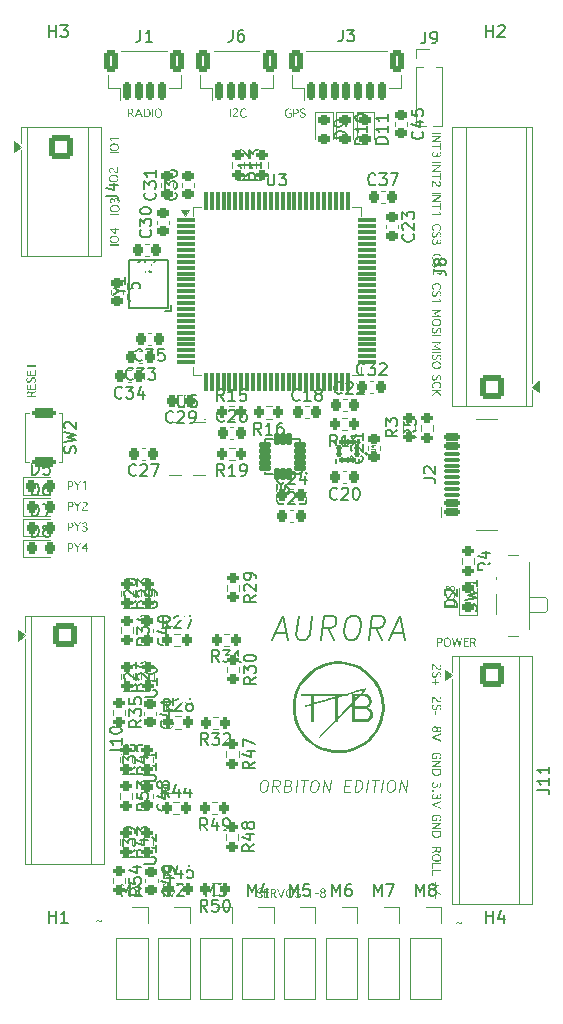
<source format=gbr>
%TF.GenerationSoftware,KiCad,Pcbnew,9.0.0*%
%TF.CreationDate,2025-04-29T15:48:10-04:00*%
%TF.ProjectId,Aurora Orbiton Edition,4175726f-7261-4204-9f72-6269746f6e20,rev?*%
%TF.SameCoordinates,Original*%
%TF.FileFunction,Legend,Top*%
%TF.FilePolarity,Positive*%
%FSLAX46Y46*%
G04 Gerber Fmt 4.6, Leading zero omitted, Abs format (unit mm)*
G04 Created by KiCad (PCBNEW 9.0.0) date 2025-04-29 15:48:10*
%MOMM*%
%LPD*%
G01*
G04 APERTURE LIST*
G04 Aperture macros list*
%AMRoundRect*
0 Rectangle with rounded corners*
0 $1 Rounding radius*
0 $2 $3 $4 $5 $6 $7 $8 $9 X,Y pos of 4 corners*
0 Add a 4 corners polygon primitive as box body*
4,1,4,$2,$3,$4,$5,$6,$7,$8,$9,$2,$3,0*
0 Add four circle primitives for the rounded corners*
1,1,$1+$1,$2,$3*
1,1,$1+$1,$4,$5*
1,1,$1+$1,$6,$7*
1,1,$1+$1,$8,$9*
0 Add four rect primitives between the rounded corners*
20,1,$1+$1,$2,$3,$4,$5,0*
20,1,$1+$1,$4,$5,$6,$7,0*
20,1,$1+$1,$6,$7,$8,$9,0*
20,1,$1+$1,$8,$9,$2,$3,0*%
G04 Aperture macros list end*
%ADD10C,0.100000*%
%ADD11C,0.200000*%
%ADD12C,0.150000*%
%ADD13C,0.080000*%
%ADD14C,0.120000*%
%ADD15C,0.152500*%
%ADD16C,0.152000*%
%ADD17C,0.000000*%
%ADD18C,0.127000*%
%ADD19C,0.140000*%
%ADD20RoundRect,0.225000X-0.250000X0.225000X-0.250000X-0.225000X0.250000X-0.225000X0.250000X0.225000X0*%
%ADD21RoundRect,0.250001X-0.799999X0.799999X-0.799999X-0.799999X0.799999X-0.799999X0.799999X0.799999X0*%
%ADD22C,2.100000*%
%ADD23RoundRect,0.200000X-0.275000X0.200000X-0.275000X-0.200000X0.275000X-0.200000X0.275000X0.200000X0*%
%ADD24RoundRect,0.200000X0.275000X-0.200000X0.275000X0.200000X-0.275000X0.200000X-0.275000X-0.200000X0*%
%ADD25RoundRect,0.200000X-0.800000X0.200000X-0.800000X-0.200000X0.800000X-0.200000X0.800000X0.200000X0*%
%ADD26R,1.200000X1.400000*%
%ADD27C,3.000000*%
%ADD28RoundRect,0.225000X-0.225000X-0.250000X0.225000X-0.250000X0.225000X0.250000X-0.225000X0.250000X0*%
%ADD29R,1.700000X1.700000*%
%ADD30O,1.700000X1.700000*%
%ADD31RoundRect,0.200000X-0.200000X-0.275000X0.200000X-0.275000X0.200000X0.275000X-0.200000X0.275000X0*%
%ADD32RoundRect,0.225000X0.225000X0.250000X-0.225000X0.250000X-0.225000X-0.250000X0.225000X-0.250000X0*%
%ADD33RoundRect,0.250001X0.799999X-0.799999X0.799999X0.799999X-0.799999X0.799999X-0.799999X-0.799999X0*%
%ADD34RoundRect,0.200000X0.200000X0.275000X-0.200000X0.275000X-0.200000X-0.275000X0.200000X-0.275000X0*%
%ADD35RoundRect,0.225000X0.250000X-0.225000X0.250000X0.225000X-0.250000X0.225000X-0.250000X-0.225000X0*%
%ADD36RoundRect,0.218750X-0.218750X-0.256250X0.218750X-0.256250X0.218750X0.256250X-0.218750X0.256250X0*%
%ADD37RoundRect,0.150000X-0.150000X-0.625000X0.150000X-0.625000X0.150000X0.625000X-0.150000X0.625000X0*%
%ADD38RoundRect,0.250000X-0.350000X-0.650000X0.350000X-0.650000X0.350000X0.650000X-0.350000X0.650000X0*%
%ADD39R,1.000000X1.000000*%
%ADD40O,1.000000X1.000000*%
%ADD41RoundRect,0.218750X-0.256250X0.218750X-0.256250X-0.218750X0.256250X-0.218750X0.256250X0.218750X0*%
%ADD42O,0.300000X0.650000*%
%ADD43O,0.650000X0.300000*%
%ADD44R,1.350000X0.800000*%
%ADD45RoundRect,0.075000X-0.725000X-0.075000X0.725000X-0.075000X0.725000X0.075000X-0.725000X0.075000X0*%
%ADD46RoundRect,0.075000X-0.075000X-0.725000X0.075000X-0.725000X0.075000X0.725000X-0.075000X0.725000X0*%
%ADD47C,0.650000*%
%ADD48RoundRect,0.150000X0.500000X-0.150000X0.500000X0.150000X-0.500000X0.150000X-0.500000X-0.150000X0*%
%ADD49RoundRect,0.075000X0.575000X-0.075000X0.575000X0.075000X-0.575000X0.075000X-0.575000X-0.075000X0*%
%ADD50O,2.100000X1.000000*%
%ADD51O,1.600000X1.000000*%
%ADD52R,0.800000X1.000000*%
%ADD53C,0.900000*%
%ADD54R,1.500000X0.700000*%
%ADD55RoundRect,0.102000X0.415000X0.135000X-0.415000X0.135000X-0.415000X-0.135000X0.415000X-0.135000X0*%
%ADD56RoundRect,0.102000X0.135000X0.415000X-0.135000X0.415000X-0.135000X-0.415000X0.135000X-0.415000X0*%
%ADD57R,0.675000X0.250000*%
%ADD58R,0.250000X0.675000*%
%ADD59RoundRect,0.102000X-0.137500X0.125000X-0.137500X-0.125000X0.137500X-0.125000X0.137500X0.125000X0*%
%ADD60RoundRect,0.102000X-0.125000X0.137500X-0.125000X-0.137500X0.125000X-0.137500X0.125000X0.137500X0*%
%ADD61RoundRect,0.218750X0.256250X-0.218750X0.256250X0.218750X-0.256250X0.218750X-0.256250X-0.218750X0*%
%ADD62C,0.770000*%
G04 APERTURE END LIST*
D10*
G36*
X160859750Y-99329323D02*
G01*
X160913632Y-99338251D01*
X160948002Y-99350446D01*
X160978453Y-99369601D01*
X161002997Y-99393455D01*
X161022252Y-99422437D01*
X161040629Y-99472503D01*
X161047103Y-99532773D01*
X161042444Y-99584664D01*
X161028918Y-99631003D01*
X161006678Y-99672879D01*
X160975174Y-99711071D01*
X160937307Y-99741008D01*
X160890354Y-99763380D01*
X160832353Y-99777791D01*
X160760790Y-99783000D01*
X160668039Y-99783000D01*
X160668039Y-100081953D01*
X160570341Y-100081953D01*
X160570341Y-99707590D01*
X160668039Y-99707590D01*
X160733496Y-99707590D01*
X160801236Y-99703379D01*
X160849332Y-99692437D01*
X160882532Y-99676694D01*
X160904588Y-99657093D01*
X160927164Y-99621573D01*
X160940798Y-99581793D01*
X160945498Y-99536559D01*
X160941515Y-99497010D01*
X160930334Y-99464780D01*
X160912404Y-99438312D01*
X160887303Y-99419667D01*
X160845958Y-99406460D01*
X160781245Y-99401188D01*
X160668039Y-99401188D01*
X160668039Y-99707590D01*
X160570341Y-99707590D01*
X160570341Y-99325778D01*
X160779413Y-99325778D01*
X160859750Y-99329323D01*
G37*
G36*
X161514992Y-99309079D02*
G01*
X161575360Y-99328606D01*
X161629147Y-99360760D01*
X161677494Y-99406622D01*
X161714776Y-99460643D01*
X161742718Y-99526349D01*
X161760675Y-99606105D01*
X161767131Y-99702827D01*
X161760675Y-99799616D01*
X161742716Y-99879423D01*
X161714774Y-99945167D01*
X161677494Y-99999216D01*
X161629151Y-100045048D01*
X161575365Y-100077185D01*
X161514996Y-100096701D01*
X161446318Y-100103447D01*
X161377672Y-100096698D01*
X161317379Y-100077178D01*
X161263707Y-100045043D01*
X161215509Y-99999216D01*
X161178395Y-99945191D01*
X161150565Y-99879456D01*
X161132672Y-99799641D01*
X161126238Y-99702827D01*
X161227843Y-99702827D01*
X161231991Y-99777154D01*
X161243631Y-99840202D01*
X161261828Y-99893637D01*
X161286034Y-99938888D01*
X161318746Y-99978665D01*
X161355794Y-100005968D01*
X161398019Y-100022368D01*
X161446990Y-100028037D01*
X161495992Y-100022361D01*
X161538167Y-100005953D01*
X161575102Y-99978652D01*
X161607641Y-99938888D01*
X161631712Y-99893656D01*
X161649815Y-99840227D01*
X161661398Y-99777172D01*
X161665526Y-99702827D01*
X161661400Y-99628551D01*
X161649818Y-99565535D01*
X161631715Y-99512123D01*
X161607641Y-99466889D01*
X161575102Y-99427126D01*
X161538167Y-99399824D01*
X161495992Y-99383416D01*
X161446990Y-99377740D01*
X161398019Y-99383409D01*
X161355794Y-99399809D01*
X161318746Y-99427113D01*
X161286034Y-99466889D01*
X161261824Y-99512142D01*
X161243628Y-99565560D01*
X161231989Y-99628569D01*
X161227843Y-99702827D01*
X161126238Y-99702827D01*
X161132672Y-99606079D01*
X161150563Y-99526316D01*
X161178393Y-99460619D01*
X161215509Y-99406622D01*
X161263710Y-99360766D01*
X161317384Y-99328613D01*
X161377675Y-99309082D01*
X161446318Y-99302330D01*
X161514992Y-99309079D01*
G37*
G36*
X162118414Y-100080000D02*
G01*
X162018640Y-100080000D01*
X161847732Y-99323824D01*
X161941399Y-99323824D01*
X162061688Y-99856273D01*
X162078114Y-99947559D01*
X162082205Y-99947559D01*
X162098569Y-99856273D01*
X162236688Y-99323824D01*
X162333775Y-99323824D01*
X162468414Y-99857677D01*
X162483435Y-99947559D01*
X162488258Y-99947559D01*
X162503951Y-99857677D01*
X162627721Y-99323824D01*
X162713817Y-99323824D01*
X162538817Y-100080000D01*
X162439043Y-100080000D01*
X162299581Y-99537903D01*
X162281812Y-99445273D01*
X162276988Y-99445273D01*
X162259952Y-99537903D01*
X162118414Y-100080000D01*
G37*
G36*
X162821284Y-100080000D02*
G01*
X162821284Y-99325778D01*
X163247243Y-99325778D01*
X163247243Y-99407843D01*
X162918981Y-99407843D01*
X162918981Y-99646224D01*
X163206210Y-99646224D01*
X163206210Y-99721634D01*
X162918981Y-99721634D01*
X162918981Y-99997934D01*
X163272644Y-99997934D01*
X163272644Y-100080000D01*
X162821284Y-100080000D01*
G37*
G36*
X163684136Y-99329099D02*
G01*
X163726155Y-99337811D01*
X163756123Y-99350446D01*
X163794511Y-99380377D01*
X163824633Y-99422315D01*
X163843650Y-99471272D01*
X163850034Y-99524286D01*
X163845756Y-99567264D01*
X163832876Y-99608855D01*
X163812402Y-99647525D01*
X163784944Y-99682433D01*
X163748445Y-99711736D01*
X163689811Y-99740563D01*
X163726081Y-99766636D01*
X163755879Y-99805959D01*
X163786287Y-99856884D01*
X163906088Y-100080000D01*
X163794103Y-100080000D01*
X163689567Y-99881552D01*
X163645511Y-99814102D01*
X163590526Y-99755645D01*
X163490509Y-99755645D01*
X163490509Y-100080000D01*
X163392812Y-100080000D01*
X163392812Y-99680235D01*
X163490509Y-99680235D01*
X163587107Y-99680235D01*
X163643607Y-99674970D01*
X163679492Y-99661734D01*
X163707646Y-99639145D01*
X163729806Y-99607206D01*
X163743779Y-99570074D01*
X163748429Y-99530819D01*
X163744613Y-99496597D01*
X163733592Y-99467072D01*
X163715618Y-99441437D01*
X163690544Y-99420055D01*
X163656695Y-99406827D01*
X163594007Y-99401188D01*
X163490509Y-99401188D01*
X163490509Y-99680235D01*
X163392812Y-99680235D01*
X163392812Y-99325778D01*
X163626552Y-99325778D01*
X163684136Y-99329099D01*
G37*
G36*
X160154150Y-59174170D02*
G01*
X160154150Y-59076472D01*
X160908371Y-59076472D01*
X160908371Y-59174170D01*
X160154150Y-59174170D01*
G37*
G36*
X160154150Y-59406689D02*
G01*
X160154150Y-59316807D01*
X160908371Y-59316807D01*
X160908371Y-59414199D01*
X160372442Y-59758276D01*
X160312236Y-59789662D01*
X160371770Y-59789662D01*
X160908371Y-59789662D01*
X160908371Y-59879543D01*
X160154150Y-59879543D01*
X160154150Y-59783494D01*
X160692827Y-59438135D01*
X160753033Y-59406689D01*
X160692827Y-59406689D01*
X160154150Y-59406689D01*
G37*
G36*
X160154150Y-60223437D02*
G01*
X160834122Y-60223437D01*
X160834122Y-59965516D01*
X160909532Y-59965516D01*
X160909532Y-60571239D01*
X160834122Y-60571239D01*
X160834122Y-60321134D01*
X160154150Y-60321134D01*
X160154150Y-60223437D01*
G37*
G36*
X160154150Y-60671867D02*
G01*
X160232368Y-60671867D01*
X160272753Y-60675723D01*
X160317151Y-60687961D01*
X160366519Y-60709969D01*
X160411802Y-60739182D01*
X160458687Y-60781098D01*
X160507569Y-60838135D01*
X160547442Y-60888999D01*
X160623468Y-60980536D01*
X160665411Y-61019546D01*
X160705905Y-61040384D01*
X160746377Y-61047024D01*
X160774117Y-61043051D01*
X160799678Y-61031096D01*
X160823924Y-61010143D01*
X160841845Y-60983643D01*
X160853357Y-60949200D01*
X160857569Y-60904508D01*
X160854253Y-60863371D01*
X160845452Y-60833273D01*
X160832290Y-60811574D01*
X160804689Y-60788400D01*
X160775809Y-60781288D01*
X160775809Y-60691406D01*
X160780571Y-60691406D01*
X160818240Y-60697972D01*
X160855065Y-60718517D01*
X160886360Y-60749742D01*
X160911608Y-60791546D01*
X160927180Y-60841098D01*
X160932979Y-60907439D01*
X160928755Y-60973038D01*
X160917386Y-61023398D01*
X160900338Y-61061618D01*
X160878330Y-61090194D01*
X160839174Y-61120679D01*
X160796045Y-61138620D01*
X160747476Y-61144721D01*
X160707782Y-61140534D01*
X160666327Y-61127502D01*
X160626575Y-61103825D01*
X160580414Y-61059846D01*
X160513858Y-60977781D01*
X160488396Y-60940656D01*
X160433455Y-60869370D01*
X160383526Y-60820311D01*
X160337826Y-60788929D01*
X160295334Y-60771673D01*
X160254778Y-60766206D01*
X160236215Y-60766206D01*
X160236215Y-61158398D01*
X160154150Y-61158398D01*
X160154150Y-60671867D01*
G37*
G36*
X133630000Y-58231960D02*
G01*
X133630000Y-58329658D01*
X132875778Y-58329658D01*
X132875778Y-58231960D01*
X133630000Y-58231960D01*
G37*
G36*
X133349616Y-57478333D02*
G01*
X133429423Y-57496292D01*
X133495167Y-57524234D01*
X133549216Y-57561514D01*
X133595048Y-57609857D01*
X133627185Y-57663643D01*
X133646701Y-57724012D01*
X133653447Y-57792690D01*
X133646698Y-57861337D01*
X133627178Y-57921629D01*
X133595043Y-57975302D01*
X133549216Y-58023499D01*
X133495191Y-58060613D01*
X133429456Y-58088444D01*
X133349641Y-58106336D01*
X133252827Y-58112770D01*
X133156079Y-58106337D01*
X133076316Y-58088445D01*
X133010619Y-58060616D01*
X132956622Y-58023499D01*
X132910766Y-57975298D01*
X132878613Y-57921624D01*
X132859082Y-57861333D01*
X132852330Y-57792690D01*
X132852396Y-57792018D01*
X132927740Y-57792018D01*
X132933409Y-57840989D01*
X132949809Y-57883214D01*
X132977113Y-57920262D01*
X133016889Y-57952974D01*
X133062142Y-57977184D01*
X133115560Y-57995380D01*
X133178569Y-58007019D01*
X133252827Y-58011165D01*
X133327154Y-58007017D01*
X133390202Y-57995377D01*
X133443637Y-57977180D01*
X133488888Y-57952974D01*
X133528665Y-57920262D01*
X133555968Y-57883214D01*
X133572368Y-57840989D01*
X133578037Y-57792018D01*
X133572361Y-57743016D01*
X133555953Y-57700841D01*
X133528652Y-57663906D01*
X133488888Y-57631367D01*
X133443656Y-57607296D01*
X133390227Y-57589193D01*
X133327172Y-57577610D01*
X133252827Y-57573482D01*
X133178551Y-57577608D01*
X133115535Y-57589190D01*
X133062123Y-57607293D01*
X133016889Y-57631367D01*
X132977126Y-57663906D01*
X132949824Y-57700841D01*
X132933416Y-57743016D01*
X132927740Y-57792018D01*
X132852396Y-57792018D01*
X132859079Y-57724016D01*
X132878606Y-57663648D01*
X132910760Y-57609861D01*
X132956622Y-57561514D01*
X133010643Y-57524232D01*
X133076349Y-57496290D01*
X133156105Y-57478333D01*
X133252827Y-57471877D01*
X133349616Y-57478333D01*
G37*
G36*
X133630000Y-57127983D02*
G01*
X132969567Y-57127983D01*
X133030444Y-57280390D01*
X132946242Y-57280390D01*
X132875778Y-57127983D01*
X132875778Y-57038101D01*
X133630000Y-57038101D01*
X133630000Y-57127983D01*
G37*
G36*
X160329002Y-64769748D02*
G01*
X160329002Y-64859630D01*
X160324300Y-64859630D01*
X160281250Y-64852399D01*
X160234785Y-64828977D01*
X160207120Y-64806164D01*
X160184929Y-64778664D01*
X160167862Y-64745874D01*
X160152203Y-64690496D01*
X160146552Y-64621859D01*
X160153087Y-64552165D01*
X160171953Y-64490964D01*
X160202876Y-64436566D01*
X160246692Y-64387814D01*
X160298763Y-64350400D01*
X160364134Y-64322050D01*
X160445731Y-64303602D01*
X160547172Y-64296894D01*
X160647756Y-64303553D01*
X160729007Y-64321900D01*
X160794412Y-64350153D01*
X160846796Y-64387508D01*
X160890886Y-64436120D01*
X160922034Y-64490605D01*
X160941066Y-64552160D01*
X160947669Y-64622531D01*
X160941861Y-64690535D01*
X160925687Y-64745874D01*
X160908133Y-64778532D01*
X160885081Y-64806048D01*
X160856078Y-64828977D01*
X160807890Y-64852458D01*
X160764548Y-64859630D01*
X160764548Y-64769748D01*
X160769249Y-64769748D01*
X160795340Y-64765553D01*
X160821456Y-64752407D01*
X160843331Y-64731771D01*
X160859497Y-64703131D01*
X160868844Y-64669268D01*
X160872259Y-64626256D01*
X160866182Y-64570938D01*
X160848946Y-64525192D01*
X160820861Y-64486912D01*
X160780668Y-64454919D01*
X160717252Y-64424705D01*
X160640409Y-64405417D01*
X160547172Y-64398499D01*
X160452951Y-64405488D01*
X160375886Y-64424908D01*
X160312821Y-64455225D01*
X160272903Y-64487341D01*
X160245039Y-64525532D01*
X160227969Y-64570936D01*
X160221962Y-64625584D01*
X160226413Y-64676783D01*
X160238019Y-64712478D01*
X160255179Y-64736775D01*
X160278901Y-64755539D01*
X160303267Y-64766224D01*
X160329002Y-64769748D01*
G37*
G36*
X160336512Y-64947557D02*
G01*
X160336512Y-65045254D01*
X160331810Y-65045254D01*
X160293273Y-65050644D01*
X160265629Y-65065370D01*
X160246020Y-65089340D01*
X160233339Y-65119752D01*
X160225011Y-65158255D01*
X160221962Y-65206699D01*
X160226351Y-65248191D01*
X160238949Y-65283686D01*
X160259637Y-65314471D01*
X160287279Y-65338522D01*
X160319704Y-65352893D01*
X160358433Y-65357885D01*
X160390080Y-65353634D01*
X160416888Y-65341303D01*
X160440071Y-65320455D01*
X160468879Y-65277756D01*
X160502536Y-65207370D01*
X160518290Y-65168536D01*
X160553358Y-65094850D01*
X160583747Y-65049345D01*
X160618742Y-65014339D01*
X160655799Y-64990422D01*
X160696998Y-64975981D01*
X160743909Y-64971004D01*
X160798542Y-64977812D01*
X160846193Y-64997683D01*
X160888623Y-65031210D01*
X160912827Y-65062762D01*
X160931224Y-65103164D01*
X160943263Y-65154476D01*
X160947669Y-65219277D01*
X160941629Y-65296919D01*
X160926122Y-65349737D01*
X160903766Y-65384508D01*
X160872097Y-65411489D01*
X160838424Y-65426969D01*
X160801612Y-65432135D01*
X160796116Y-65432135D01*
X160796116Y-65334438D01*
X160801612Y-65334438D01*
X160819415Y-65330941D01*
X160837943Y-65319600D01*
X160852969Y-65302006D01*
X160864016Y-65275881D01*
X160870118Y-65246024D01*
X160872259Y-65211889D01*
X160867637Y-65165794D01*
X160855178Y-65131681D01*
X160835928Y-65106620D01*
X160810127Y-65087484D01*
X160782713Y-65076347D01*
X160752885Y-65072609D01*
X160723022Y-65076637D01*
X160694633Y-65088852D01*
X160669686Y-65108047D01*
X160649021Y-65133670D01*
X160600600Y-65230085D01*
X160580755Y-65276247D01*
X160544399Y-65347731D01*
X160510650Y-65394521D01*
X160479272Y-65422854D01*
X160442695Y-65443368D01*
X160404734Y-65455445D01*
X160364661Y-65459490D01*
X160309168Y-65452096D01*
X160254569Y-65429387D01*
X160221826Y-65406624D01*
X160195140Y-65378997D01*
X160173968Y-65346039D01*
X160159563Y-65309427D01*
X160150048Y-65262783D01*
X160146552Y-65203829D01*
X160152122Y-65123579D01*
X160167008Y-65063084D01*
X160183914Y-65027683D01*
X160206131Y-64999287D01*
X160233930Y-64976927D01*
X160282678Y-64954937D01*
X160336512Y-64947557D01*
G37*
G36*
X160547904Y-65689567D02*
G01*
X160623314Y-65689567D01*
X160623314Y-65746659D01*
X160629130Y-65808512D01*
X160644136Y-65850218D01*
X160668019Y-65884254D01*
X160696465Y-65909752D01*
X160729686Y-65926290D01*
X160766257Y-65931795D01*
X160797311Y-65927618D01*
X160822723Y-65915661D01*
X160843866Y-65895647D01*
X160859142Y-65870128D01*
X160868797Y-65838844D01*
X160872259Y-65800331D01*
X160869978Y-65766681D01*
X160863344Y-65735973D01*
X160851151Y-65709073D01*
X160833607Y-65690239D01*
X160811897Y-65678228D01*
X160790193Y-65674424D01*
X160784698Y-65674424D01*
X160784698Y-65588450D01*
X160790193Y-65588450D01*
X160827461Y-65593732D01*
X160863144Y-65609850D01*
X160898332Y-65638398D01*
X160923851Y-65675116D01*
X160941079Y-65728634D01*
X160947669Y-65804911D01*
X160941570Y-65877033D01*
X160925214Y-65930855D01*
X160900408Y-65970629D01*
X160865787Y-66001540D01*
X160825800Y-66019829D01*
X160778653Y-66026133D01*
X160739330Y-66022077D01*
X160702998Y-66010075D01*
X160669988Y-65990465D01*
X160640045Y-65962691D01*
X160616099Y-65926702D01*
X160595226Y-65872627D01*
X160573166Y-65931375D01*
X160546806Y-65975957D01*
X160516580Y-66008975D01*
X160479799Y-66033686D01*
X160437159Y-66048771D01*
X160387070Y-66054038D01*
X160328858Y-66047077D01*
X160274099Y-66026197D01*
X160221413Y-65990230D01*
X160189833Y-65955936D01*
X160166641Y-65913646D01*
X160151866Y-65861645D01*
X160146552Y-65797583D01*
X160153000Y-65723477D01*
X160170044Y-65670155D01*
X160195584Y-65632414D01*
X160230833Y-65602940D01*
X160267425Y-65586176D01*
X160306531Y-65580635D01*
X160306531Y-65670516D01*
X160301830Y-65670516D01*
X160277472Y-65674732D01*
X160257910Y-65687023D01*
X160241929Y-65708618D01*
X160227376Y-65749993D01*
X160221962Y-65805949D01*
X160226519Y-65850312D01*
X160239487Y-65887587D01*
X160262043Y-65918445D01*
X160295846Y-65941320D01*
X160336131Y-65955025D01*
X160380781Y-65959699D01*
X160425506Y-65953531D01*
X160464638Y-65935380D01*
X160499727Y-65904256D01*
X160524922Y-65864388D01*
X160541636Y-65809585D01*
X160547904Y-65735179D01*
X160547904Y-65689567D01*
G37*
G36*
X160924221Y-117304082D02*
G01*
X160920900Y-117361666D01*
X160912188Y-117403685D01*
X160899553Y-117433653D01*
X160869622Y-117472040D01*
X160827684Y-117502163D01*
X160778727Y-117521180D01*
X160725713Y-117527564D01*
X160682735Y-117523286D01*
X160641144Y-117510406D01*
X160602474Y-117489932D01*
X160567566Y-117462473D01*
X160538263Y-117425975D01*
X160509436Y-117367341D01*
X160483363Y-117403611D01*
X160444040Y-117433408D01*
X160393115Y-117463817D01*
X160170000Y-117583618D01*
X160170000Y-117471632D01*
X160368447Y-117367096D01*
X160435897Y-117323041D01*
X160494354Y-117268056D01*
X160494354Y-117264637D01*
X160569764Y-117264637D01*
X160575029Y-117321137D01*
X160588265Y-117357021D01*
X160610854Y-117385175D01*
X160642793Y-117407336D01*
X160679925Y-117421309D01*
X160719180Y-117425959D01*
X160753402Y-117422143D01*
X160782927Y-117411121D01*
X160808562Y-117393148D01*
X160829944Y-117368073D01*
X160843172Y-117334225D01*
X160848811Y-117271536D01*
X160848811Y-117168039D01*
X160569764Y-117168039D01*
X160569764Y-117264637D01*
X160494354Y-117264637D01*
X160494354Y-117168039D01*
X160170000Y-117168039D01*
X160170000Y-117070341D01*
X160924221Y-117070341D01*
X160924221Y-117304082D01*
G37*
G36*
X160643920Y-117655142D02*
G01*
X160723683Y-117673033D01*
X160789380Y-117700863D01*
X160843377Y-117737979D01*
X160889233Y-117786181D01*
X160921386Y-117839855D01*
X160940917Y-117900146D01*
X160947669Y-117968789D01*
X160940920Y-118037463D01*
X160921393Y-118097830D01*
X160889239Y-118151617D01*
X160843377Y-118199965D01*
X160789356Y-118237247D01*
X160723650Y-118265188D01*
X160643894Y-118283146D01*
X160547172Y-118289602D01*
X160450383Y-118283145D01*
X160370576Y-118265186D01*
X160304832Y-118237244D01*
X160250783Y-118199965D01*
X160204951Y-118151621D01*
X160172814Y-118097835D01*
X160153298Y-118037466D01*
X160146618Y-117969460D01*
X160221962Y-117969460D01*
X160227638Y-118018462D01*
X160244046Y-118060638D01*
X160271347Y-118097573D01*
X160311111Y-118130111D01*
X160356343Y-118154182D01*
X160409772Y-118172285D01*
X160472827Y-118183869D01*
X160547172Y-118187997D01*
X160621448Y-118183870D01*
X160684464Y-118172289D01*
X160737876Y-118154186D01*
X160783110Y-118130111D01*
X160822873Y-118097573D01*
X160850175Y-118060638D01*
X160866583Y-118018462D01*
X160872259Y-117969460D01*
X160866590Y-117920490D01*
X160850190Y-117878265D01*
X160822886Y-117841216D01*
X160783110Y-117808504D01*
X160737857Y-117784295D01*
X160684439Y-117766098D01*
X160621430Y-117754460D01*
X160547172Y-117750314D01*
X160472845Y-117754461D01*
X160409797Y-117766102D01*
X160356362Y-117784299D01*
X160311111Y-117808504D01*
X160271334Y-117841216D01*
X160244031Y-117878265D01*
X160227631Y-117920490D01*
X160221962Y-117969460D01*
X160146618Y-117969460D01*
X160146552Y-117968789D01*
X160153301Y-117900142D01*
X160172821Y-117839850D01*
X160204956Y-117786177D01*
X160250783Y-117737979D01*
X160304808Y-117700865D01*
X160370543Y-117673035D01*
X160450358Y-117655142D01*
X160547172Y-117648709D01*
X160643920Y-117655142D01*
G37*
G36*
X160170000Y-118402930D02*
G01*
X160926175Y-118402930D01*
X160926175Y-118500628D01*
X160252065Y-118500628D01*
X160252065Y-118897278D01*
X160170000Y-118897278D01*
X160170000Y-118402930D01*
G37*
G36*
X160170000Y-118982274D02*
G01*
X160926175Y-118982274D01*
X160926175Y-119079972D01*
X160252065Y-119079972D01*
X160252065Y-119476622D01*
X160170000Y-119476622D01*
X160170000Y-118982274D01*
G37*
G36*
X160479883Y-120559106D02*
G01*
X160404473Y-120559106D01*
X160404473Y-120324633D01*
X160170000Y-120324633D01*
X160170000Y-120250383D01*
X160404473Y-120250383D01*
X160404473Y-120015910D01*
X160479883Y-120015910D01*
X160479883Y-120250383D01*
X160713196Y-120250383D01*
X160713196Y-120324633D01*
X160479883Y-120324633D01*
X160479883Y-120559106D01*
G37*
G36*
X160146552Y-120729038D02*
G01*
X160146552Y-120642210D01*
X160947669Y-121047592D01*
X160947669Y-121131673D01*
X160146552Y-120729038D01*
G37*
G36*
X160439644Y-121193161D02*
G01*
X160515054Y-121193161D01*
X160515054Y-121494068D01*
X160439644Y-121494068D01*
X160439644Y-121193161D01*
G37*
G36*
X160170000Y-101585973D02*
G01*
X160248218Y-101585973D01*
X160288603Y-101589829D01*
X160333001Y-101602067D01*
X160382369Y-101624075D01*
X160427652Y-101653289D01*
X160474537Y-101695204D01*
X160523419Y-101752241D01*
X160563292Y-101803105D01*
X160639318Y-101894642D01*
X160681261Y-101933653D01*
X160721755Y-101954490D01*
X160762227Y-101961130D01*
X160789967Y-101957157D01*
X160815528Y-101945202D01*
X160839774Y-101924249D01*
X160857695Y-101897749D01*
X160869207Y-101863306D01*
X160873419Y-101818614D01*
X160870103Y-101777477D01*
X160861302Y-101747379D01*
X160848140Y-101725680D01*
X160820539Y-101702506D01*
X160791659Y-101695394D01*
X160791659Y-101605512D01*
X160796421Y-101605512D01*
X160834090Y-101612079D01*
X160870915Y-101632623D01*
X160902210Y-101663849D01*
X160927458Y-101705652D01*
X160943030Y-101755204D01*
X160948829Y-101821545D01*
X160944605Y-101887144D01*
X160933236Y-101937504D01*
X160916188Y-101975724D01*
X160894180Y-102004300D01*
X160855024Y-102034785D01*
X160811895Y-102052726D01*
X160763326Y-102058827D01*
X160723632Y-102054640D01*
X160682177Y-102041608D01*
X160642425Y-102017931D01*
X160596264Y-101973953D01*
X160529708Y-101891887D01*
X160504246Y-101854762D01*
X160449305Y-101783477D01*
X160399376Y-101734417D01*
X160353676Y-101703036D01*
X160311184Y-101685779D01*
X160270628Y-101680312D01*
X160252065Y-101680312D01*
X160252065Y-102072505D01*
X160170000Y-102072505D01*
X160170000Y-101585973D01*
G37*
G36*
X160336512Y-102213189D02*
G01*
X160336512Y-102310886D01*
X160331810Y-102310886D01*
X160293273Y-102316276D01*
X160265629Y-102331001D01*
X160246020Y-102354972D01*
X160233339Y-102385384D01*
X160225011Y-102423886D01*
X160221962Y-102472330D01*
X160226351Y-102513823D01*
X160238949Y-102549317D01*
X160259637Y-102580102D01*
X160287279Y-102604154D01*
X160319704Y-102618525D01*
X160358433Y-102623517D01*
X160390080Y-102619265D01*
X160416888Y-102606935D01*
X160440071Y-102586086D01*
X160468879Y-102543388D01*
X160502536Y-102473002D01*
X160518290Y-102434167D01*
X160553358Y-102360482D01*
X160583747Y-102314977D01*
X160618742Y-102279971D01*
X160655799Y-102256053D01*
X160696998Y-102241613D01*
X160743909Y-102236636D01*
X160798542Y-102243444D01*
X160846193Y-102263314D01*
X160888623Y-102296842D01*
X160912827Y-102328393D01*
X160931224Y-102368796D01*
X160943263Y-102420107D01*
X160947669Y-102484909D01*
X160941629Y-102562550D01*
X160926122Y-102615368D01*
X160903766Y-102650139D01*
X160872097Y-102677121D01*
X160838424Y-102692601D01*
X160801612Y-102697766D01*
X160796116Y-102697766D01*
X160796116Y-102600069D01*
X160801612Y-102600069D01*
X160819415Y-102596573D01*
X160837943Y-102585232D01*
X160852969Y-102567637D01*
X160864016Y-102541512D01*
X160870118Y-102511656D01*
X160872259Y-102477520D01*
X160867637Y-102431426D01*
X160855178Y-102397313D01*
X160835928Y-102372252D01*
X160810127Y-102353115D01*
X160782713Y-102341978D01*
X160752885Y-102338241D01*
X160723022Y-102342269D01*
X160694633Y-102354483D01*
X160669686Y-102373678D01*
X160649021Y-102399302D01*
X160600600Y-102495717D01*
X160580755Y-102541878D01*
X160544399Y-102613363D01*
X160510650Y-102660153D01*
X160479272Y-102688485D01*
X160442695Y-102709000D01*
X160404734Y-102721077D01*
X160364661Y-102725122D01*
X160309168Y-102717728D01*
X160254569Y-102695019D01*
X160221826Y-102672256D01*
X160195140Y-102644628D01*
X160173968Y-102611671D01*
X160159563Y-102575058D01*
X160150048Y-102528415D01*
X160146552Y-102469460D01*
X160152122Y-102389210D01*
X160167008Y-102328715D01*
X160183914Y-102293314D01*
X160206131Y-102264919D01*
X160233930Y-102242559D01*
X160282678Y-102220569D01*
X160336512Y-102213189D01*
G37*
G36*
X160479883Y-103366015D02*
G01*
X160404473Y-103366015D01*
X160404473Y-103131542D01*
X160170000Y-103131542D01*
X160170000Y-103057292D01*
X160404473Y-103057292D01*
X160404473Y-102822819D01*
X160479883Y-102822819D01*
X160479883Y-103057292D01*
X160713196Y-103057292D01*
X160713196Y-103131542D01*
X160479883Y-103131542D01*
X160479883Y-103366015D01*
G37*
G36*
X160153916Y-61736087D02*
G01*
X160153916Y-61638389D01*
X160908137Y-61638389D01*
X160908137Y-61736087D01*
X160153916Y-61736087D01*
G37*
G36*
X160153916Y-61968606D02*
G01*
X160153916Y-61878724D01*
X160908137Y-61878724D01*
X160908137Y-61976116D01*
X160372208Y-62320193D01*
X160312002Y-62351579D01*
X160371536Y-62351579D01*
X160908137Y-62351579D01*
X160908137Y-62441460D01*
X160153916Y-62441460D01*
X160153916Y-62345411D01*
X160692593Y-62000052D01*
X160752799Y-61968606D01*
X160692593Y-61968606D01*
X160153916Y-61968606D01*
G37*
G36*
X160153916Y-62785354D02*
G01*
X160833888Y-62785354D01*
X160833888Y-62527433D01*
X160909298Y-62527433D01*
X160909298Y-63133156D01*
X160833888Y-63133156D01*
X160833888Y-62883051D01*
X160153916Y-62883051D01*
X160153916Y-62785354D01*
G37*
G36*
X160153916Y-63448717D02*
G01*
X160814348Y-63448717D01*
X160753471Y-63296310D01*
X160837673Y-63296310D01*
X160908137Y-63448717D01*
X160908137Y-63538599D01*
X160153916Y-63538599D01*
X160153916Y-63448717D01*
G37*
X131676727Y-123347698D02*
X131724346Y-123300079D01*
X131724346Y-123300079D02*
X131819584Y-123252460D01*
X131819584Y-123252460D02*
X132010060Y-123347698D01*
X132010060Y-123347698D02*
X132105298Y-123300079D01*
X132105298Y-123300079D02*
X132152917Y-123252460D01*
G36*
X160355643Y-67297543D02*
G01*
X160355643Y-67387425D01*
X160350941Y-67387425D01*
X160307891Y-67380194D01*
X160261426Y-67356772D01*
X160233761Y-67333959D01*
X160211570Y-67306459D01*
X160194503Y-67273669D01*
X160178844Y-67218291D01*
X160173193Y-67149654D01*
X160179728Y-67079960D01*
X160198594Y-67018759D01*
X160229517Y-66964361D01*
X160273333Y-66915609D01*
X160325404Y-66878195D01*
X160390775Y-66849845D01*
X160472372Y-66831397D01*
X160573813Y-66824689D01*
X160674397Y-66831348D01*
X160755648Y-66849695D01*
X160821053Y-66877948D01*
X160873437Y-66915303D01*
X160917527Y-66963915D01*
X160948675Y-67018400D01*
X160967707Y-67079955D01*
X160974310Y-67150326D01*
X160968502Y-67218330D01*
X160952328Y-67273669D01*
X160934774Y-67306327D01*
X160911722Y-67333843D01*
X160882719Y-67356772D01*
X160834531Y-67380253D01*
X160791189Y-67387425D01*
X160791189Y-67297543D01*
X160795890Y-67297543D01*
X160821981Y-67293348D01*
X160848097Y-67280202D01*
X160869972Y-67259566D01*
X160886138Y-67230926D01*
X160895485Y-67197063D01*
X160898900Y-67154051D01*
X160892823Y-67098733D01*
X160875587Y-67052987D01*
X160847502Y-67014707D01*
X160807309Y-66982714D01*
X160743893Y-66952500D01*
X160667050Y-66933212D01*
X160573813Y-66926294D01*
X160479592Y-66933283D01*
X160402527Y-66952703D01*
X160339462Y-66983020D01*
X160299544Y-67015136D01*
X160271680Y-67053327D01*
X160254610Y-67098731D01*
X160248603Y-67153379D01*
X160253054Y-67204578D01*
X160264660Y-67240273D01*
X160281820Y-67264570D01*
X160305542Y-67283334D01*
X160329908Y-67294019D01*
X160355643Y-67297543D01*
G37*
G36*
X160363153Y-67475352D02*
G01*
X160363153Y-67573049D01*
X160358451Y-67573049D01*
X160319914Y-67578439D01*
X160292270Y-67593165D01*
X160272661Y-67617135D01*
X160259980Y-67647547D01*
X160251652Y-67686050D01*
X160248603Y-67734494D01*
X160252992Y-67775986D01*
X160265590Y-67811481D01*
X160286278Y-67842266D01*
X160313920Y-67866317D01*
X160346345Y-67880688D01*
X160385074Y-67885680D01*
X160416721Y-67881429D01*
X160443529Y-67869098D01*
X160466712Y-67848250D01*
X160495520Y-67805551D01*
X160529177Y-67735165D01*
X160544931Y-67696331D01*
X160579999Y-67622645D01*
X160610388Y-67577140D01*
X160645383Y-67542134D01*
X160682440Y-67518217D01*
X160723639Y-67503776D01*
X160770550Y-67498799D01*
X160825183Y-67505607D01*
X160872834Y-67525478D01*
X160915264Y-67559005D01*
X160939468Y-67590557D01*
X160957865Y-67630959D01*
X160969904Y-67682271D01*
X160974310Y-67747072D01*
X160968270Y-67824714D01*
X160952763Y-67877532D01*
X160930407Y-67912303D01*
X160898738Y-67939284D01*
X160865065Y-67954764D01*
X160828253Y-67959930D01*
X160822757Y-67959930D01*
X160822757Y-67862233D01*
X160828253Y-67862233D01*
X160846056Y-67858736D01*
X160864584Y-67847395D01*
X160879610Y-67829801D01*
X160890657Y-67803676D01*
X160896759Y-67773819D01*
X160898900Y-67739684D01*
X160894278Y-67693589D01*
X160881819Y-67659476D01*
X160862569Y-67634415D01*
X160836768Y-67615279D01*
X160809354Y-67604142D01*
X160779526Y-67600404D01*
X160749663Y-67604432D01*
X160721274Y-67616647D01*
X160696327Y-67635842D01*
X160675662Y-67661465D01*
X160627241Y-67757880D01*
X160607396Y-67804042D01*
X160571040Y-67875526D01*
X160537291Y-67922316D01*
X160505913Y-67950649D01*
X160469336Y-67971163D01*
X160431375Y-67983240D01*
X160391302Y-67987285D01*
X160335809Y-67979891D01*
X160281210Y-67957182D01*
X160248467Y-67934419D01*
X160221781Y-67906792D01*
X160200609Y-67873834D01*
X160186204Y-67837222D01*
X160176689Y-67790578D01*
X160173193Y-67731624D01*
X160178763Y-67651374D01*
X160193649Y-67590879D01*
X160210555Y-67555478D01*
X160232772Y-67527082D01*
X160260571Y-67504722D01*
X160309319Y-67482732D01*
X160363153Y-67475352D01*
G37*
G36*
X160196641Y-68112337D02*
G01*
X160274859Y-68112337D01*
X160315244Y-68116193D01*
X160359642Y-68128431D01*
X160409010Y-68150439D01*
X160454293Y-68179653D01*
X160501178Y-68221569D01*
X160550060Y-68278606D01*
X160589933Y-68329469D01*
X160665959Y-68421007D01*
X160707902Y-68460017D01*
X160748396Y-68480855D01*
X160788868Y-68487494D01*
X160816608Y-68483522D01*
X160842169Y-68471566D01*
X160866415Y-68450614D01*
X160884336Y-68424114D01*
X160895848Y-68389671D01*
X160900060Y-68344979D01*
X160896744Y-68303842D01*
X160887943Y-68273743D01*
X160874781Y-68252044D01*
X160847180Y-68228870D01*
X160818300Y-68221758D01*
X160818300Y-68131877D01*
X160823062Y-68131877D01*
X160860731Y-68138443D01*
X160897556Y-68158988D01*
X160928851Y-68190213D01*
X160954099Y-68232016D01*
X160969671Y-68281569D01*
X160975470Y-68347910D01*
X160971246Y-68413509D01*
X160959877Y-68463869D01*
X160942829Y-68502089D01*
X160920821Y-68530664D01*
X160881665Y-68561150D01*
X160838536Y-68579091D01*
X160789967Y-68585192D01*
X160750273Y-68581005D01*
X160708818Y-68567972D01*
X160669066Y-68544295D01*
X160622905Y-68500317D01*
X160556349Y-68418252D01*
X160530887Y-68381127D01*
X160475946Y-68309841D01*
X160426017Y-68260782D01*
X160380317Y-68229400D01*
X160337825Y-68212143D01*
X160297269Y-68206676D01*
X160278706Y-68206676D01*
X160278706Y-68598869D01*
X160196641Y-68598869D01*
X160196641Y-68112337D01*
G37*
G36*
X143118039Y-55280000D02*
G01*
X143020341Y-55280000D01*
X143020341Y-54525778D01*
X143118039Y-54525778D01*
X143118039Y-55280000D01*
G37*
G36*
X143276308Y-55280000D02*
G01*
X143276308Y-55201781D01*
X143280164Y-55161396D01*
X143292402Y-55116998D01*
X143314410Y-55067630D01*
X143343624Y-55022347D01*
X143385539Y-54975462D01*
X143442576Y-54926580D01*
X143493440Y-54886707D01*
X143584977Y-54810681D01*
X143623988Y-54768738D01*
X143644825Y-54728244D01*
X143651465Y-54687772D01*
X143647492Y-54660032D01*
X143635537Y-54634471D01*
X143614584Y-54610225D01*
X143588084Y-54592304D01*
X143553641Y-54580792D01*
X143508949Y-54576580D01*
X143467812Y-54579896D01*
X143437714Y-54588697D01*
X143416015Y-54601859D01*
X143392841Y-54629460D01*
X143385729Y-54658340D01*
X143295847Y-54658340D01*
X143295847Y-54653578D01*
X143302414Y-54615909D01*
X143322958Y-54579084D01*
X143354184Y-54547789D01*
X143395987Y-54522541D01*
X143445539Y-54506969D01*
X143511880Y-54501170D01*
X143577479Y-54505394D01*
X143627839Y-54516763D01*
X143666059Y-54533811D01*
X143694635Y-54555819D01*
X143725120Y-54594975D01*
X143743061Y-54638104D01*
X143749162Y-54686673D01*
X143744975Y-54726367D01*
X143731943Y-54767822D01*
X143708266Y-54807574D01*
X143664288Y-54853735D01*
X143582222Y-54920291D01*
X143545097Y-54945753D01*
X143473811Y-55000694D01*
X143424752Y-55050623D01*
X143393371Y-55096323D01*
X143376114Y-55138815D01*
X143370647Y-55179371D01*
X143370647Y-55197934D01*
X143762840Y-55197934D01*
X143762840Y-55280000D01*
X143276308Y-55280000D01*
G37*
G36*
X144372470Y-55120997D02*
G01*
X144462351Y-55120997D01*
X144462351Y-55125699D01*
X144455120Y-55168749D01*
X144431699Y-55215214D01*
X144408885Y-55242879D01*
X144381385Y-55265070D01*
X144348595Y-55282137D01*
X144293217Y-55297796D01*
X144224581Y-55303447D01*
X144154887Y-55296912D01*
X144093685Y-55278046D01*
X144039288Y-55247123D01*
X143990535Y-55203307D01*
X143953121Y-55151236D01*
X143924772Y-55085865D01*
X143906324Y-55004268D01*
X143899616Y-54902827D01*
X143906274Y-54802243D01*
X143924621Y-54720992D01*
X143952875Y-54655587D01*
X143990230Y-54603203D01*
X144038842Y-54559113D01*
X144093327Y-54527965D01*
X144154881Y-54508933D01*
X144225252Y-54502330D01*
X144293257Y-54508138D01*
X144348595Y-54524312D01*
X144381254Y-54541866D01*
X144408770Y-54564918D01*
X144431699Y-54593921D01*
X144455180Y-54642109D01*
X144462351Y-54685451D01*
X144372470Y-54685451D01*
X144372470Y-54680750D01*
X144368275Y-54654659D01*
X144355129Y-54628543D01*
X144334493Y-54606668D01*
X144305853Y-54590502D01*
X144271989Y-54581155D01*
X144228977Y-54577740D01*
X144173660Y-54583817D01*
X144127914Y-54601053D01*
X144089633Y-54629138D01*
X144057641Y-54669331D01*
X144027426Y-54732747D01*
X144008138Y-54809590D01*
X144001221Y-54902827D01*
X144008210Y-54997048D01*
X144027630Y-55074113D01*
X144057946Y-55137178D01*
X144090063Y-55177096D01*
X144128254Y-55204960D01*
X144173657Y-55222030D01*
X144228306Y-55228037D01*
X144279505Y-55223586D01*
X144315199Y-55211980D01*
X144339497Y-55194820D01*
X144358261Y-55171098D01*
X144368945Y-55146732D01*
X144372470Y-55120997D01*
G37*
G36*
X133680000Y-63431960D02*
G01*
X133680000Y-63529658D01*
X132925778Y-63529658D01*
X132925778Y-63431960D01*
X133680000Y-63431960D01*
G37*
G36*
X133399616Y-62678333D02*
G01*
X133479423Y-62696292D01*
X133545167Y-62724234D01*
X133599216Y-62761514D01*
X133645048Y-62809857D01*
X133677185Y-62863643D01*
X133696701Y-62924012D01*
X133703447Y-62992690D01*
X133696698Y-63061337D01*
X133677178Y-63121629D01*
X133645043Y-63175302D01*
X133599216Y-63223499D01*
X133545191Y-63260613D01*
X133479456Y-63288444D01*
X133399641Y-63306336D01*
X133302827Y-63312770D01*
X133206079Y-63306337D01*
X133126316Y-63288445D01*
X133060619Y-63260616D01*
X133006622Y-63223499D01*
X132960766Y-63175298D01*
X132928613Y-63121624D01*
X132909082Y-63061333D01*
X132902330Y-62992690D01*
X132902396Y-62992018D01*
X132977740Y-62992018D01*
X132983409Y-63040989D01*
X132999809Y-63083214D01*
X133027113Y-63120262D01*
X133066889Y-63152974D01*
X133112142Y-63177184D01*
X133165560Y-63195380D01*
X133228569Y-63207019D01*
X133302827Y-63211165D01*
X133377154Y-63207017D01*
X133440202Y-63195377D01*
X133493637Y-63177180D01*
X133538888Y-63152974D01*
X133578665Y-63120262D01*
X133605968Y-63083214D01*
X133622368Y-63040989D01*
X133628037Y-62992018D01*
X133622361Y-62943016D01*
X133605953Y-62900841D01*
X133578652Y-62863906D01*
X133538888Y-62831367D01*
X133493656Y-62807296D01*
X133440227Y-62789193D01*
X133377172Y-62777610D01*
X133302827Y-62773482D01*
X133228551Y-62777608D01*
X133165535Y-62789190D01*
X133112123Y-62807293D01*
X133066889Y-62831367D01*
X133027126Y-62863906D01*
X132999824Y-62900841D01*
X132983416Y-62943016D01*
X132977740Y-62992018D01*
X132902396Y-62992018D01*
X132909079Y-62924016D01*
X132928606Y-62863648D01*
X132960760Y-62809861D01*
X133006622Y-62761514D01*
X133060643Y-62724232D01*
X133126349Y-62696290D01*
X133206105Y-62678333D01*
X133302827Y-62671877D01*
X133399616Y-62678333D01*
G37*
G36*
X133302095Y-62437892D02*
G01*
X133226685Y-62437892D01*
X133226685Y-62380800D01*
X133220869Y-62318947D01*
X133205863Y-62277241D01*
X133181980Y-62243205D01*
X133153534Y-62217707D01*
X133120313Y-62201169D01*
X133083742Y-62195664D01*
X133052688Y-62199841D01*
X133027276Y-62211798D01*
X133006133Y-62231812D01*
X132990857Y-62257331D01*
X132981202Y-62288615D01*
X132977740Y-62327128D01*
X132980021Y-62360778D01*
X132986655Y-62391486D01*
X132998848Y-62418386D01*
X133016392Y-62437220D01*
X133038102Y-62449231D01*
X133059806Y-62453035D01*
X133065301Y-62453035D01*
X133065301Y-62539009D01*
X133059806Y-62539009D01*
X133022538Y-62533727D01*
X132986855Y-62517609D01*
X132951667Y-62489061D01*
X132926148Y-62452343D01*
X132908920Y-62398825D01*
X132902330Y-62322548D01*
X132908429Y-62250426D01*
X132924785Y-62196603D01*
X132949591Y-62156830D01*
X132984212Y-62125918D01*
X133024199Y-62107630D01*
X133071346Y-62101325D01*
X133110669Y-62105382D01*
X133147001Y-62117384D01*
X133180011Y-62136993D01*
X133209954Y-62164767D01*
X133233900Y-62200756D01*
X133254773Y-62254832D01*
X133276833Y-62196084D01*
X133303193Y-62151502D01*
X133333419Y-62118483D01*
X133370200Y-62093773D01*
X133412840Y-62078688D01*
X133462929Y-62073421D01*
X133521141Y-62080381D01*
X133575900Y-62101262D01*
X133628586Y-62137229D01*
X133660166Y-62171523D01*
X133683358Y-62213813D01*
X133698133Y-62265813D01*
X133703447Y-62329876D01*
X133696999Y-62403982D01*
X133679955Y-62457304D01*
X133654415Y-62495045D01*
X133619166Y-62524518D01*
X133582574Y-62541282D01*
X133543468Y-62546824D01*
X133543468Y-62456943D01*
X133548169Y-62456943D01*
X133572527Y-62452727D01*
X133592089Y-62440436D01*
X133608070Y-62418841D01*
X133622623Y-62377466D01*
X133628037Y-62321510D01*
X133623480Y-62277147D01*
X133610512Y-62239872D01*
X133587956Y-62209014D01*
X133554153Y-62186139D01*
X133513868Y-62172434D01*
X133469218Y-62167759D01*
X133424493Y-62173928D01*
X133385361Y-62192078D01*
X133350272Y-62223203D01*
X133325077Y-62263071D01*
X133308363Y-62317874D01*
X133302095Y-62392280D01*
X133302095Y-62437892D01*
G37*
G36*
X134711666Y-54529099D02*
G01*
X134753685Y-54537811D01*
X134783653Y-54550446D01*
X134822040Y-54580377D01*
X134852163Y-54622315D01*
X134871180Y-54671272D01*
X134877564Y-54724286D01*
X134873286Y-54767264D01*
X134860406Y-54808855D01*
X134839932Y-54847525D01*
X134812473Y-54882433D01*
X134775975Y-54911736D01*
X134717341Y-54940563D01*
X134753611Y-54966636D01*
X134783408Y-55005959D01*
X134813817Y-55056884D01*
X134933618Y-55280000D01*
X134821632Y-55280000D01*
X134717096Y-55081552D01*
X134673041Y-55014102D01*
X134618056Y-54955645D01*
X134518039Y-54955645D01*
X134518039Y-55280000D01*
X134420341Y-55280000D01*
X134420341Y-54880235D01*
X134518039Y-54880235D01*
X134614637Y-54880235D01*
X134671137Y-54874970D01*
X134707021Y-54861734D01*
X134735175Y-54839145D01*
X134757336Y-54807206D01*
X134771309Y-54770074D01*
X134775959Y-54730819D01*
X134772143Y-54696597D01*
X134761121Y-54667072D01*
X134743148Y-54641437D01*
X134718073Y-54620055D01*
X134684225Y-54606827D01*
X134621536Y-54601188D01*
X134518039Y-54601188D01*
X134518039Y-54880235D01*
X134420341Y-54880235D01*
X134420341Y-54525778D01*
X134654082Y-54525778D01*
X134711666Y-54529099D01*
G37*
G36*
X135659324Y-55280000D02*
G01*
X135553384Y-55280000D01*
X135475471Y-55072882D01*
X135143239Y-55072882D01*
X135057754Y-55280000D01*
X134966835Y-55280000D01*
X135082595Y-54997472D01*
X135172609Y-54997472D01*
X135446039Y-54997472D01*
X135314148Y-54646983D01*
X135172609Y-54997472D01*
X135082595Y-54997472D01*
X135275863Y-54525778D01*
X135374293Y-54525778D01*
X135659324Y-55280000D01*
G37*
G36*
X136052926Y-54530329D02*
G01*
X136124321Y-54545097D01*
X136173272Y-54566139D01*
X136215835Y-54597869D01*
X136252304Y-54639513D01*
X136282937Y-54692595D01*
X136304153Y-54750581D01*
X136317687Y-54818954D01*
X136322505Y-54899591D01*
X136318206Y-54975260D01*
X136306014Y-55040942D01*
X136286723Y-55098039D01*
X136258544Y-55150647D01*
X136222811Y-55194655D01*
X136179073Y-55231029D01*
X136128594Y-55256399D01*
X136059257Y-55273537D01*
X135965544Y-55280000D01*
X135744138Y-55280000D01*
X135744138Y-55197934D01*
X135841835Y-55197934D01*
X135957056Y-55197934D01*
X136025562Y-55193857D01*
X136076050Y-55183106D01*
X136112517Y-55167404D01*
X136144128Y-55143783D01*
X136170872Y-55112271D01*
X136192934Y-55071538D01*
X136207781Y-55027091D01*
X136217421Y-54973136D01*
X136220900Y-54907896D01*
X136217775Y-54842190D01*
X136208999Y-54786061D01*
X136195315Y-54738208D01*
X136174483Y-54693658D01*
X136148704Y-54659385D01*
X136117951Y-54633733D01*
X136081583Y-54616577D01*
X136028818Y-54604632D01*
X135954370Y-54600027D01*
X135841835Y-54600027D01*
X135841835Y-55197934D01*
X135744138Y-55197934D01*
X135744138Y-54524617D01*
X135951927Y-54524617D01*
X136052926Y-54530329D01*
G37*
G36*
X136538415Y-55280000D02*
G01*
X136440718Y-55280000D01*
X136440718Y-54525778D01*
X136538415Y-54525778D01*
X136538415Y-55280000D01*
G37*
G36*
X137046360Y-54509079D02*
G01*
X137106728Y-54528606D01*
X137160515Y-54560760D01*
X137208862Y-54606622D01*
X137246144Y-54660643D01*
X137274085Y-54726349D01*
X137292043Y-54806105D01*
X137298499Y-54902827D01*
X137292042Y-54999616D01*
X137274084Y-55079423D01*
X137246142Y-55145167D01*
X137208862Y-55199216D01*
X137160519Y-55245048D01*
X137106733Y-55277185D01*
X137046364Y-55296701D01*
X136977686Y-55303447D01*
X136909039Y-55296698D01*
X136848747Y-55277178D01*
X136795074Y-55245043D01*
X136746877Y-55199216D01*
X136709763Y-55145191D01*
X136681932Y-55079456D01*
X136664040Y-54999641D01*
X136657606Y-54902827D01*
X136759211Y-54902827D01*
X136763359Y-54977154D01*
X136774999Y-55040202D01*
X136793196Y-55093637D01*
X136817402Y-55138888D01*
X136850113Y-55178665D01*
X136887162Y-55205968D01*
X136929387Y-55222368D01*
X136978358Y-55228037D01*
X137027359Y-55222361D01*
X137069535Y-55205953D01*
X137106470Y-55178652D01*
X137139009Y-55138888D01*
X137163079Y-55093656D01*
X137181183Y-55040227D01*
X137192766Y-54977172D01*
X137196894Y-54902827D01*
X137192767Y-54828551D01*
X137181186Y-54765535D01*
X137163083Y-54712123D01*
X137139009Y-54666889D01*
X137106470Y-54627126D01*
X137069535Y-54599824D01*
X137027359Y-54583416D01*
X136978358Y-54577740D01*
X136929387Y-54583409D01*
X136887162Y-54599809D01*
X136850113Y-54627113D01*
X136817402Y-54666889D01*
X136793192Y-54712142D01*
X136774996Y-54765560D01*
X136763357Y-54828569D01*
X136759211Y-54902827D01*
X136657606Y-54902827D01*
X136664039Y-54806079D01*
X136681930Y-54726316D01*
X136709760Y-54660619D01*
X136746877Y-54606622D01*
X136795078Y-54560766D01*
X136848752Y-54528613D01*
X136909043Y-54509082D01*
X136977686Y-54502330D01*
X137046360Y-54509079D01*
G37*
G36*
X129609750Y-89579323D02*
G01*
X129663632Y-89588251D01*
X129698002Y-89600446D01*
X129728453Y-89619601D01*
X129752997Y-89643455D01*
X129772252Y-89672437D01*
X129790629Y-89722503D01*
X129797103Y-89782773D01*
X129792444Y-89834664D01*
X129778918Y-89881003D01*
X129756678Y-89922879D01*
X129725174Y-89961071D01*
X129687307Y-89991008D01*
X129640354Y-90013380D01*
X129582353Y-90027791D01*
X129510790Y-90033000D01*
X129418039Y-90033000D01*
X129418039Y-90331953D01*
X129320341Y-90331953D01*
X129320341Y-89957590D01*
X129418039Y-89957590D01*
X129483496Y-89957590D01*
X129551236Y-89953379D01*
X129599332Y-89942437D01*
X129632532Y-89926694D01*
X129654588Y-89907093D01*
X129677164Y-89871573D01*
X129690798Y-89831793D01*
X129695498Y-89786559D01*
X129691515Y-89747010D01*
X129680334Y-89714780D01*
X129662404Y-89688312D01*
X129637303Y-89669667D01*
X129595958Y-89656460D01*
X129531245Y-89651188D01*
X129418039Y-89651188D01*
X129418039Y-89957590D01*
X129320341Y-89957590D01*
X129320341Y-89575778D01*
X129529413Y-89575778D01*
X129609750Y-89579323D01*
G37*
G36*
X130181053Y-90330000D02*
G01*
X130083356Y-90330000D01*
X130083356Y-89973893D01*
X129839296Y-89573824D01*
X129953480Y-89573824D01*
X130142096Y-89879188D01*
X130328026Y-89573824D01*
X130423037Y-89573824D01*
X130181053Y-89973893D01*
X130181053Y-90330000D01*
G37*
G36*
X130626064Y-89952095D02*
G01*
X130626064Y-89876685D01*
X130683155Y-89876685D01*
X130745009Y-89870869D01*
X130786714Y-89855863D01*
X130820751Y-89831980D01*
X130846249Y-89803534D01*
X130862787Y-89770313D01*
X130868292Y-89733742D01*
X130864114Y-89702688D01*
X130852157Y-89677276D01*
X130832144Y-89656133D01*
X130806625Y-89640857D01*
X130775341Y-89631202D01*
X130736828Y-89627740D01*
X130703178Y-89630021D01*
X130672470Y-89636655D01*
X130645570Y-89648848D01*
X130626735Y-89666392D01*
X130614725Y-89688102D01*
X130610921Y-89709806D01*
X130610921Y-89715301D01*
X130524947Y-89715301D01*
X130524947Y-89709806D01*
X130530229Y-89672538D01*
X130546347Y-89636855D01*
X130574895Y-89601667D01*
X130611613Y-89576148D01*
X130665131Y-89558920D01*
X130741407Y-89552330D01*
X130813529Y-89558429D01*
X130867352Y-89574785D01*
X130907126Y-89599591D01*
X130938037Y-89634212D01*
X130956326Y-89674199D01*
X130962630Y-89721346D01*
X130958573Y-89760669D01*
X130946571Y-89797001D01*
X130926962Y-89830011D01*
X130899188Y-89859954D01*
X130863199Y-89883900D01*
X130809124Y-89904773D01*
X130867872Y-89926833D01*
X130912454Y-89953193D01*
X130945472Y-89983419D01*
X130970183Y-90020200D01*
X130985268Y-90062840D01*
X130990535Y-90112929D01*
X130983574Y-90171141D01*
X130962694Y-90225900D01*
X130926727Y-90278586D01*
X130892433Y-90310166D01*
X130850143Y-90333358D01*
X130798142Y-90348133D01*
X130734080Y-90353447D01*
X130659974Y-90346999D01*
X130606652Y-90329955D01*
X130568911Y-90304415D01*
X130539437Y-90269166D01*
X130522673Y-90232574D01*
X130517131Y-90193468D01*
X130607013Y-90193468D01*
X130607013Y-90198169D01*
X130611229Y-90222527D01*
X130623520Y-90242089D01*
X130645115Y-90258070D01*
X130686490Y-90272623D01*
X130742445Y-90278037D01*
X130786808Y-90273480D01*
X130824084Y-90260512D01*
X130854942Y-90237956D01*
X130877817Y-90204153D01*
X130891522Y-90163868D01*
X130896196Y-90119218D01*
X130890028Y-90074493D01*
X130871877Y-90035361D01*
X130840753Y-90000272D01*
X130800885Y-89975077D01*
X130746082Y-89958363D01*
X130671676Y-89952095D01*
X130626064Y-89952095D01*
G37*
G36*
X160416463Y-106828214D02*
G01*
X160456423Y-106840160D01*
X160495881Y-106860580D01*
X160530615Y-106888145D01*
X160560951Y-106924482D01*
X160586983Y-106971039D01*
X160620030Y-106918941D01*
X160657447Y-106883967D01*
X160701917Y-106862324D01*
X160753251Y-106854963D01*
X160804745Y-106862151D01*
X160853147Y-106883906D01*
X160881401Y-106905835D01*
X160904825Y-106933512D01*
X160923672Y-106967742D01*
X160941683Y-107023754D01*
X160947669Y-107081864D01*
X160941578Y-107140530D01*
X160923306Y-107196598D01*
X160904266Y-107230862D01*
X160880833Y-107258516D01*
X160852780Y-107280373D01*
X160804686Y-107302164D01*
X160753251Y-107309377D01*
X160701921Y-107302001D01*
X160657447Y-107280312D01*
X160620034Y-107245386D01*
X160586983Y-107193300D01*
X160561005Y-107239397D01*
X160530674Y-107275621D01*
X160495881Y-107303332D01*
X160456398Y-107324003D01*
X160416442Y-107336083D01*
X160375347Y-107340090D01*
X160336747Y-107336613D01*
X160298438Y-107326068D01*
X160259881Y-107307972D01*
X160225083Y-107283759D01*
X160197030Y-107254967D01*
X160175068Y-107221205D01*
X160159900Y-107183689D01*
X160150093Y-107137820D01*
X160146552Y-107081864D01*
X160221962Y-107081864D01*
X160227023Y-107124318D01*
X160242234Y-107164480D01*
X160267123Y-107198954D01*
X160301341Y-107224563D01*
X160341128Y-107240544D01*
X160381453Y-107245751D01*
X160423095Y-107240312D01*
X160464312Y-107223586D01*
X160500076Y-107197229D01*
X160526228Y-107163136D01*
X160542516Y-107123560D01*
X160547904Y-107081864D01*
X160623314Y-107081864D01*
X160627621Y-107118800D01*
X160640015Y-107150189D01*
X160660561Y-107177302D01*
X160687301Y-107198500D01*
X160716291Y-107210864D01*
X160748489Y-107215038D01*
X160783560Y-107210440D01*
X160812957Y-107197180D01*
X160838065Y-107174921D01*
X160857115Y-107146674D01*
X160868416Y-107115944D01*
X160872259Y-107081864D01*
X160868458Y-107048661D01*
X160857195Y-107018215D01*
X160838065Y-106989724D01*
X160812935Y-106967280D01*
X160783538Y-106953929D01*
X160748489Y-106949302D01*
X160716267Y-106953441D01*
X160687275Y-106965695D01*
X160660561Y-106986671D01*
X160640029Y-107013598D01*
X160627630Y-107044897D01*
X160623314Y-107081864D01*
X160547904Y-107081864D01*
X160542535Y-107040697D01*
X160526228Y-107001203D01*
X160500083Y-106967148D01*
X160464312Y-106940753D01*
X160423095Y-106924027D01*
X160381453Y-106918588D01*
X160341125Y-106923781D01*
X160301341Y-106939715D01*
X160267120Y-106965373D01*
X160242234Y-106999860D01*
X160227005Y-107039940D01*
X160221962Y-107081864D01*
X160146552Y-107081864D01*
X160150082Y-107026372D01*
X160159879Y-106980685D01*
X160175068Y-106943135D01*
X160197030Y-106909373D01*
X160225083Y-106880581D01*
X160259881Y-106856367D01*
X160298438Y-106838271D01*
X160336747Y-106827727D01*
X160375347Y-106824249D01*
X160416463Y-106828214D01*
G37*
G36*
X160926175Y-108028977D02*
G01*
X160926175Y-108119897D01*
X160170000Y-107812944D01*
X160170000Y-107714515D01*
X160926175Y-107427407D01*
X160926175Y-107534080D01*
X160292121Y-107773316D01*
X160926175Y-108028977D01*
G37*
G36*
X160329002Y-69769748D02*
G01*
X160329002Y-69859630D01*
X160324300Y-69859630D01*
X160281250Y-69852399D01*
X160234785Y-69828977D01*
X160207120Y-69806164D01*
X160184929Y-69778664D01*
X160167862Y-69745874D01*
X160152203Y-69690496D01*
X160146552Y-69621859D01*
X160153087Y-69552165D01*
X160171953Y-69490964D01*
X160202876Y-69436566D01*
X160246692Y-69387814D01*
X160298763Y-69350400D01*
X160364134Y-69322050D01*
X160445731Y-69303602D01*
X160547172Y-69296894D01*
X160647756Y-69303553D01*
X160729007Y-69321900D01*
X160794412Y-69350153D01*
X160846796Y-69387508D01*
X160890886Y-69436120D01*
X160922034Y-69490605D01*
X160941066Y-69552160D01*
X160947669Y-69622531D01*
X160941861Y-69690535D01*
X160925687Y-69745874D01*
X160908133Y-69778532D01*
X160885081Y-69806048D01*
X160856078Y-69828977D01*
X160807890Y-69852458D01*
X160764548Y-69859630D01*
X160764548Y-69769748D01*
X160769249Y-69769748D01*
X160795340Y-69765553D01*
X160821456Y-69752407D01*
X160843331Y-69731771D01*
X160859497Y-69703131D01*
X160868844Y-69669268D01*
X160872259Y-69626256D01*
X160866182Y-69570938D01*
X160848946Y-69525192D01*
X160820861Y-69486912D01*
X160780668Y-69454919D01*
X160717252Y-69424705D01*
X160640409Y-69405417D01*
X160547172Y-69398499D01*
X160452951Y-69405488D01*
X160375886Y-69424908D01*
X160312821Y-69455225D01*
X160272903Y-69487341D01*
X160245039Y-69525532D01*
X160227969Y-69570936D01*
X160221962Y-69625584D01*
X160226413Y-69676783D01*
X160238019Y-69712478D01*
X160255179Y-69736775D01*
X160278901Y-69755539D01*
X160303267Y-69766224D01*
X160329002Y-69769748D01*
G37*
G36*
X160336512Y-69947557D02*
G01*
X160336512Y-70045254D01*
X160331810Y-70045254D01*
X160293273Y-70050644D01*
X160265629Y-70065370D01*
X160246020Y-70089340D01*
X160233339Y-70119752D01*
X160225011Y-70158255D01*
X160221962Y-70206699D01*
X160226351Y-70248191D01*
X160238949Y-70283686D01*
X160259637Y-70314471D01*
X160287279Y-70338522D01*
X160319704Y-70352893D01*
X160358433Y-70357885D01*
X160390080Y-70353634D01*
X160416888Y-70341303D01*
X160440071Y-70320455D01*
X160468879Y-70277756D01*
X160502536Y-70207370D01*
X160518290Y-70168536D01*
X160553358Y-70094850D01*
X160583747Y-70049345D01*
X160618742Y-70014339D01*
X160655799Y-69990422D01*
X160696998Y-69975981D01*
X160743909Y-69971004D01*
X160798542Y-69977812D01*
X160846193Y-69997683D01*
X160888623Y-70031210D01*
X160912827Y-70062762D01*
X160931224Y-70103164D01*
X160943263Y-70154476D01*
X160947669Y-70219277D01*
X160941629Y-70296919D01*
X160926122Y-70349737D01*
X160903766Y-70384508D01*
X160872097Y-70411489D01*
X160838424Y-70426969D01*
X160801612Y-70432135D01*
X160796116Y-70432135D01*
X160796116Y-70334438D01*
X160801612Y-70334438D01*
X160819415Y-70330941D01*
X160837943Y-70319600D01*
X160852969Y-70302006D01*
X160864016Y-70275881D01*
X160870118Y-70246024D01*
X160872259Y-70211889D01*
X160867637Y-70165794D01*
X160855178Y-70131681D01*
X160835928Y-70106620D01*
X160810127Y-70087484D01*
X160782713Y-70076347D01*
X160752885Y-70072609D01*
X160723022Y-70076637D01*
X160694633Y-70088852D01*
X160669686Y-70108047D01*
X160649021Y-70133670D01*
X160600600Y-70230085D01*
X160580755Y-70276247D01*
X160544399Y-70347731D01*
X160510650Y-70394521D01*
X160479272Y-70422854D01*
X160442695Y-70443368D01*
X160404734Y-70455445D01*
X160364661Y-70459490D01*
X160309168Y-70452096D01*
X160254569Y-70429387D01*
X160221826Y-70406624D01*
X160195140Y-70378997D01*
X160173968Y-70346039D01*
X160159563Y-70309427D01*
X160150048Y-70262783D01*
X160146552Y-70203829D01*
X160152122Y-70123579D01*
X160167008Y-70063084D01*
X160183914Y-70027683D01*
X160206131Y-69999287D01*
X160233930Y-69976927D01*
X160282678Y-69954937D01*
X160336512Y-69947557D01*
G37*
G36*
X160170000Y-70799476D02*
G01*
X160830432Y-70799476D01*
X160769555Y-70647069D01*
X160853757Y-70647069D01*
X160924221Y-70799476D01*
X160924221Y-70889357D01*
X160170000Y-70889357D01*
X160170000Y-70799476D01*
G37*
G36*
X160203461Y-114859630D02*
G01*
X160170963Y-114778669D01*
X160152485Y-114703198D01*
X160146552Y-114632117D01*
X160152112Y-114558304D01*
X160167513Y-114498424D01*
X160191493Y-114449851D01*
X160225156Y-114407168D01*
X160267946Y-114370092D01*
X160321125Y-114338415D01*
X160379097Y-114316410D01*
X160450531Y-114302087D01*
X160538196Y-114296894D01*
X160637916Y-114302091D01*
X160713842Y-114315960D01*
X160770715Y-114336400D01*
X160822722Y-114366816D01*
X160865706Y-114403723D01*
X160900652Y-114447470D01*
X160926362Y-114497078D01*
X160942172Y-114553134D01*
X160947669Y-114617096D01*
X160942075Y-114682478D01*
X160925992Y-114739767D01*
X160898522Y-114789723D01*
X160860779Y-114827267D01*
X160816147Y-114852035D01*
X160774684Y-114859630D01*
X160769188Y-114859630D01*
X160769188Y-114769748D01*
X160774684Y-114769748D01*
X160799487Y-114764914D01*
X160823471Y-114749659D01*
X160843426Y-114726960D01*
X160859192Y-114696964D01*
X160868855Y-114662911D01*
X160872259Y-114622897D01*
X160866569Y-114570134D01*
X160850344Y-114525816D01*
X160823817Y-114488111D01*
X160785858Y-114455957D01*
X160742075Y-114432310D01*
X160689023Y-114414326D01*
X160624956Y-114402687D01*
X160547843Y-114398499D01*
X160471227Y-114402778D01*
X160407197Y-114414705D01*
X160353809Y-114433213D01*
X160309401Y-114457667D01*
X160270714Y-114490694D01*
X160243886Y-114528604D01*
X160227621Y-114572342D01*
X160221962Y-114623569D01*
X160228845Y-114688559D01*
X160252065Y-114769748D01*
X160466999Y-114769748D01*
X160466999Y-114601160D01*
X160542409Y-114601160D01*
X160542409Y-114859630D01*
X160203461Y-114859630D01*
G37*
G36*
X160170000Y-115080425D02*
G01*
X160170000Y-114990544D01*
X160924221Y-114990544D01*
X160924221Y-115087936D01*
X160388292Y-115432013D01*
X160328086Y-115463398D01*
X160387620Y-115463398D01*
X160924221Y-115463398D01*
X160924221Y-115553279D01*
X160170000Y-115553279D01*
X160170000Y-115457231D01*
X160708677Y-115111871D01*
X160768883Y-115080425D01*
X160708677Y-115080425D01*
X160170000Y-115080425D01*
G37*
G36*
X160925382Y-115901753D02*
G01*
X160919670Y-116002751D01*
X160904902Y-116074147D01*
X160883860Y-116123098D01*
X160852130Y-116165661D01*
X160810486Y-116202129D01*
X160757404Y-116232763D01*
X160699418Y-116253978D01*
X160631045Y-116267512D01*
X160550408Y-116272330D01*
X160474739Y-116268032D01*
X160409057Y-116255839D01*
X160351960Y-116236549D01*
X160299352Y-116208370D01*
X160255344Y-116172636D01*
X160218970Y-116128899D01*
X160193600Y-116078420D01*
X160176462Y-116009082D01*
X160170000Y-115915369D01*
X160170000Y-115906882D01*
X160252065Y-115906882D01*
X160256142Y-115975388D01*
X160266893Y-116025875D01*
X160282595Y-116062342D01*
X160306216Y-116093953D01*
X160337728Y-116120697D01*
X160378461Y-116142759D01*
X160422908Y-116157607D01*
X160476863Y-116167247D01*
X160542103Y-116170725D01*
X160607809Y-116167600D01*
X160663938Y-116158825D01*
X160711791Y-116145141D01*
X160756341Y-116124308D01*
X160790614Y-116098529D01*
X160816266Y-116067777D01*
X160833422Y-116031408D01*
X160845367Y-115978643D01*
X160849972Y-115904195D01*
X160849972Y-115791660D01*
X160252065Y-115791660D01*
X160252065Y-115906882D01*
X160170000Y-115906882D01*
X160170000Y-115693963D01*
X160925382Y-115693963D01*
X160925382Y-115901753D01*
G37*
G36*
X148259630Y-55246538D02*
G01*
X148178669Y-55279036D01*
X148103198Y-55297514D01*
X148032117Y-55303447D01*
X147958304Y-55297887D01*
X147898424Y-55282486D01*
X147849851Y-55258506D01*
X147807168Y-55224843D01*
X147770092Y-55182053D01*
X147738415Y-55128874D01*
X147716410Y-55070902D01*
X147702087Y-54999468D01*
X147696894Y-54911803D01*
X147702091Y-54812083D01*
X147715960Y-54736157D01*
X147736400Y-54679284D01*
X147766816Y-54627277D01*
X147803723Y-54584293D01*
X147847470Y-54549347D01*
X147897078Y-54523637D01*
X147953134Y-54507827D01*
X148017096Y-54502330D01*
X148082478Y-54507924D01*
X148139767Y-54524007D01*
X148189723Y-54551477D01*
X148227267Y-54589220D01*
X148252035Y-54633852D01*
X148259630Y-54675315D01*
X148259630Y-54680811D01*
X148169748Y-54680811D01*
X148169748Y-54675315D01*
X148164914Y-54650512D01*
X148149659Y-54626528D01*
X148126960Y-54606573D01*
X148096964Y-54590807D01*
X148062911Y-54581144D01*
X148022897Y-54577740D01*
X147970134Y-54583430D01*
X147925816Y-54599655D01*
X147888111Y-54626182D01*
X147855957Y-54664141D01*
X147832310Y-54707924D01*
X147814326Y-54760976D01*
X147802687Y-54825043D01*
X147798499Y-54902156D01*
X147802778Y-54978772D01*
X147814705Y-55042802D01*
X147833213Y-55096190D01*
X147857667Y-55140598D01*
X147890694Y-55179285D01*
X147928604Y-55206113D01*
X147972342Y-55222378D01*
X148023569Y-55228037D01*
X148088559Y-55221154D01*
X148169748Y-55197934D01*
X148169748Y-54983000D01*
X148001160Y-54983000D01*
X148001160Y-54907590D01*
X148259630Y-54907590D01*
X148259630Y-55246538D01*
G37*
G36*
X148679952Y-54529323D02*
G01*
X148733834Y-54538251D01*
X148768204Y-54550446D01*
X148798655Y-54569601D01*
X148823200Y-54593455D01*
X148842454Y-54622437D01*
X148860831Y-54672503D01*
X148867306Y-54732773D01*
X148862646Y-54784664D01*
X148849120Y-54831003D01*
X148826880Y-54872879D01*
X148795376Y-54911071D01*
X148757509Y-54941008D01*
X148710556Y-54963380D01*
X148652555Y-54977791D01*
X148580992Y-54983000D01*
X148488241Y-54983000D01*
X148488241Y-55281953D01*
X148390544Y-55281953D01*
X148390544Y-54907590D01*
X148488241Y-54907590D01*
X148553698Y-54907590D01*
X148621438Y-54903379D01*
X148669535Y-54892437D01*
X148702735Y-54876694D01*
X148724790Y-54857093D01*
X148747367Y-54821573D01*
X148761001Y-54781793D01*
X148765701Y-54736559D01*
X148761718Y-54697010D01*
X148750536Y-54664780D01*
X148732606Y-54638312D01*
X148707506Y-54619667D01*
X148666160Y-54606460D01*
X148601448Y-54601188D01*
X148488241Y-54601188D01*
X148488241Y-54907590D01*
X148390544Y-54907590D01*
X148390544Y-54525778D01*
X148599616Y-54525778D01*
X148679952Y-54529323D01*
G37*
G36*
X148950348Y-55113487D02*
G01*
X149048046Y-55113487D01*
X149048046Y-55118189D01*
X149053436Y-55156726D01*
X149068161Y-55184370D01*
X149092131Y-55203979D01*
X149122543Y-55216660D01*
X149161046Y-55224988D01*
X149209490Y-55228037D01*
X149250983Y-55223648D01*
X149286477Y-55211050D01*
X149317262Y-55190362D01*
X149341314Y-55162720D01*
X149355684Y-55130295D01*
X149360676Y-55091566D01*
X149356425Y-55059919D01*
X149344095Y-55033111D01*
X149323246Y-55009928D01*
X149280548Y-54981120D01*
X149210162Y-54947463D01*
X149171327Y-54931709D01*
X149097641Y-54896641D01*
X149052137Y-54866252D01*
X149017130Y-54831257D01*
X148993213Y-54794200D01*
X148978772Y-54753001D01*
X148973796Y-54706090D01*
X148980604Y-54651457D01*
X149000474Y-54603806D01*
X149034002Y-54561376D01*
X149065553Y-54537172D01*
X149105955Y-54518775D01*
X149157267Y-54506736D01*
X149222069Y-54502330D01*
X149299710Y-54508370D01*
X149352528Y-54523877D01*
X149387299Y-54546233D01*
X149414281Y-54577902D01*
X149429760Y-54611575D01*
X149434926Y-54648387D01*
X149434926Y-54653883D01*
X149337229Y-54653883D01*
X149337229Y-54648387D01*
X149333733Y-54630584D01*
X149322391Y-54612056D01*
X149304797Y-54597030D01*
X149278672Y-54585983D01*
X149248815Y-54579881D01*
X149214680Y-54577740D01*
X149168586Y-54582362D01*
X149134472Y-54594821D01*
X149109412Y-54614071D01*
X149090275Y-54639872D01*
X149079138Y-54667286D01*
X149075401Y-54697114D01*
X149079428Y-54726977D01*
X149091643Y-54755366D01*
X149110838Y-54780313D01*
X149136461Y-54800978D01*
X149232876Y-54849399D01*
X149279038Y-54869244D01*
X149350522Y-54905600D01*
X149397313Y-54939349D01*
X149425645Y-54970727D01*
X149446159Y-55007304D01*
X149458237Y-55045265D01*
X149462281Y-55085338D01*
X149454888Y-55140831D01*
X149432178Y-55195430D01*
X149409416Y-55228173D01*
X149381788Y-55254859D01*
X149348831Y-55276031D01*
X149312218Y-55290436D01*
X149265575Y-55299951D01*
X149206620Y-55303447D01*
X149126370Y-55297877D01*
X149065875Y-55282991D01*
X149030474Y-55266085D01*
X149002079Y-55243868D01*
X148979719Y-55216069D01*
X148957728Y-55167321D01*
X148950348Y-55113487D01*
G37*
G36*
X160170000Y-71652407D02*
G01*
X160170000Y-71570341D01*
X160924221Y-71570341D01*
X160924221Y-71666756D01*
X160385605Y-71900802D01*
X160924221Y-72116346D01*
X160924221Y-72211235D01*
X160170000Y-72211235D01*
X160170000Y-72125261D01*
X160619651Y-72125261D01*
X160753801Y-72125261D01*
X160753801Y-72123246D01*
X160618979Y-72075008D01*
X160282962Y-71942568D01*
X160282962Y-71843344D01*
X160620383Y-71697226D01*
X160742871Y-71652407D01*
X160620383Y-71652407D01*
X160170000Y-71652407D01*
G37*
G36*
X160643920Y-72335882D02*
G01*
X160723683Y-72353773D01*
X160789380Y-72381603D01*
X160843377Y-72418719D01*
X160889233Y-72466920D01*
X160921386Y-72520594D01*
X160940917Y-72580885D01*
X160947669Y-72649528D01*
X160940920Y-72718203D01*
X160921393Y-72778570D01*
X160889239Y-72832357D01*
X160843377Y-72880704D01*
X160789356Y-72917986D01*
X160723650Y-72945928D01*
X160643894Y-72963885D01*
X160547172Y-72970341D01*
X160450383Y-72963885D01*
X160370576Y-72945926D01*
X160304832Y-72917984D01*
X160250783Y-72880704D01*
X160204951Y-72832361D01*
X160172814Y-72778575D01*
X160153298Y-72718206D01*
X160146618Y-72650200D01*
X160221962Y-72650200D01*
X160227638Y-72699202D01*
X160244046Y-72741377D01*
X160271347Y-72778312D01*
X160311111Y-72810851D01*
X160356343Y-72834922D01*
X160409772Y-72853025D01*
X160472827Y-72864608D01*
X160547172Y-72868736D01*
X160621448Y-72864610D01*
X160684464Y-72853028D01*
X160737876Y-72834926D01*
X160783110Y-72810851D01*
X160822873Y-72778312D01*
X160850175Y-72741377D01*
X160866583Y-72699202D01*
X160872259Y-72650200D01*
X160866590Y-72601229D01*
X160850190Y-72559004D01*
X160822886Y-72521956D01*
X160783110Y-72489244D01*
X160737857Y-72465034D01*
X160684439Y-72446838D01*
X160621430Y-72435199D01*
X160547172Y-72431053D01*
X160472845Y-72435201D01*
X160409797Y-72446841D01*
X160356362Y-72465038D01*
X160311111Y-72489244D01*
X160271334Y-72521956D01*
X160244031Y-72559004D01*
X160227631Y-72601229D01*
X160221962Y-72650200D01*
X160146618Y-72650200D01*
X160146552Y-72649528D01*
X160153301Y-72580882D01*
X160172821Y-72520589D01*
X160204956Y-72466917D01*
X160250783Y-72418719D01*
X160304808Y-72381605D01*
X160370543Y-72353775D01*
X160450358Y-72335882D01*
X160547172Y-72329448D01*
X160643920Y-72335882D01*
G37*
G36*
X160336512Y-73064131D02*
G01*
X160336512Y-73161828D01*
X160331810Y-73161828D01*
X160293273Y-73167218D01*
X160265629Y-73181943D01*
X160246020Y-73205914D01*
X160233339Y-73236326D01*
X160225011Y-73274828D01*
X160221962Y-73323272D01*
X160226351Y-73364765D01*
X160238949Y-73400260D01*
X160259637Y-73431045D01*
X160287279Y-73455096D01*
X160319704Y-73469467D01*
X160358433Y-73474459D01*
X160390080Y-73470207D01*
X160416888Y-73457877D01*
X160440071Y-73437028D01*
X160468879Y-73394330D01*
X160502536Y-73323944D01*
X160518290Y-73285109D01*
X160553358Y-73211424D01*
X160583747Y-73165919D01*
X160618742Y-73130913D01*
X160655799Y-73106995D01*
X160696998Y-73092555D01*
X160743909Y-73087578D01*
X160798542Y-73094386D01*
X160846193Y-73114256D01*
X160888623Y-73147784D01*
X160912827Y-73179335D01*
X160931224Y-73219738D01*
X160943263Y-73271049D01*
X160947669Y-73335851D01*
X160941629Y-73413492D01*
X160926122Y-73466310D01*
X160903766Y-73501081D01*
X160872097Y-73528063D01*
X160838424Y-73543543D01*
X160801612Y-73548709D01*
X160796116Y-73548709D01*
X160796116Y-73451011D01*
X160801612Y-73451011D01*
X160819415Y-73447515D01*
X160837943Y-73436174D01*
X160852969Y-73418579D01*
X160864016Y-73392454D01*
X160870118Y-73362598D01*
X160872259Y-73328463D01*
X160867637Y-73282368D01*
X160855178Y-73248255D01*
X160835928Y-73223194D01*
X160810127Y-73204057D01*
X160782713Y-73192920D01*
X160752885Y-73189183D01*
X160723022Y-73193211D01*
X160694633Y-73205425D01*
X160669686Y-73224620D01*
X160649021Y-73250244D01*
X160600600Y-73346659D01*
X160580755Y-73392821D01*
X160544399Y-73464305D01*
X160510650Y-73511095D01*
X160479272Y-73539427D01*
X160442695Y-73559942D01*
X160404734Y-73572019D01*
X160364661Y-73576064D01*
X160309168Y-73568670D01*
X160254569Y-73545961D01*
X160221826Y-73523198D01*
X160195140Y-73495570D01*
X160173968Y-73462613D01*
X160159563Y-73426000D01*
X160150048Y-73379357D01*
X160146552Y-73320403D01*
X160152122Y-73240152D01*
X160167008Y-73179658D01*
X160183914Y-73144256D01*
X160206131Y-73115861D01*
X160233930Y-73093501D01*
X160282678Y-73071511D01*
X160336512Y-73064131D01*
G37*
G36*
X160170000Y-73783182D02*
G01*
X160170000Y-73685484D01*
X160924221Y-73685484D01*
X160924221Y-73783182D01*
X160170000Y-73783182D01*
G37*
D11*
X146880952Y-98923409D02*
X147833333Y-98923409D01*
X146619047Y-99494838D02*
X147535714Y-97494838D01*
X147535714Y-97494838D02*
X147952380Y-99494838D01*
X148869047Y-97494838D02*
X148666666Y-99113885D01*
X148666666Y-99113885D02*
X148738095Y-99304361D01*
X148738095Y-99304361D02*
X148821428Y-99399600D01*
X148821428Y-99399600D02*
X149000000Y-99494838D01*
X149000000Y-99494838D02*
X149380952Y-99494838D01*
X149380952Y-99494838D02*
X149583333Y-99399600D01*
X149583333Y-99399600D02*
X149690476Y-99304361D01*
X149690476Y-99304361D02*
X149809523Y-99113885D01*
X149809523Y-99113885D02*
X150011904Y-97494838D01*
X151857142Y-99494838D02*
X151309523Y-98542457D01*
X150714285Y-99494838D02*
X150964285Y-97494838D01*
X150964285Y-97494838D02*
X151726190Y-97494838D01*
X151726190Y-97494838D02*
X151904761Y-97590076D01*
X151904761Y-97590076D02*
X151988095Y-97685314D01*
X151988095Y-97685314D02*
X152059523Y-97875790D01*
X152059523Y-97875790D02*
X152023809Y-98161504D01*
X152023809Y-98161504D02*
X151904761Y-98351980D01*
X151904761Y-98351980D02*
X151797619Y-98447219D01*
X151797619Y-98447219D02*
X151595238Y-98542457D01*
X151595238Y-98542457D02*
X150833333Y-98542457D01*
X153345238Y-97494838D02*
X153726190Y-97494838D01*
X153726190Y-97494838D02*
X153904761Y-97590076D01*
X153904761Y-97590076D02*
X154071428Y-97780552D01*
X154071428Y-97780552D02*
X154119047Y-98161504D01*
X154119047Y-98161504D02*
X154035714Y-98828171D01*
X154035714Y-98828171D02*
X153892857Y-99209123D01*
X153892857Y-99209123D02*
X153678571Y-99399600D01*
X153678571Y-99399600D02*
X153476190Y-99494838D01*
X153476190Y-99494838D02*
X153095238Y-99494838D01*
X153095238Y-99494838D02*
X152916666Y-99399600D01*
X152916666Y-99399600D02*
X152750000Y-99209123D01*
X152750000Y-99209123D02*
X152702380Y-98828171D01*
X152702380Y-98828171D02*
X152785714Y-98161504D01*
X152785714Y-98161504D02*
X152928571Y-97780552D01*
X152928571Y-97780552D02*
X153142857Y-97590076D01*
X153142857Y-97590076D02*
X153345238Y-97494838D01*
X155952380Y-99494838D02*
X155404761Y-98542457D01*
X154809523Y-99494838D02*
X155059523Y-97494838D01*
X155059523Y-97494838D02*
X155821428Y-97494838D01*
X155821428Y-97494838D02*
X155999999Y-97590076D01*
X155999999Y-97590076D02*
X156083333Y-97685314D01*
X156083333Y-97685314D02*
X156154761Y-97875790D01*
X156154761Y-97875790D02*
X156119047Y-98161504D01*
X156119047Y-98161504D02*
X155999999Y-98351980D01*
X155999999Y-98351980D02*
X155892857Y-98447219D01*
X155892857Y-98447219D02*
X155690476Y-98542457D01*
X155690476Y-98542457D02*
X154928571Y-98542457D01*
X156785714Y-98923409D02*
X157738095Y-98923409D01*
X156523809Y-99494838D02*
X157440476Y-97494838D01*
X157440476Y-97494838D02*
X157857142Y-99494838D01*
D10*
G36*
X133630000Y-66031960D02*
G01*
X133630000Y-66129658D01*
X132875778Y-66129658D01*
X132875778Y-66031960D01*
X133630000Y-66031960D01*
G37*
G36*
X133349616Y-65278333D02*
G01*
X133429423Y-65296292D01*
X133495167Y-65324234D01*
X133549216Y-65361514D01*
X133595048Y-65409857D01*
X133627185Y-65463643D01*
X133646701Y-65524012D01*
X133653447Y-65592690D01*
X133646698Y-65661337D01*
X133627178Y-65721629D01*
X133595043Y-65775302D01*
X133549216Y-65823499D01*
X133495191Y-65860613D01*
X133429456Y-65888444D01*
X133349641Y-65906336D01*
X133252827Y-65912770D01*
X133156079Y-65906337D01*
X133076316Y-65888445D01*
X133010619Y-65860616D01*
X132956622Y-65823499D01*
X132910766Y-65775298D01*
X132878613Y-65721624D01*
X132859082Y-65661333D01*
X132852330Y-65592690D01*
X132852396Y-65592018D01*
X132927740Y-65592018D01*
X132933409Y-65640989D01*
X132949809Y-65683214D01*
X132977113Y-65720262D01*
X133016889Y-65752974D01*
X133062142Y-65777184D01*
X133115560Y-65795380D01*
X133178569Y-65807019D01*
X133252827Y-65811165D01*
X133327154Y-65807017D01*
X133390202Y-65795377D01*
X133443637Y-65777180D01*
X133488888Y-65752974D01*
X133528665Y-65720262D01*
X133555968Y-65683214D01*
X133572368Y-65640989D01*
X133578037Y-65592018D01*
X133572361Y-65543016D01*
X133555953Y-65500841D01*
X133528652Y-65463906D01*
X133488888Y-65431367D01*
X133443656Y-65407296D01*
X133390227Y-65389193D01*
X133327172Y-65377610D01*
X133252827Y-65373482D01*
X133178551Y-65377608D01*
X133115535Y-65389190D01*
X133062123Y-65407293D01*
X133016889Y-65431367D01*
X132977126Y-65463906D01*
X132949824Y-65500841D01*
X132933416Y-65543016D01*
X132927740Y-65592018D01*
X132852396Y-65592018D01*
X132859079Y-65524016D01*
X132878606Y-65463648D01*
X132910760Y-65409861D01*
X132956622Y-65361514D01*
X133010643Y-65324232D01*
X133076349Y-65296290D01*
X133156105Y-65278333D01*
X133252827Y-65271877D01*
X133349616Y-65278333D01*
G37*
G36*
X133399434Y-64724773D02*
G01*
X133630000Y-64724773D01*
X133630000Y-64814654D01*
X133399434Y-64814654D01*
X133399434Y-65178087D01*
X133324024Y-65178087D01*
X132875778Y-64814654D01*
X132995334Y-64814654D01*
X133324024Y-65077765D01*
X133324024Y-64814654D01*
X132995334Y-64814654D01*
X132875778Y-64814654D01*
X132875778Y-64724773D01*
X133324024Y-64724773D01*
X133324024Y-64619260D01*
X133399434Y-64619260D01*
X133399434Y-64724773D01*
G37*
G36*
X161325778Y-96691381D02*
G01*
X161325778Y-96593684D01*
X161811577Y-96593684D01*
X161882985Y-96590533D01*
X161927551Y-96582839D01*
X161953360Y-96572740D01*
X161984897Y-96546608D01*
X162008864Y-96507894D01*
X162023113Y-96462194D01*
X162028037Y-96410380D01*
X162023059Y-96360221D01*
X162008864Y-96317690D01*
X161984233Y-96282495D01*
X161948597Y-96257667D01*
X161919350Y-96248401D01*
X161865774Y-96241107D01*
X161776589Y-96238066D01*
X161325778Y-96238066D01*
X161325778Y-96148185D01*
X161801990Y-96148185D01*
X161890939Y-96152567D01*
X161950166Y-96163582D01*
X161987676Y-96178654D01*
X162020617Y-96201761D01*
X162048717Y-96230770D01*
X162072306Y-96266338D01*
X162088946Y-96305686D01*
X162099617Y-96353200D01*
X162103447Y-96410563D01*
X162097094Y-96489049D01*
X162078778Y-96558513D01*
X162058607Y-96600504D01*
X162032978Y-96633391D01*
X162001720Y-96658531D01*
X161964808Y-96674953D01*
X161908113Y-96686740D01*
X161824583Y-96691381D01*
X161325778Y-96691381D01*
G37*
G36*
X161913487Y-96036810D02*
G01*
X161913487Y-95939113D01*
X161918189Y-95939113D01*
X161956726Y-95933723D01*
X161984370Y-95918998D01*
X162003979Y-95895027D01*
X162016660Y-95864615D01*
X162024988Y-95826113D01*
X162028037Y-95777669D01*
X162023648Y-95736176D01*
X162011050Y-95700682D01*
X161990362Y-95669897D01*
X161962720Y-95645845D01*
X161930295Y-95631474D01*
X161891566Y-95626482D01*
X161859919Y-95630734D01*
X161833111Y-95643064D01*
X161809928Y-95663913D01*
X161781120Y-95706611D01*
X161747463Y-95776997D01*
X161731709Y-95815832D01*
X161696641Y-95889517D01*
X161666252Y-95935022D01*
X161631257Y-95970028D01*
X161594200Y-95993946D01*
X161553001Y-96008386D01*
X161506090Y-96013363D01*
X161451457Y-96006555D01*
X161403806Y-95986685D01*
X161361376Y-95953157D01*
X161337172Y-95921606D01*
X161318775Y-95881203D01*
X161306736Y-95829892D01*
X161302330Y-95765090D01*
X161308370Y-95687449D01*
X161323877Y-95634631D01*
X161346233Y-95599860D01*
X161377902Y-95572878D01*
X161411575Y-95557398D01*
X161448387Y-95552233D01*
X161453883Y-95552233D01*
X161453883Y-95649930D01*
X161448387Y-95649930D01*
X161430584Y-95653426D01*
X161412056Y-95664767D01*
X161397030Y-95682362D01*
X161385983Y-95708487D01*
X161379881Y-95738343D01*
X161377740Y-95772479D01*
X161382362Y-95818573D01*
X161394821Y-95852686D01*
X161414071Y-95877747D01*
X161439872Y-95896884D01*
X161467286Y-95908021D01*
X161497114Y-95911758D01*
X161526977Y-95907730D01*
X161555366Y-95895516D01*
X161580313Y-95876321D01*
X161600978Y-95850697D01*
X161649399Y-95754282D01*
X161669244Y-95708121D01*
X161705600Y-95636636D01*
X161739349Y-95589846D01*
X161770727Y-95561514D01*
X161807304Y-95540999D01*
X161845265Y-95528922D01*
X161885338Y-95524877D01*
X161940831Y-95532271D01*
X161995430Y-95554980D01*
X162028173Y-95577743D01*
X162054859Y-95605371D01*
X162076031Y-95638328D01*
X162090436Y-95674941D01*
X162099951Y-95721584D01*
X162103447Y-95780539D01*
X162097877Y-95860789D01*
X162082991Y-95921284D01*
X162066085Y-95956685D01*
X162043868Y-95985080D01*
X162016069Y-96007440D01*
X161967321Y-96029430D01*
X161913487Y-96036810D01*
G37*
G36*
X161926098Y-94914318D02*
G01*
X161975464Y-94935092D01*
X162018032Y-94968279D01*
X162051545Y-95013616D01*
X162065625Y-95049236D01*
X162075911Y-95105336D01*
X162080000Y-95189410D01*
X162080000Y-95415457D01*
X161324617Y-95415457D01*
X161324617Y-95215849D01*
X161325429Y-95190997D01*
X161400027Y-95190997D01*
X161400027Y-95317759D01*
X161652880Y-95317759D01*
X161652880Y-95245219D01*
X161728290Y-95245219D01*
X161728290Y-95317759D01*
X162004590Y-95317759D01*
X162004590Y-95179457D01*
X161999431Y-95114408D01*
X161986383Y-95071769D01*
X161967831Y-95045001D01*
X161941528Y-95024860D01*
X161912854Y-95013041D01*
X161880881Y-95009036D01*
X161842001Y-95014834D01*
X161806020Y-95032362D01*
X161775530Y-95060402D01*
X161749966Y-95101482D01*
X161739056Y-95133095D01*
X161731301Y-95179488D01*
X161728290Y-95245219D01*
X161652880Y-95245219D01*
X161652880Y-95223726D01*
X161647314Y-95156473D01*
X161633646Y-95115404D01*
X161610233Y-95083096D01*
X161578019Y-95057885D01*
X161540619Y-95041639D01*
X161503098Y-95036392D01*
X161476201Y-95040106D01*
X161452232Y-95051113D01*
X161430314Y-95070097D01*
X161415042Y-95094728D01*
X161404270Y-95133217D01*
X161400027Y-95190997D01*
X161325429Y-95190997D01*
X161327643Y-95123249D01*
X161335004Y-95065813D01*
X161344523Y-95033033D01*
X161369430Y-94991584D01*
X161402775Y-94962569D01*
X161443028Y-94944711D01*
X161487772Y-94938695D01*
X161538821Y-94945970D01*
X161591270Y-94968797D01*
X161622150Y-94992241D01*
X161652733Y-95027690D01*
X161683105Y-95078157D01*
X161702390Y-95020831D01*
X161727130Y-94978467D01*
X161756805Y-94948037D01*
X161792987Y-94925377D01*
X161831632Y-94911966D01*
X161873675Y-94907431D01*
X161926098Y-94914318D01*
G37*
G36*
X160336512Y-77050802D02*
G01*
X160336512Y-77148499D01*
X160331810Y-77148499D01*
X160293273Y-77153889D01*
X160265629Y-77168615D01*
X160246020Y-77192585D01*
X160233339Y-77222997D01*
X160225011Y-77261500D01*
X160221962Y-77309944D01*
X160226351Y-77351436D01*
X160238949Y-77386931D01*
X160259637Y-77417716D01*
X160287279Y-77441767D01*
X160319704Y-77456138D01*
X160358433Y-77461130D01*
X160390080Y-77456879D01*
X160416888Y-77444548D01*
X160440071Y-77423700D01*
X160468879Y-77381001D01*
X160502536Y-77310615D01*
X160518290Y-77271781D01*
X160553358Y-77198095D01*
X160583747Y-77152590D01*
X160618742Y-77117584D01*
X160655799Y-77093667D01*
X160696998Y-77079226D01*
X160743909Y-77074249D01*
X160798542Y-77081057D01*
X160846193Y-77100928D01*
X160888623Y-77134455D01*
X160912827Y-77166007D01*
X160931224Y-77206409D01*
X160943263Y-77257721D01*
X160947669Y-77322522D01*
X160941629Y-77400164D01*
X160926122Y-77452982D01*
X160903766Y-77487752D01*
X160872097Y-77514734D01*
X160838424Y-77530214D01*
X160801612Y-77535380D01*
X160796116Y-77535380D01*
X160796116Y-77437683D01*
X160801612Y-77437683D01*
X160819415Y-77434186D01*
X160837943Y-77422845D01*
X160852969Y-77405251D01*
X160864016Y-77379125D01*
X160870118Y-77349269D01*
X160872259Y-77315134D01*
X160867637Y-77269039D01*
X160855178Y-77234926D01*
X160835928Y-77209865D01*
X160810127Y-77190728D01*
X160782713Y-77179592D01*
X160752885Y-77175854D01*
X160723022Y-77179882D01*
X160694633Y-77192096D01*
X160669686Y-77211292D01*
X160649021Y-77236915D01*
X160600600Y-77333330D01*
X160580755Y-77379492D01*
X160544399Y-77450976D01*
X160510650Y-77497766D01*
X160479272Y-77526099D01*
X160442695Y-77546613D01*
X160404734Y-77558690D01*
X160364661Y-77562735D01*
X160309168Y-77555341D01*
X160254569Y-77532632D01*
X160221826Y-77509869D01*
X160195140Y-77482242D01*
X160173968Y-77449284D01*
X160159563Y-77412672D01*
X160150048Y-77366028D01*
X160146552Y-77307074D01*
X160152122Y-77226824D01*
X160167008Y-77166329D01*
X160183914Y-77130928D01*
X160206131Y-77102532D01*
X160233930Y-77080172D01*
X160282678Y-77058182D01*
X160336512Y-77050802D01*
G37*
G36*
X160329002Y-78121563D02*
G01*
X160329002Y-78211444D01*
X160324300Y-78211444D01*
X160281250Y-78204213D01*
X160234785Y-78180792D01*
X160207120Y-78157978D01*
X160184929Y-78130478D01*
X160167862Y-78097688D01*
X160152203Y-78042310D01*
X160146552Y-77973674D01*
X160153087Y-77903980D01*
X160171953Y-77842778D01*
X160202876Y-77788381D01*
X160246692Y-77739628D01*
X160298763Y-77702214D01*
X160364134Y-77673865D01*
X160445731Y-77655416D01*
X160547172Y-77648709D01*
X160647756Y-77655367D01*
X160729007Y-77673714D01*
X160794412Y-77701968D01*
X160846796Y-77739323D01*
X160890886Y-77787934D01*
X160922034Y-77842420D01*
X160941066Y-77903974D01*
X160947669Y-77974345D01*
X160941861Y-78042350D01*
X160925687Y-78097688D01*
X160908133Y-78130347D01*
X160885081Y-78157862D01*
X160856078Y-78180792D01*
X160807890Y-78204272D01*
X160764548Y-78211444D01*
X160764548Y-78121563D01*
X160769249Y-78121563D01*
X160795340Y-78117367D01*
X160821456Y-78104221D01*
X160843331Y-78083586D01*
X160859497Y-78054945D01*
X160868844Y-78021082D01*
X160872259Y-77978070D01*
X160866182Y-77922753D01*
X160848946Y-77877007D01*
X160820861Y-77838726D01*
X160780668Y-77806734D01*
X160717252Y-77776519D01*
X160640409Y-77757231D01*
X160547172Y-77750314D01*
X160452951Y-77757302D01*
X160375886Y-77776723D01*
X160312821Y-77807039D01*
X160272903Y-77839156D01*
X160245039Y-77877346D01*
X160227969Y-77922750D01*
X160221962Y-77977398D01*
X160226413Y-78028598D01*
X160238019Y-78064292D01*
X160255179Y-78088590D01*
X160278901Y-78107353D01*
X160303267Y-78118038D01*
X160329002Y-78121563D01*
G37*
G36*
X160170000Y-78416608D02*
G01*
X160170000Y-78318911D01*
X160924221Y-78318911D01*
X160924221Y-78416608D01*
X160564207Y-78416608D01*
X160924221Y-78731071D01*
X160924221Y-78842506D01*
X160570375Y-78531463D01*
X160170000Y-78890378D01*
X160170000Y-78768012D01*
X160564207Y-78416608D01*
X160170000Y-78416608D01*
G37*
G36*
X160170000Y-56668039D02*
G01*
X160170000Y-56570341D01*
X160924221Y-56570341D01*
X160924221Y-56668039D01*
X160170000Y-56668039D01*
G37*
G36*
X160170000Y-56900558D02*
G01*
X160170000Y-56810676D01*
X160924221Y-56810676D01*
X160924221Y-56908068D01*
X160388292Y-57252145D01*
X160328086Y-57283531D01*
X160387620Y-57283531D01*
X160924221Y-57283531D01*
X160924221Y-57373412D01*
X160170000Y-57373412D01*
X160170000Y-57277363D01*
X160708677Y-56932004D01*
X160768883Y-56900558D01*
X160708677Y-56900558D01*
X160170000Y-56900558D01*
G37*
G36*
X160170000Y-57717306D02*
G01*
X160849972Y-57717306D01*
X160849972Y-57459385D01*
X160925382Y-57459385D01*
X160925382Y-58065108D01*
X160849972Y-58065108D01*
X160849972Y-57815003D01*
X160170000Y-57815003D01*
X160170000Y-57717306D01*
G37*
G36*
X160547904Y-58270760D02*
G01*
X160623314Y-58270760D01*
X160623314Y-58327852D01*
X160629130Y-58389706D01*
X160644136Y-58431411D01*
X160668019Y-58465447D01*
X160696465Y-58490945D01*
X160729686Y-58507483D01*
X160766257Y-58512988D01*
X160797311Y-58508811D01*
X160822723Y-58496854D01*
X160843866Y-58476840D01*
X160859142Y-58451321D01*
X160868797Y-58420038D01*
X160872259Y-58381524D01*
X160869978Y-58347874D01*
X160863344Y-58317166D01*
X160851151Y-58290267D01*
X160833607Y-58271432D01*
X160811897Y-58259421D01*
X160790193Y-58255617D01*
X160784698Y-58255617D01*
X160784698Y-58169644D01*
X160790193Y-58169644D01*
X160827461Y-58174925D01*
X160863144Y-58191044D01*
X160898332Y-58219591D01*
X160923851Y-58256309D01*
X160941079Y-58309828D01*
X160947669Y-58386104D01*
X160941570Y-58458226D01*
X160925214Y-58512049D01*
X160900408Y-58551823D01*
X160865787Y-58582734D01*
X160825800Y-58601022D01*
X160778653Y-58607327D01*
X160739330Y-58603270D01*
X160702998Y-58591268D01*
X160669988Y-58571659D01*
X160640045Y-58543885D01*
X160616099Y-58507896D01*
X160595226Y-58453820D01*
X160573166Y-58512569D01*
X160546806Y-58557150D01*
X160516580Y-58590169D01*
X160479799Y-58614879D01*
X160437159Y-58629964D01*
X160387070Y-58635232D01*
X160328858Y-58628271D01*
X160274099Y-58607390D01*
X160221413Y-58571423D01*
X160189833Y-58537129D01*
X160166641Y-58494839D01*
X160151866Y-58442839D01*
X160146552Y-58378777D01*
X160153000Y-58304670D01*
X160170044Y-58251348D01*
X160195584Y-58213607D01*
X160230833Y-58184134D01*
X160267425Y-58167370D01*
X160306531Y-58161828D01*
X160306531Y-58251709D01*
X160301830Y-58251709D01*
X160277472Y-58255925D01*
X160257910Y-58268217D01*
X160241929Y-58289811D01*
X160227376Y-58331186D01*
X160221962Y-58387142D01*
X160226519Y-58431505D01*
X160239487Y-58468780D01*
X160262043Y-58499638D01*
X160295846Y-58522513D01*
X160336131Y-58536218D01*
X160380781Y-58540893D01*
X160425506Y-58534724D01*
X160464638Y-58516574D01*
X160499727Y-58485450D01*
X160524922Y-58445582D01*
X160541636Y-58390778D01*
X160547904Y-58316372D01*
X160547904Y-58270760D01*
G37*
G36*
X126580000Y-78528367D02*
G01*
X126381552Y-78632903D01*
X126314102Y-78676958D01*
X126255645Y-78731943D01*
X126255645Y-78831960D01*
X126580000Y-78831960D01*
X126580000Y-78929658D01*
X125825778Y-78929658D01*
X125825778Y-78728463D01*
X125901188Y-78728463D01*
X125901188Y-78831960D01*
X126180235Y-78831960D01*
X126180235Y-78735362D01*
X126174970Y-78678862D01*
X126161734Y-78642978D01*
X126139145Y-78614824D01*
X126107206Y-78592663D01*
X126070074Y-78578690D01*
X126030819Y-78574040D01*
X125996597Y-78577856D01*
X125967072Y-78588878D01*
X125941437Y-78606851D01*
X125920055Y-78631926D01*
X125906827Y-78665774D01*
X125901188Y-78728463D01*
X125825778Y-78728463D01*
X125825778Y-78695917D01*
X125829099Y-78638333D01*
X125837811Y-78596314D01*
X125850446Y-78566346D01*
X125880377Y-78527959D01*
X125922315Y-78497836D01*
X125971272Y-78478819D01*
X126024286Y-78472435D01*
X126067264Y-78476713D01*
X126108855Y-78489593D01*
X126147525Y-78510067D01*
X126182433Y-78537526D01*
X126211736Y-78574024D01*
X126240563Y-78632658D01*
X126266636Y-78596388D01*
X126305959Y-78566591D01*
X126356884Y-78536182D01*
X126580000Y-78416381D01*
X126580000Y-78528367D01*
G37*
G36*
X126580000Y-78327843D02*
G01*
X125825778Y-78327843D01*
X125825778Y-77901884D01*
X125907843Y-77901884D01*
X125907843Y-78230146D01*
X126146224Y-78230146D01*
X126146224Y-77942916D01*
X126221634Y-77942916D01*
X126221634Y-78230146D01*
X126497934Y-78230146D01*
X126497934Y-77876482D01*
X126580000Y-77876482D01*
X126580000Y-78327843D01*
G37*
G36*
X126413487Y-77775854D02*
G01*
X126413487Y-77678157D01*
X126418189Y-77678157D01*
X126456726Y-77672767D01*
X126484370Y-77658042D01*
X126503979Y-77634071D01*
X126516660Y-77603659D01*
X126524988Y-77565157D01*
X126528037Y-77516713D01*
X126523648Y-77475220D01*
X126511050Y-77439726D01*
X126490362Y-77408941D01*
X126462720Y-77384889D01*
X126430295Y-77370518D01*
X126391566Y-77365526D01*
X126359919Y-77369778D01*
X126333111Y-77382108D01*
X126309928Y-77402957D01*
X126281120Y-77445655D01*
X126247463Y-77516041D01*
X126231709Y-77554876D01*
X126196641Y-77628561D01*
X126166252Y-77674066D01*
X126131257Y-77709072D01*
X126094200Y-77732990D01*
X126053001Y-77747430D01*
X126006090Y-77752407D01*
X125951457Y-77745599D01*
X125903806Y-77725729D01*
X125861376Y-77692201D01*
X125837172Y-77660650D01*
X125818775Y-77620247D01*
X125806736Y-77568936D01*
X125802330Y-77504134D01*
X125808370Y-77426493D01*
X125823877Y-77373675D01*
X125846233Y-77338904D01*
X125877902Y-77311922D01*
X125911575Y-77296442D01*
X125948387Y-77291277D01*
X125953883Y-77291277D01*
X125953883Y-77388974D01*
X125948387Y-77388974D01*
X125930584Y-77392470D01*
X125912056Y-77403811D01*
X125897030Y-77421406D01*
X125885983Y-77447531D01*
X125879881Y-77477387D01*
X125877740Y-77511523D01*
X125882362Y-77557617D01*
X125894821Y-77591730D01*
X125914071Y-77616791D01*
X125939872Y-77635928D01*
X125967286Y-77647065D01*
X125997114Y-77650802D01*
X126026977Y-77646774D01*
X126055366Y-77634560D01*
X126080313Y-77615365D01*
X126100978Y-77589741D01*
X126149399Y-77493326D01*
X126169244Y-77447165D01*
X126205600Y-77375680D01*
X126239349Y-77328890D01*
X126270727Y-77300558D01*
X126307304Y-77280043D01*
X126345265Y-77267966D01*
X126385338Y-77263921D01*
X126440831Y-77271315D01*
X126495430Y-77294024D01*
X126528173Y-77316787D01*
X126554859Y-77344415D01*
X126576031Y-77377372D01*
X126590436Y-77413985D01*
X126599951Y-77460628D01*
X126603447Y-77519583D01*
X126597877Y-77599833D01*
X126582991Y-77660327D01*
X126566085Y-77695729D01*
X126543868Y-77724124D01*
X126516069Y-77746484D01*
X126467321Y-77768474D01*
X126413487Y-77775854D01*
G37*
G36*
X126580000Y-77154501D02*
G01*
X125825778Y-77154501D01*
X125825778Y-76728541D01*
X125907843Y-76728541D01*
X125907843Y-77056803D01*
X126146224Y-77056803D01*
X126146224Y-76769574D01*
X126221634Y-76769574D01*
X126221634Y-77056803D01*
X126497934Y-77056803D01*
X126497934Y-76703140D01*
X126580000Y-76703140D01*
X126580000Y-77154501D01*
G37*
G36*
X126580000Y-76379762D02*
G01*
X125900027Y-76379762D01*
X125900027Y-76637683D01*
X125824617Y-76637683D01*
X125824617Y-76031960D01*
X125900027Y-76031960D01*
X125900027Y-76282065D01*
X126580000Y-76282065D01*
X126580000Y-76379762D01*
G37*
G36*
X160547904Y-111690997D02*
G01*
X160623314Y-111690997D01*
X160623314Y-111748089D01*
X160629130Y-111809943D01*
X160644136Y-111851648D01*
X160668019Y-111885685D01*
X160696465Y-111911182D01*
X160729686Y-111927721D01*
X160766257Y-111933225D01*
X160797311Y-111929048D01*
X160822723Y-111917091D01*
X160843866Y-111897077D01*
X160859142Y-111871559D01*
X160868797Y-111840275D01*
X160872259Y-111801762D01*
X160869978Y-111768111D01*
X160863344Y-111737404D01*
X160851151Y-111710504D01*
X160833607Y-111691669D01*
X160811897Y-111679658D01*
X160790193Y-111675854D01*
X160784698Y-111675854D01*
X160784698Y-111589881D01*
X160790193Y-111589881D01*
X160827461Y-111595162D01*
X160863144Y-111611281D01*
X160898332Y-111639829D01*
X160923851Y-111676546D01*
X160941079Y-111730065D01*
X160947669Y-111806341D01*
X160941570Y-111878463D01*
X160925214Y-111932286D01*
X160900408Y-111972060D01*
X160865787Y-112002971D01*
X160825800Y-112021259D01*
X160778653Y-112027564D01*
X160739330Y-112023507D01*
X160702998Y-112011505D01*
X160669988Y-111991896D01*
X160640045Y-111964122D01*
X160616099Y-111928133D01*
X160595226Y-111874057D01*
X160573166Y-111932806D01*
X160546806Y-111977388D01*
X160516580Y-112010406D01*
X160479799Y-112035117D01*
X160437159Y-112050202D01*
X160387070Y-112055469D01*
X160328858Y-112048508D01*
X160274099Y-112027627D01*
X160221413Y-111991660D01*
X160189833Y-111957367D01*
X160166641Y-111915076D01*
X160151866Y-111863076D01*
X160146552Y-111799014D01*
X160153000Y-111724908D01*
X160170044Y-111671586D01*
X160195584Y-111633845D01*
X160230833Y-111604371D01*
X160267425Y-111587607D01*
X160306531Y-111582065D01*
X160306531Y-111671946D01*
X160301830Y-111671946D01*
X160277472Y-111676162D01*
X160257910Y-111688454D01*
X160241929Y-111710048D01*
X160227376Y-111751423D01*
X160221962Y-111807379D01*
X160226519Y-111851742D01*
X160239487Y-111889017D01*
X160262043Y-111919875D01*
X160295846Y-111942751D01*
X160336131Y-111956456D01*
X160380781Y-111961130D01*
X160425506Y-111954961D01*
X160464638Y-111936811D01*
X160499727Y-111905687D01*
X160524922Y-111865819D01*
X160541636Y-111811015D01*
X160547904Y-111736610D01*
X160547904Y-111690997D01*
G37*
G36*
X160170000Y-112377320D02*
G01*
X160170000Y-112248360D01*
X160298960Y-112248360D01*
X160298960Y-112377320D01*
X160170000Y-112377320D01*
G37*
G36*
X160547904Y-112654291D02*
G01*
X160623314Y-112654291D01*
X160623314Y-112711383D01*
X160629130Y-112773237D01*
X160644136Y-112814942D01*
X160668019Y-112848978D01*
X160696465Y-112874476D01*
X160729686Y-112891014D01*
X160766257Y-112896519D01*
X160797311Y-112892342D01*
X160822723Y-112880385D01*
X160843866Y-112860371D01*
X160859142Y-112834852D01*
X160868797Y-112803569D01*
X160872259Y-112765055D01*
X160869978Y-112731405D01*
X160863344Y-112700697D01*
X160851151Y-112673798D01*
X160833607Y-112654963D01*
X160811897Y-112642952D01*
X160790193Y-112639148D01*
X160784698Y-112639148D01*
X160784698Y-112553175D01*
X160790193Y-112553175D01*
X160827461Y-112558456D01*
X160863144Y-112574575D01*
X160898332Y-112603122D01*
X160923851Y-112639840D01*
X160941079Y-112693359D01*
X160947669Y-112769635D01*
X160941570Y-112841757D01*
X160925214Y-112895580D01*
X160900408Y-112935354D01*
X160865787Y-112966265D01*
X160825800Y-112984553D01*
X160778653Y-112990858D01*
X160739330Y-112986801D01*
X160702998Y-112974799D01*
X160669988Y-112955190D01*
X160640045Y-112927416D01*
X160616099Y-112891427D01*
X160595226Y-112837351D01*
X160573166Y-112896100D01*
X160546806Y-112940681D01*
X160516580Y-112973700D01*
X160479799Y-112998410D01*
X160437159Y-113013495D01*
X160387070Y-113018763D01*
X160328858Y-113011802D01*
X160274099Y-112990921D01*
X160221413Y-112954954D01*
X160189833Y-112920660D01*
X160166641Y-112878370D01*
X160151866Y-112826370D01*
X160146552Y-112762308D01*
X160153000Y-112688202D01*
X160170044Y-112634879D01*
X160195584Y-112597138D01*
X160230833Y-112567665D01*
X160267425Y-112550901D01*
X160306531Y-112545359D01*
X160306531Y-112635240D01*
X160301830Y-112635240D01*
X160277472Y-112639456D01*
X160257910Y-112651748D01*
X160241929Y-112673342D01*
X160227376Y-112714717D01*
X160221962Y-112770673D01*
X160226519Y-112815036D01*
X160239487Y-112852311D01*
X160262043Y-112883169D01*
X160295846Y-112906045D01*
X160336131Y-112919749D01*
X160380781Y-112924424D01*
X160425506Y-112918255D01*
X160464638Y-112900105D01*
X160499727Y-112868981D01*
X160524922Y-112829113D01*
X160541636Y-112774309D01*
X160547904Y-112699904D01*
X160547904Y-112654291D01*
G37*
G36*
X160926175Y-113742271D02*
G01*
X160926175Y-113833190D01*
X160170000Y-113526238D01*
X160170000Y-113427808D01*
X160926175Y-113140701D01*
X160926175Y-113247374D01*
X160292121Y-113486610D01*
X160926175Y-113742271D01*
G37*
G36*
X133580000Y-60881960D02*
G01*
X133580000Y-60979658D01*
X132825778Y-60979658D01*
X132825778Y-60881960D01*
X133580000Y-60881960D01*
G37*
G36*
X133299616Y-60128333D02*
G01*
X133379423Y-60146292D01*
X133445167Y-60174234D01*
X133499216Y-60211514D01*
X133545048Y-60259857D01*
X133577185Y-60313643D01*
X133596701Y-60374012D01*
X133603447Y-60442690D01*
X133596698Y-60511337D01*
X133577178Y-60571629D01*
X133545043Y-60625302D01*
X133499216Y-60673499D01*
X133445191Y-60710613D01*
X133379456Y-60738444D01*
X133299641Y-60756336D01*
X133202827Y-60762770D01*
X133106079Y-60756337D01*
X133026316Y-60738445D01*
X132960619Y-60710616D01*
X132906622Y-60673499D01*
X132860766Y-60625298D01*
X132828613Y-60571624D01*
X132809082Y-60511333D01*
X132802330Y-60442690D01*
X132802396Y-60442018D01*
X132877740Y-60442018D01*
X132883409Y-60490989D01*
X132899809Y-60533214D01*
X132927113Y-60570262D01*
X132966889Y-60602974D01*
X133012142Y-60627184D01*
X133065560Y-60645380D01*
X133128569Y-60657019D01*
X133202827Y-60661165D01*
X133277154Y-60657017D01*
X133340202Y-60645377D01*
X133393637Y-60627180D01*
X133438888Y-60602974D01*
X133478665Y-60570262D01*
X133505968Y-60533214D01*
X133522368Y-60490989D01*
X133528037Y-60442018D01*
X133522361Y-60393016D01*
X133505953Y-60350841D01*
X133478652Y-60313906D01*
X133438888Y-60281367D01*
X133393656Y-60257296D01*
X133340227Y-60239193D01*
X133277172Y-60227610D01*
X133202827Y-60223482D01*
X133128551Y-60227608D01*
X133065535Y-60239190D01*
X133012123Y-60257293D01*
X132966889Y-60281367D01*
X132927126Y-60313906D01*
X132899824Y-60350841D01*
X132883416Y-60393016D01*
X132877740Y-60442018D01*
X132802396Y-60442018D01*
X132809079Y-60374016D01*
X132828606Y-60313648D01*
X132860760Y-60259861D01*
X132906622Y-60211514D01*
X132960643Y-60174232D01*
X133026349Y-60146290D01*
X133106105Y-60128333D01*
X133202827Y-60121877D01*
X133299616Y-60128333D01*
G37*
G36*
X133580000Y-59992916D02*
G01*
X133501781Y-59992916D01*
X133461396Y-59989061D01*
X133416998Y-59976823D01*
X133367630Y-59954815D01*
X133322347Y-59925601D01*
X133275462Y-59883685D01*
X133226580Y-59826648D01*
X133186707Y-59775785D01*
X133110681Y-59684247D01*
X133068738Y-59645237D01*
X133028244Y-59624399D01*
X132987772Y-59617759D01*
X132960032Y-59621732D01*
X132934471Y-59633687D01*
X132910225Y-59654640D01*
X132892304Y-59681140D01*
X132880792Y-59715583D01*
X132876580Y-59760275D01*
X132879896Y-59801412D01*
X132888697Y-59831511D01*
X132901859Y-59853210D01*
X132929460Y-59876383D01*
X132958340Y-59883496D01*
X132958340Y-59973377D01*
X132953578Y-59973377D01*
X132915909Y-59966811D01*
X132879084Y-59946266D01*
X132847789Y-59915041D01*
X132822541Y-59873237D01*
X132806969Y-59823685D01*
X132801170Y-59757344D01*
X132805394Y-59691745D01*
X132816763Y-59641385D01*
X132833811Y-59603165D01*
X132855819Y-59574590D01*
X132894975Y-59544104D01*
X132938104Y-59526163D01*
X132986673Y-59520062D01*
X133026367Y-59524249D01*
X133067822Y-59537281D01*
X133107574Y-59560959D01*
X133153735Y-59604937D01*
X133220291Y-59687002D01*
X133245753Y-59724127D01*
X133300694Y-59795413D01*
X133350623Y-59844472D01*
X133396323Y-59875854D01*
X133438815Y-59893110D01*
X133479371Y-59898578D01*
X133497934Y-59898578D01*
X133497934Y-59506385D01*
X133580000Y-59506385D01*
X133580000Y-59992916D01*
G37*
X145869048Y-111372419D02*
X146059524Y-111372419D01*
X146059524Y-111372419D02*
X146148809Y-111420038D01*
X146148809Y-111420038D02*
X146232143Y-111515276D01*
X146232143Y-111515276D02*
X146255952Y-111705752D01*
X146255952Y-111705752D02*
X146214286Y-112039085D01*
X146214286Y-112039085D02*
X146142857Y-112229561D01*
X146142857Y-112229561D02*
X146035714Y-112324800D01*
X146035714Y-112324800D02*
X145934524Y-112372419D01*
X145934524Y-112372419D02*
X145744048Y-112372419D01*
X145744048Y-112372419D02*
X145654762Y-112324800D01*
X145654762Y-112324800D02*
X145571429Y-112229561D01*
X145571429Y-112229561D02*
X145547619Y-112039085D01*
X145547619Y-112039085D02*
X145589286Y-111705752D01*
X145589286Y-111705752D02*
X145660714Y-111515276D01*
X145660714Y-111515276D02*
X145767857Y-111420038D01*
X145767857Y-111420038D02*
X145869048Y-111372419D01*
X147172619Y-112372419D02*
X146898809Y-111896228D01*
X146601190Y-112372419D02*
X146726190Y-111372419D01*
X146726190Y-111372419D02*
X147107143Y-111372419D01*
X147107143Y-111372419D02*
X147196428Y-111420038D01*
X147196428Y-111420038D02*
X147238095Y-111467657D01*
X147238095Y-111467657D02*
X147273809Y-111562895D01*
X147273809Y-111562895D02*
X147255952Y-111705752D01*
X147255952Y-111705752D02*
X147196428Y-111800990D01*
X147196428Y-111800990D02*
X147142857Y-111848609D01*
X147142857Y-111848609D02*
X147041667Y-111896228D01*
X147041667Y-111896228D02*
X146660714Y-111896228D01*
X148000000Y-111848609D02*
X148136905Y-111896228D01*
X148136905Y-111896228D02*
X148178571Y-111943847D01*
X148178571Y-111943847D02*
X148214286Y-112039085D01*
X148214286Y-112039085D02*
X148196428Y-112181942D01*
X148196428Y-112181942D02*
X148136905Y-112277180D01*
X148136905Y-112277180D02*
X148083333Y-112324800D01*
X148083333Y-112324800D02*
X147982143Y-112372419D01*
X147982143Y-112372419D02*
X147601190Y-112372419D01*
X147601190Y-112372419D02*
X147726190Y-111372419D01*
X147726190Y-111372419D02*
X148059524Y-111372419D01*
X148059524Y-111372419D02*
X148148809Y-111420038D01*
X148148809Y-111420038D02*
X148190476Y-111467657D01*
X148190476Y-111467657D02*
X148226190Y-111562895D01*
X148226190Y-111562895D02*
X148214286Y-111658133D01*
X148214286Y-111658133D02*
X148154762Y-111753371D01*
X148154762Y-111753371D02*
X148101190Y-111800990D01*
X148101190Y-111800990D02*
X148000000Y-111848609D01*
X148000000Y-111848609D02*
X147666667Y-111848609D01*
X148601190Y-112372419D02*
X148726190Y-111372419D01*
X149059523Y-111372419D02*
X149630952Y-111372419D01*
X149220238Y-112372419D02*
X149345238Y-111372419D01*
X150154762Y-111372419D02*
X150345238Y-111372419D01*
X150345238Y-111372419D02*
X150434523Y-111420038D01*
X150434523Y-111420038D02*
X150517857Y-111515276D01*
X150517857Y-111515276D02*
X150541666Y-111705752D01*
X150541666Y-111705752D02*
X150500000Y-112039085D01*
X150500000Y-112039085D02*
X150428571Y-112229561D01*
X150428571Y-112229561D02*
X150321428Y-112324800D01*
X150321428Y-112324800D02*
X150220238Y-112372419D01*
X150220238Y-112372419D02*
X150029762Y-112372419D01*
X150029762Y-112372419D02*
X149940476Y-112324800D01*
X149940476Y-112324800D02*
X149857143Y-112229561D01*
X149857143Y-112229561D02*
X149833333Y-112039085D01*
X149833333Y-112039085D02*
X149875000Y-111705752D01*
X149875000Y-111705752D02*
X149946428Y-111515276D01*
X149946428Y-111515276D02*
X150053571Y-111420038D01*
X150053571Y-111420038D02*
X150154762Y-111372419D01*
X150886904Y-112372419D02*
X151011904Y-111372419D01*
X151011904Y-111372419D02*
X151458333Y-112372419D01*
X151458333Y-112372419D02*
X151583333Y-111372419D01*
X152761905Y-111848609D02*
X153095238Y-111848609D01*
X153172619Y-112372419D02*
X152696428Y-112372419D01*
X152696428Y-112372419D02*
X152821428Y-111372419D01*
X152821428Y-111372419D02*
X153297619Y-111372419D01*
X153601190Y-112372419D02*
X153726190Y-111372419D01*
X153726190Y-111372419D02*
X153964286Y-111372419D01*
X153964286Y-111372419D02*
X154101190Y-111420038D01*
X154101190Y-111420038D02*
X154184524Y-111515276D01*
X154184524Y-111515276D02*
X154220238Y-111610514D01*
X154220238Y-111610514D02*
X154244048Y-111800990D01*
X154244048Y-111800990D02*
X154226190Y-111943847D01*
X154226190Y-111943847D02*
X154154762Y-112134323D01*
X154154762Y-112134323D02*
X154095238Y-112229561D01*
X154095238Y-112229561D02*
X153988095Y-112324800D01*
X153988095Y-112324800D02*
X153839286Y-112372419D01*
X153839286Y-112372419D02*
X153601190Y-112372419D01*
X154601190Y-112372419D02*
X154726190Y-111372419D01*
X155059523Y-111372419D02*
X155630952Y-111372419D01*
X155220238Y-112372419D02*
X155345238Y-111372419D01*
X155839285Y-112372419D02*
X155964285Y-111372419D01*
X156630952Y-111372419D02*
X156821428Y-111372419D01*
X156821428Y-111372419D02*
X156910713Y-111420038D01*
X156910713Y-111420038D02*
X156994047Y-111515276D01*
X156994047Y-111515276D02*
X157017856Y-111705752D01*
X157017856Y-111705752D02*
X156976190Y-112039085D01*
X156976190Y-112039085D02*
X156904761Y-112229561D01*
X156904761Y-112229561D02*
X156797618Y-112324800D01*
X156797618Y-112324800D02*
X156696428Y-112372419D01*
X156696428Y-112372419D02*
X156505952Y-112372419D01*
X156505952Y-112372419D02*
X156416666Y-112324800D01*
X156416666Y-112324800D02*
X156333333Y-112229561D01*
X156333333Y-112229561D02*
X156309523Y-112039085D01*
X156309523Y-112039085D02*
X156351190Y-111705752D01*
X156351190Y-111705752D02*
X156422618Y-111515276D01*
X156422618Y-111515276D02*
X156529761Y-111420038D01*
X156529761Y-111420038D02*
X156630952Y-111372419D01*
X157363094Y-112372419D02*
X157488094Y-111372419D01*
X157488094Y-111372419D02*
X157934523Y-112372419D01*
X157934523Y-112372419D02*
X158059523Y-111372419D01*
G36*
X160170000Y-74402407D02*
G01*
X160170000Y-74320341D01*
X160924221Y-74320341D01*
X160924221Y-74416756D01*
X160385605Y-74650802D01*
X160924221Y-74866346D01*
X160924221Y-74961235D01*
X160170000Y-74961235D01*
X160170000Y-74875261D01*
X160619651Y-74875261D01*
X160753801Y-74875261D01*
X160753801Y-74873246D01*
X160618979Y-74825008D01*
X160282962Y-74692568D01*
X160282962Y-74593344D01*
X160620383Y-74447226D01*
X160742871Y-74402407D01*
X160620383Y-74402407D01*
X160170000Y-74402407D01*
G37*
G36*
X160170000Y-75200593D02*
G01*
X160170000Y-75102896D01*
X160924221Y-75102896D01*
X160924221Y-75200593D01*
X160170000Y-75200593D01*
G37*
G36*
X160336512Y-75323691D02*
G01*
X160336512Y-75421388D01*
X160331810Y-75421388D01*
X160293273Y-75426778D01*
X160265629Y-75441504D01*
X160246020Y-75465474D01*
X160233339Y-75495886D01*
X160225011Y-75534389D01*
X160221962Y-75582833D01*
X160226351Y-75624325D01*
X160238949Y-75659820D01*
X160259637Y-75690605D01*
X160287279Y-75714656D01*
X160319704Y-75729027D01*
X160358433Y-75734019D01*
X160390080Y-75729768D01*
X160416888Y-75717437D01*
X160440071Y-75696589D01*
X160468879Y-75653890D01*
X160502536Y-75583504D01*
X160518290Y-75544670D01*
X160553358Y-75470984D01*
X160583747Y-75425479D01*
X160618742Y-75390473D01*
X160655799Y-75366556D01*
X160696998Y-75352115D01*
X160743909Y-75347138D01*
X160798542Y-75353946D01*
X160846193Y-75373817D01*
X160888623Y-75407344D01*
X160912827Y-75438896D01*
X160931224Y-75479298D01*
X160943263Y-75530610D01*
X160947669Y-75595411D01*
X160941629Y-75673053D01*
X160926122Y-75725871D01*
X160903766Y-75760642D01*
X160872097Y-75787623D01*
X160838424Y-75803103D01*
X160801612Y-75808269D01*
X160796116Y-75808269D01*
X160796116Y-75710572D01*
X160801612Y-75710572D01*
X160819415Y-75707075D01*
X160837943Y-75695734D01*
X160852969Y-75678140D01*
X160864016Y-75652015D01*
X160870118Y-75622158D01*
X160872259Y-75588023D01*
X160867637Y-75541928D01*
X160855178Y-75507815D01*
X160835928Y-75482754D01*
X160810127Y-75463618D01*
X160782713Y-75452481D01*
X160752885Y-75448743D01*
X160723022Y-75452771D01*
X160694633Y-75464986D01*
X160669686Y-75484181D01*
X160649021Y-75509804D01*
X160600600Y-75606219D01*
X160580755Y-75652381D01*
X160544399Y-75723865D01*
X160510650Y-75770655D01*
X160479272Y-75798988D01*
X160442695Y-75819502D01*
X160404734Y-75831579D01*
X160364661Y-75835624D01*
X160309168Y-75828230D01*
X160254569Y-75805521D01*
X160221826Y-75782758D01*
X160195140Y-75755131D01*
X160173968Y-75722173D01*
X160159563Y-75685561D01*
X160150048Y-75638917D01*
X160146552Y-75579963D01*
X160152122Y-75499713D01*
X160167008Y-75439218D01*
X160183914Y-75403817D01*
X160206131Y-75375421D01*
X160233930Y-75353061D01*
X160282678Y-75331071D01*
X160336512Y-75323691D01*
G37*
G36*
X160643920Y-75928031D02*
G01*
X160723683Y-75945922D01*
X160789380Y-75973752D01*
X160843377Y-76010868D01*
X160889233Y-76059070D01*
X160921386Y-76112744D01*
X160940917Y-76173035D01*
X160947669Y-76241678D01*
X160940920Y-76310352D01*
X160921393Y-76370719D01*
X160889239Y-76424506D01*
X160843377Y-76472854D01*
X160789356Y-76510136D01*
X160723650Y-76538077D01*
X160643894Y-76556035D01*
X160547172Y-76562491D01*
X160450383Y-76556034D01*
X160370576Y-76538075D01*
X160304832Y-76510133D01*
X160250783Y-76472854D01*
X160204951Y-76424510D01*
X160172814Y-76370724D01*
X160153298Y-76310356D01*
X160146618Y-76242349D01*
X160221962Y-76242349D01*
X160227638Y-76291351D01*
X160244046Y-76333527D01*
X160271347Y-76370462D01*
X160311111Y-76403000D01*
X160356343Y-76427071D01*
X160409772Y-76445174D01*
X160472827Y-76456758D01*
X160547172Y-76460886D01*
X160621448Y-76456759D01*
X160684464Y-76445178D01*
X160737876Y-76427075D01*
X160783110Y-76403000D01*
X160822873Y-76370462D01*
X160850175Y-76333527D01*
X160866583Y-76291351D01*
X160872259Y-76242349D01*
X160866590Y-76193379D01*
X160850190Y-76151154D01*
X160822886Y-76114105D01*
X160783110Y-76081393D01*
X160737857Y-76057184D01*
X160684439Y-76038987D01*
X160621430Y-76027349D01*
X160547172Y-76023203D01*
X160472845Y-76027350D01*
X160409797Y-76038991D01*
X160356362Y-76057188D01*
X160311111Y-76081393D01*
X160271334Y-76114105D01*
X160244031Y-76151154D01*
X160227631Y-76193379D01*
X160221962Y-76242349D01*
X160146618Y-76242349D01*
X160146552Y-76241678D01*
X160153301Y-76173031D01*
X160172821Y-76112739D01*
X160204956Y-76059066D01*
X160250783Y-76010868D01*
X160304808Y-75973754D01*
X160370543Y-75945924D01*
X160450358Y-75928032D01*
X160547172Y-75921598D01*
X160643920Y-75928031D01*
G37*
G36*
X160203461Y-109609630D02*
G01*
X160170963Y-109528669D01*
X160152485Y-109453198D01*
X160146552Y-109382117D01*
X160152112Y-109308304D01*
X160167513Y-109248424D01*
X160191493Y-109199851D01*
X160225156Y-109157168D01*
X160267946Y-109120092D01*
X160321125Y-109088415D01*
X160379097Y-109066410D01*
X160450531Y-109052087D01*
X160538196Y-109046894D01*
X160637916Y-109052091D01*
X160713842Y-109065960D01*
X160770715Y-109086400D01*
X160822722Y-109116816D01*
X160865706Y-109153723D01*
X160900652Y-109197470D01*
X160926362Y-109247078D01*
X160942172Y-109303134D01*
X160947669Y-109367096D01*
X160942075Y-109432478D01*
X160925992Y-109489767D01*
X160898522Y-109539723D01*
X160860779Y-109577267D01*
X160816147Y-109602035D01*
X160774684Y-109609630D01*
X160769188Y-109609630D01*
X160769188Y-109519748D01*
X160774684Y-109519748D01*
X160799487Y-109514914D01*
X160823471Y-109499659D01*
X160843426Y-109476960D01*
X160859192Y-109446964D01*
X160868855Y-109412911D01*
X160872259Y-109372897D01*
X160866569Y-109320134D01*
X160850344Y-109275816D01*
X160823817Y-109238111D01*
X160785858Y-109205957D01*
X160742075Y-109182310D01*
X160689023Y-109164326D01*
X160624956Y-109152687D01*
X160547843Y-109148499D01*
X160471227Y-109152778D01*
X160407197Y-109164705D01*
X160353809Y-109183213D01*
X160309401Y-109207667D01*
X160270714Y-109240694D01*
X160243886Y-109278604D01*
X160227621Y-109322342D01*
X160221962Y-109373569D01*
X160228845Y-109438559D01*
X160252065Y-109519748D01*
X160466999Y-109519748D01*
X160466999Y-109351160D01*
X160542409Y-109351160D01*
X160542409Y-109609630D01*
X160203461Y-109609630D01*
G37*
G36*
X160170000Y-109830425D02*
G01*
X160170000Y-109740544D01*
X160924221Y-109740544D01*
X160924221Y-109837936D01*
X160388292Y-110182013D01*
X160328086Y-110213398D01*
X160387620Y-110213398D01*
X160924221Y-110213398D01*
X160924221Y-110303279D01*
X160170000Y-110303279D01*
X160170000Y-110207231D01*
X160708677Y-109861871D01*
X160768883Y-109830425D01*
X160708677Y-109830425D01*
X160170000Y-109830425D01*
G37*
G36*
X160925382Y-110651753D02*
G01*
X160919670Y-110752751D01*
X160904902Y-110824147D01*
X160883860Y-110873098D01*
X160852130Y-110915661D01*
X160810486Y-110952129D01*
X160757404Y-110982763D01*
X160699418Y-111003978D01*
X160631045Y-111017512D01*
X160550408Y-111022330D01*
X160474739Y-111018032D01*
X160409057Y-111005839D01*
X160351960Y-110986549D01*
X160299352Y-110958370D01*
X160255344Y-110922636D01*
X160218970Y-110878899D01*
X160193600Y-110828420D01*
X160176462Y-110759082D01*
X160170000Y-110665369D01*
X160170000Y-110656882D01*
X160252065Y-110656882D01*
X160256142Y-110725388D01*
X160266893Y-110775875D01*
X160282595Y-110812342D01*
X160306216Y-110843953D01*
X160337728Y-110870697D01*
X160378461Y-110892759D01*
X160422908Y-110907607D01*
X160476863Y-110917247D01*
X160542103Y-110920725D01*
X160607809Y-110917600D01*
X160663938Y-110908825D01*
X160711791Y-110895141D01*
X160756341Y-110874308D01*
X160790614Y-110848529D01*
X160816266Y-110817777D01*
X160833422Y-110781408D01*
X160845367Y-110728643D01*
X160849972Y-110654195D01*
X160849972Y-110541660D01*
X160252065Y-110541660D01*
X160252065Y-110656882D01*
X160170000Y-110656882D01*
X160170000Y-110443963D01*
X160925382Y-110443963D01*
X160925382Y-110651753D01*
G37*
G36*
X145300802Y-121163487D02*
G01*
X145398499Y-121163487D01*
X145398499Y-121168189D01*
X145403889Y-121206726D01*
X145418615Y-121234370D01*
X145442585Y-121253979D01*
X145472997Y-121266660D01*
X145511500Y-121274988D01*
X145559944Y-121278037D01*
X145601436Y-121273648D01*
X145636931Y-121261050D01*
X145667716Y-121240362D01*
X145691767Y-121212720D01*
X145706138Y-121180295D01*
X145711130Y-121141566D01*
X145706879Y-121109919D01*
X145694548Y-121083111D01*
X145673700Y-121059928D01*
X145631001Y-121031120D01*
X145560615Y-120997463D01*
X145521781Y-120981709D01*
X145448095Y-120946641D01*
X145402590Y-120916252D01*
X145367584Y-120881257D01*
X145343667Y-120844200D01*
X145329226Y-120803001D01*
X145324249Y-120756090D01*
X145331057Y-120701457D01*
X145350928Y-120653806D01*
X145384455Y-120611376D01*
X145416007Y-120587172D01*
X145456409Y-120568775D01*
X145507721Y-120556736D01*
X145572522Y-120552330D01*
X145650164Y-120558370D01*
X145702982Y-120573877D01*
X145737752Y-120596233D01*
X145764734Y-120627902D01*
X145780214Y-120661575D01*
X145785380Y-120698387D01*
X145785380Y-120703883D01*
X145687683Y-120703883D01*
X145687683Y-120698387D01*
X145684186Y-120680584D01*
X145672845Y-120662056D01*
X145655251Y-120647030D01*
X145629125Y-120635983D01*
X145599269Y-120629881D01*
X145565134Y-120627740D01*
X145519039Y-120632362D01*
X145484926Y-120644821D01*
X145459865Y-120664071D01*
X145440728Y-120689872D01*
X145429592Y-120717286D01*
X145425854Y-120747114D01*
X145429882Y-120776977D01*
X145442096Y-120805366D01*
X145461292Y-120830313D01*
X145486915Y-120850978D01*
X145583330Y-120899399D01*
X145629492Y-120919244D01*
X145700976Y-120955600D01*
X145747766Y-120989349D01*
X145776099Y-121020727D01*
X145796613Y-121057304D01*
X145808690Y-121095265D01*
X145812735Y-121135338D01*
X145805341Y-121190831D01*
X145782632Y-121245430D01*
X145759869Y-121278173D01*
X145732242Y-121304859D01*
X145699284Y-121326031D01*
X145662672Y-121340436D01*
X145616028Y-121349951D01*
X145557074Y-121353447D01*
X145476824Y-121347877D01*
X145416329Y-121332991D01*
X145380928Y-121316085D01*
X145352532Y-121293868D01*
X145330172Y-121266069D01*
X145308182Y-121217321D01*
X145300802Y-121163487D01*
G37*
G36*
X145922156Y-121330000D02*
G01*
X145922156Y-120575778D01*
X146348115Y-120575778D01*
X146348115Y-120657843D01*
X146019853Y-120657843D01*
X146019853Y-120896224D01*
X146307083Y-120896224D01*
X146307083Y-120971634D01*
X146019853Y-120971634D01*
X146019853Y-121247934D01*
X146373517Y-121247934D01*
X146373517Y-121330000D01*
X145922156Y-121330000D01*
G37*
G36*
X146785009Y-120579099D02*
G01*
X146827027Y-120587811D01*
X146856995Y-120600446D01*
X146895383Y-120630377D01*
X146925505Y-120672315D01*
X146944523Y-120721272D01*
X146950907Y-120774286D01*
X146946628Y-120817264D01*
X146933749Y-120858855D01*
X146913274Y-120897525D01*
X146885816Y-120932433D01*
X146849318Y-120961736D01*
X146790683Y-120990563D01*
X146826953Y-121016636D01*
X146856751Y-121055959D01*
X146887159Y-121106884D01*
X147006960Y-121330000D01*
X146894975Y-121330000D01*
X146790439Y-121131552D01*
X146746384Y-121064102D01*
X146691399Y-121005645D01*
X146591381Y-121005645D01*
X146591381Y-121330000D01*
X146493684Y-121330000D01*
X146493684Y-120930235D01*
X146591381Y-120930235D01*
X146687979Y-120930235D01*
X146744479Y-120924970D01*
X146780364Y-120911734D01*
X146808518Y-120889145D01*
X146830678Y-120857206D01*
X146844651Y-120820074D01*
X146849302Y-120780819D01*
X146845485Y-120746597D01*
X146834464Y-120717072D01*
X146816490Y-120691437D01*
X146791416Y-120670055D01*
X146757567Y-120656827D01*
X146694879Y-120651188D01*
X146591381Y-120651188D01*
X146591381Y-120930235D01*
X146493684Y-120930235D01*
X146493684Y-120575778D01*
X146727424Y-120575778D01*
X146785009Y-120579099D01*
G37*
G36*
X147641748Y-120573824D02*
G01*
X147732667Y-120573824D01*
X147425715Y-121330000D01*
X147327285Y-121330000D01*
X147040177Y-120573824D01*
X147146851Y-120573824D01*
X147386086Y-121207878D01*
X147641748Y-120573824D01*
G37*
G36*
X148182787Y-120559079D02*
G01*
X148243155Y-120578606D01*
X148296942Y-120610760D01*
X148345289Y-120656622D01*
X148382571Y-120710643D01*
X148410513Y-120776349D01*
X148428470Y-120856105D01*
X148434926Y-120952827D01*
X148428469Y-121049616D01*
X148410511Y-121129423D01*
X148382569Y-121195167D01*
X148345289Y-121249216D01*
X148296946Y-121295048D01*
X148243160Y-121327185D01*
X148182791Y-121346701D01*
X148114113Y-121353447D01*
X148045466Y-121346698D01*
X147985174Y-121327178D01*
X147931501Y-121295043D01*
X147883304Y-121249216D01*
X147846190Y-121195191D01*
X147818359Y-121129456D01*
X147800467Y-121049641D01*
X147794033Y-120952827D01*
X147895638Y-120952827D01*
X147899786Y-121027154D01*
X147911426Y-121090202D01*
X147929623Y-121143637D01*
X147953829Y-121188888D01*
X147986541Y-121228665D01*
X148023589Y-121255968D01*
X148065814Y-121272368D01*
X148114785Y-121278037D01*
X148163787Y-121272361D01*
X148205962Y-121255953D01*
X148242897Y-121228652D01*
X148275436Y-121188888D01*
X148299507Y-121143656D01*
X148317610Y-121090227D01*
X148329193Y-121027172D01*
X148333321Y-120952827D01*
X148329195Y-120878551D01*
X148317613Y-120815535D01*
X148299510Y-120762123D01*
X148275436Y-120716889D01*
X148242897Y-120677126D01*
X148205962Y-120649824D01*
X148163787Y-120633416D01*
X148114785Y-120627740D01*
X148065814Y-120633409D01*
X148023589Y-120649809D01*
X147986541Y-120677113D01*
X147953829Y-120716889D01*
X147929619Y-120762142D01*
X147911423Y-120815560D01*
X147899784Y-120878569D01*
X147895638Y-120952827D01*
X147794033Y-120952827D01*
X147800466Y-120856079D01*
X147818358Y-120776316D01*
X147846187Y-120710619D01*
X147883304Y-120656622D01*
X147931505Y-120610766D01*
X147985179Y-120578613D01*
X148045470Y-120559082D01*
X148114113Y-120552330D01*
X148182787Y-120559079D01*
G37*
G36*
X148528715Y-121163487D02*
G01*
X148626413Y-121163487D01*
X148626413Y-121168189D01*
X148631803Y-121206726D01*
X148646528Y-121234370D01*
X148670498Y-121253979D01*
X148700910Y-121266660D01*
X148739413Y-121274988D01*
X148787857Y-121278037D01*
X148829350Y-121273648D01*
X148864844Y-121261050D01*
X148895629Y-121240362D01*
X148919681Y-121212720D01*
X148934051Y-121180295D01*
X148939043Y-121141566D01*
X148934792Y-121109919D01*
X148922462Y-121083111D01*
X148901613Y-121059928D01*
X148858915Y-121031120D01*
X148788529Y-120997463D01*
X148749694Y-120981709D01*
X148676008Y-120946641D01*
X148630504Y-120916252D01*
X148595497Y-120881257D01*
X148571580Y-120844200D01*
X148557139Y-120803001D01*
X148552163Y-120756090D01*
X148558971Y-120701457D01*
X148578841Y-120653806D01*
X148612369Y-120611376D01*
X148643920Y-120587172D01*
X148684322Y-120568775D01*
X148735634Y-120556736D01*
X148800436Y-120552330D01*
X148878077Y-120558370D01*
X148930895Y-120573877D01*
X148965666Y-120596233D01*
X148992648Y-120627902D01*
X149008127Y-120661575D01*
X149013293Y-120698387D01*
X149013293Y-120703883D01*
X148915596Y-120703883D01*
X148915596Y-120698387D01*
X148912100Y-120680584D01*
X148900758Y-120662056D01*
X148883164Y-120647030D01*
X148857039Y-120635983D01*
X148827183Y-120629881D01*
X148793047Y-120627740D01*
X148746953Y-120632362D01*
X148712839Y-120644821D01*
X148687779Y-120664071D01*
X148668642Y-120689872D01*
X148657505Y-120717286D01*
X148653768Y-120747114D01*
X148657795Y-120776977D01*
X148670010Y-120805366D01*
X148689205Y-120830313D01*
X148714829Y-120850978D01*
X148811243Y-120899399D01*
X148857405Y-120919244D01*
X148928890Y-120955600D01*
X148975680Y-120989349D01*
X149004012Y-121020727D01*
X149024526Y-121057304D01*
X149036604Y-121095265D01*
X149040648Y-121135338D01*
X149033255Y-121190831D01*
X149010546Y-121245430D01*
X148987783Y-121278173D01*
X148960155Y-121304859D01*
X148927198Y-121326031D01*
X148890585Y-121340436D01*
X148843942Y-121349951D01*
X148784987Y-121353447D01*
X148704737Y-121347877D01*
X148644242Y-121332991D01*
X148608841Y-121316085D01*
X148580446Y-121293868D01*
X148558086Y-121266069D01*
X148536096Y-121217321D01*
X148528715Y-121163487D01*
G37*
G36*
X149846650Y-121330000D02*
G01*
X149846650Y-120669567D01*
X149694242Y-120730444D01*
X149694242Y-120646242D01*
X149846650Y-120575778D01*
X149936531Y-120575778D01*
X149936531Y-121330000D01*
X149846650Y-121330000D01*
G37*
G36*
X150247208Y-121060355D02*
G01*
X150247208Y-120984945D01*
X150548115Y-120984945D01*
X150548115Y-121060355D01*
X150247208Y-121060355D01*
G37*
G36*
X150974794Y-120558421D02*
G01*
X151030861Y-120576693D01*
X151065126Y-120595733D01*
X151092780Y-120619166D01*
X151114637Y-120647219D01*
X151136428Y-120695313D01*
X151143640Y-120746748D01*
X151136265Y-120798078D01*
X151114576Y-120842552D01*
X151079650Y-120879965D01*
X151027564Y-120913016D01*
X151073661Y-120938994D01*
X151109885Y-120969325D01*
X151137595Y-121004118D01*
X151158267Y-121043601D01*
X151170346Y-121083557D01*
X151174354Y-121124652D01*
X151170877Y-121163252D01*
X151160332Y-121201561D01*
X151142236Y-121240118D01*
X151118023Y-121274916D01*
X151089231Y-121302969D01*
X151055469Y-121324931D01*
X151017953Y-121340099D01*
X150972084Y-121349906D01*
X150916128Y-121353447D01*
X150860635Y-121349917D01*
X150814949Y-121340120D01*
X150777398Y-121324931D01*
X150743637Y-121302969D01*
X150714844Y-121274916D01*
X150690631Y-121240118D01*
X150672535Y-121201561D01*
X150661990Y-121163252D01*
X150658513Y-121124652D01*
X150659102Y-121118546D01*
X150752852Y-121118546D01*
X150758045Y-121158874D01*
X150773979Y-121198658D01*
X150799637Y-121232879D01*
X150834124Y-121257765D01*
X150874203Y-121272994D01*
X150916128Y-121278037D01*
X150958582Y-121272976D01*
X150998743Y-121257765D01*
X151033218Y-121232876D01*
X151058827Y-121198658D01*
X151074808Y-121158871D01*
X151080015Y-121118546D01*
X151074576Y-121076904D01*
X151057850Y-121035687D01*
X151031493Y-120999923D01*
X150997400Y-120973771D01*
X150957824Y-120957483D01*
X150916128Y-120952095D01*
X150874961Y-120957464D01*
X150835467Y-120973771D01*
X150801411Y-120999916D01*
X150775017Y-121035687D01*
X150758291Y-121076904D01*
X150752852Y-121118546D01*
X150659102Y-121118546D01*
X150662478Y-121083536D01*
X150674423Y-121043576D01*
X150694844Y-121004118D01*
X150722409Y-120969384D01*
X150758746Y-120939048D01*
X150805303Y-120913016D01*
X150753205Y-120879969D01*
X150718230Y-120842552D01*
X150696588Y-120798082D01*
X150689910Y-120751510D01*
X150783565Y-120751510D01*
X150787705Y-120783732D01*
X150799959Y-120812724D01*
X150820935Y-120839438D01*
X150847862Y-120859970D01*
X150879161Y-120872369D01*
X150916128Y-120876685D01*
X150953064Y-120872378D01*
X150984452Y-120859984D01*
X151011566Y-120839438D01*
X151032763Y-120812698D01*
X151045128Y-120783708D01*
X151049302Y-120751510D01*
X151044703Y-120716439D01*
X151031444Y-120687042D01*
X151009185Y-120661934D01*
X150980938Y-120642884D01*
X150950208Y-120631583D01*
X150916128Y-120627740D01*
X150882924Y-120631541D01*
X150852478Y-120642804D01*
X150823988Y-120661934D01*
X150801544Y-120687064D01*
X150788192Y-120716461D01*
X150783565Y-120751510D01*
X150689910Y-120751510D01*
X150689227Y-120746748D01*
X150696415Y-120695254D01*
X150718169Y-120646852D01*
X150740098Y-120618598D01*
X150767776Y-120595174D01*
X150802006Y-120576327D01*
X150858018Y-120558316D01*
X150916128Y-120552330D01*
X150974794Y-120558421D01*
G37*
G36*
X160170000Y-104335973D02*
G01*
X160248218Y-104335973D01*
X160288603Y-104339829D01*
X160333001Y-104352067D01*
X160382369Y-104374075D01*
X160427652Y-104403289D01*
X160474537Y-104445204D01*
X160523419Y-104502241D01*
X160563292Y-104553105D01*
X160639318Y-104644642D01*
X160681261Y-104683653D01*
X160721755Y-104704490D01*
X160762227Y-104711130D01*
X160789967Y-104707157D01*
X160815528Y-104695202D01*
X160839774Y-104674249D01*
X160857695Y-104647749D01*
X160869207Y-104613306D01*
X160873419Y-104568614D01*
X160870103Y-104527477D01*
X160861302Y-104497379D01*
X160848140Y-104475680D01*
X160820539Y-104452506D01*
X160791659Y-104445394D01*
X160791659Y-104355512D01*
X160796421Y-104355512D01*
X160834090Y-104362079D01*
X160870915Y-104382623D01*
X160902210Y-104413849D01*
X160927458Y-104455652D01*
X160943030Y-104505204D01*
X160948829Y-104571545D01*
X160944605Y-104637144D01*
X160933236Y-104687504D01*
X160916188Y-104725724D01*
X160894180Y-104754300D01*
X160855024Y-104784785D01*
X160811895Y-104802726D01*
X160763326Y-104808827D01*
X160723632Y-104804640D01*
X160682177Y-104791608D01*
X160642425Y-104767931D01*
X160596264Y-104723953D01*
X160529708Y-104641887D01*
X160504246Y-104604762D01*
X160449305Y-104533477D01*
X160399376Y-104484417D01*
X160353676Y-104453036D01*
X160311184Y-104435779D01*
X160270628Y-104430312D01*
X160252065Y-104430312D01*
X160252065Y-104822505D01*
X160170000Y-104822505D01*
X160170000Y-104335973D01*
G37*
G36*
X160336512Y-104963189D02*
G01*
X160336512Y-105060886D01*
X160331810Y-105060886D01*
X160293273Y-105066276D01*
X160265629Y-105081001D01*
X160246020Y-105104972D01*
X160233339Y-105135384D01*
X160225011Y-105173886D01*
X160221962Y-105222330D01*
X160226351Y-105263823D01*
X160238949Y-105299317D01*
X160259637Y-105330102D01*
X160287279Y-105354154D01*
X160319704Y-105368525D01*
X160358433Y-105373517D01*
X160390080Y-105369265D01*
X160416888Y-105356935D01*
X160440071Y-105336086D01*
X160468879Y-105293388D01*
X160502536Y-105223002D01*
X160518290Y-105184167D01*
X160553358Y-105110482D01*
X160583747Y-105064977D01*
X160618742Y-105029971D01*
X160655799Y-105006053D01*
X160696998Y-104991613D01*
X160743909Y-104986636D01*
X160798542Y-104993444D01*
X160846193Y-105013314D01*
X160888623Y-105046842D01*
X160912827Y-105078393D01*
X160931224Y-105118796D01*
X160943263Y-105170107D01*
X160947669Y-105234909D01*
X160941629Y-105312550D01*
X160926122Y-105365368D01*
X160903766Y-105400139D01*
X160872097Y-105427121D01*
X160838424Y-105442601D01*
X160801612Y-105447766D01*
X160796116Y-105447766D01*
X160796116Y-105350069D01*
X160801612Y-105350069D01*
X160819415Y-105346573D01*
X160837943Y-105335232D01*
X160852969Y-105317637D01*
X160864016Y-105291512D01*
X160870118Y-105261656D01*
X160872259Y-105227520D01*
X160867637Y-105181426D01*
X160855178Y-105147313D01*
X160835928Y-105122252D01*
X160810127Y-105103115D01*
X160782713Y-105091978D01*
X160752885Y-105088241D01*
X160723022Y-105092269D01*
X160694633Y-105104483D01*
X160669686Y-105123678D01*
X160649021Y-105149302D01*
X160600600Y-105245717D01*
X160580755Y-105291878D01*
X160544399Y-105363363D01*
X160510650Y-105410153D01*
X160479272Y-105438485D01*
X160442695Y-105459000D01*
X160404734Y-105471077D01*
X160364661Y-105475122D01*
X160309168Y-105467728D01*
X160254569Y-105445019D01*
X160221826Y-105422256D01*
X160195140Y-105394628D01*
X160173968Y-105361671D01*
X160159563Y-105325058D01*
X160150048Y-105278415D01*
X160146552Y-105219460D01*
X160152122Y-105139210D01*
X160167008Y-105078715D01*
X160183914Y-105043314D01*
X160206131Y-105014919D01*
X160233930Y-104992559D01*
X160282678Y-104970569D01*
X160336512Y-104963189D01*
G37*
G36*
X160439644Y-105553279D02*
G01*
X160515054Y-105553279D01*
X160515054Y-105854187D01*
X160439644Y-105854187D01*
X160439644Y-105553279D01*
G37*
G36*
X129609750Y-86079323D02*
G01*
X129663632Y-86088251D01*
X129698002Y-86100446D01*
X129728453Y-86119601D01*
X129752997Y-86143455D01*
X129772252Y-86172437D01*
X129790629Y-86222503D01*
X129797103Y-86282773D01*
X129792444Y-86334664D01*
X129778918Y-86381003D01*
X129756678Y-86422879D01*
X129725174Y-86461071D01*
X129687307Y-86491008D01*
X129640354Y-86513380D01*
X129582353Y-86527791D01*
X129510790Y-86533000D01*
X129418039Y-86533000D01*
X129418039Y-86831953D01*
X129320341Y-86831953D01*
X129320341Y-86457590D01*
X129418039Y-86457590D01*
X129483496Y-86457590D01*
X129551236Y-86453379D01*
X129599332Y-86442437D01*
X129632532Y-86426694D01*
X129654588Y-86407093D01*
X129677164Y-86371573D01*
X129690798Y-86331793D01*
X129695498Y-86286559D01*
X129691515Y-86247010D01*
X129680334Y-86214780D01*
X129662404Y-86188312D01*
X129637303Y-86169667D01*
X129595958Y-86156460D01*
X129531245Y-86151188D01*
X129418039Y-86151188D01*
X129418039Y-86457590D01*
X129320341Y-86457590D01*
X129320341Y-86075778D01*
X129529413Y-86075778D01*
X129609750Y-86079323D01*
G37*
G36*
X130181053Y-86830000D02*
G01*
X130083356Y-86830000D01*
X130083356Y-86473893D01*
X129839296Y-86073824D01*
X129953480Y-86073824D01*
X130142096Y-86379188D01*
X130328026Y-86073824D01*
X130423037Y-86073824D01*
X130181053Y-86473893D01*
X130181053Y-86830000D01*
G37*
G36*
X130735973Y-86830000D02*
G01*
X130735973Y-86169567D01*
X130583565Y-86230444D01*
X130583565Y-86146242D01*
X130735973Y-86075778D01*
X130825854Y-86075778D01*
X130825854Y-86830000D01*
X130735973Y-86830000D01*
G37*
G36*
X129609750Y-87829323D02*
G01*
X129663632Y-87838251D01*
X129698002Y-87850446D01*
X129728453Y-87869601D01*
X129752997Y-87893455D01*
X129772252Y-87922437D01*
X129790629Y-87972503D01*
X129797103Y-88032773D01*
X129792444Y-88084664D01*
X129778918Y-88131003D01*
X129756678Y-88172879D01*
X129725174Y-88211071D01*
X129687307Y-88241008D01*
X129640354Y-88263380D01*
X129582353Y-88277791D01*
X129510790Y-88283000D01*
X129418039Y-88283000D01*
X129418039Y-88581953D01*
X129320341Y-88581953D01*
X129320341Y-88207590D01*
X129418039Y-88207590D01*
X129483496Y-88207590D01*
X129551236Y-88203379D01*
X129599332Y-88192437D01*
X129632532Y-88176694D01*
X129654588Y-88157093D01*
X129677164Y-88121573D01*
X129690798Y-88081793D01*
X129695498Y-88036559D01*
X129691515Y-87997010D01*
X129680334Y-87964780D01*
X129662404Y-87938312D01*
X129637303Y-87919667D01*
X129595958Y-87906460D01*
X129531245Y-87901188D01*
X129418039Y-87901188D01*
X129418039Y-88207590D01*
X129320341Y-88207590D01*
X129320341Y-87825778D01*
X129529413Y-87825778D01*
X129609750Y-87829323D01*
G37*
G36*
X130181053Y-88580000D02*
G01*
X130083356Y-88580000D01*
X130083356Y-88223893D01*
X129839296Y-87823824D01*
X129953480Y-87823824D01*
X130142096Y-88129188D01*
X130328026Y-87823824D01*
X130423037Y-87823824D01*
X130181053Y-88223893D01*
X130181053Y-88580000D01*
G37*
G36*
X130521039Y-88580000D02*
G01*
X130521039Y-88501781D01*
X130524895Y-88461396D01*
X130537133Y-88416998D01*
X130559141Y-88367630D01*
X130588355Y-88322347D01*
X130630270Y-88275462D01*
X130687308Y-88226580D01*
X130738171Y-88186707D01*
X130829709Y-88110681D01*
X130868719Y-88068738D01*
X130889557Y-88028244D01*
X130896196Y-87987772D01*
X130892224Y-87960032D01*
X130880268Y-87934471D01*
X130859316Y-87910225D01*
X130832816Y-87892304D01*
X130798373Y-87880792D01*
X130753681Y-87876580D01*
X130712543Y-87879896D01*
X130682445Y-87888697D01*
X130660746Y-87901859D01*
X130637572Y-87929460D01*
X130630460Y-87958340D01*
X130540579Y-87958340D01*
X130540579Y-87953578D01*
X130547145Y-87915909D01*
X130567690Y-87879084D01*
X130598915Y-87847789D01*
X130640718Y-87822541D01*
X130690271Y-87806969D01*
X130756612Y-87801170D01*
X130822211Y-87805394D01*
X130872571Y-87816763D01*
X130910790Y-87833811D01*
X130939366Y-87855819D01*
X130969851Y-87894975D01*
X130987792Y-87938104D01*
X130993893Y-87986673D01*
X130989707Y-88026367D01*
X130976674Y-88067822D01*
X130952997Y-88107574D01*
X130909019Y-88153735D01*
X130826953Y-88220291D01*
X130789829Y-88245753D01*
X130718543Y-88300694D01*
X130669483Y-88350623D01*
X130638102Y-88396323D01*
X130620845Y-88438815D01*
X130615378Y-88479371D01*
X130615378Y-88497934D01*
X131007571Y-88497934D01*
X131007571Y-88580000D01*
X130521039Y-88580000D01*
G37*
G36*
X129609750Y-91329323D02*
G01*
X129663632Y-91338251D01*
X129698002Y-91350446D01*
X129728453Y-91369601D01*
X129752997Y-91393455D01*
X129772252Y-91422437D01*
X129790629Y-91472503D01*
X129797103Y-91532773D01*
X129792444Y-91584664D01*
X129778918Y-91631003D01*
X129756678Y-91672879D01*
X129725174Y-91711071D01*
X129687307Y-91741008D01*
X129640354Y-91763380D01*
X129582353Y-91777791D01*
X129510790Y-91783000D01*
X129418039Y-91783000D01*
X129418039Y-92081953D01*
X129320341Y-92081953D01*
X129320341Y-91707590D01*
X129418039Y-91707590D01*
X129483496Y-91707590D01*
X129551236Y-91703379D01*
X129599332Y-91692437D01*
X129632532Y-91676694D01*
X129654588Y-91657093D01*
X129677164Y-91621573D01*
X129690798Y-91581793D01*
X129695498Y-91536559D01*
X129691515Y-91497010D01*
X129680334Y-91464780D01*
X129662404Y-91438312D01*
X129637303Y-91419667D01*
X129595958Y-91406460D01*
X129531245Y-91401188D01*
X129418039Y-91401188D01*
X129418039Y-91707590D01*
X129320341Y-91707590D01*
X129320341Y-91325778D01*
X129529413Y-91325778D01*
X129609750Y-91329323D01*
G37*
G36*
X130181053Y-92080000D02*
G01*
X130083356Y-92080000D01*
X130083356Y-91723893D01*
X129839296Y-91323824D01*
X129953480Y-91323824D01*
X130142096Y-91629188D01*
X130328026Y-91323824D01*
X130423037Y-91323824D01*
X130181053Y-91723893D01*
X130181053Y-92080000D01*
G37*
G36*
X130939183Y-91774024D02*
G01*
X131044696Y-91774024D01*
X131044696Y-91849434D01*
X130939183Y-91849434D01*
X130939183Y-92080000D01*
X130849302Y-92080000D01*
X130849302Y-91849434D01*
X130485868Y-91849434D01*
X130485868Y-91774024D01*
X130586191Y-91774024D01*
X130849302Y-91774024D01*
X130849302Y-91445334D01*
X130586191Y-91774024D01*
X130485868Y-91774024D01*
X130849302Y-91325778D01*
X130939183Y-91325778D01*
X130939183Y-91774024D01*
G37*
X162161027Y-123491466D02*
X162208646Y-123443847D01*
X162208646Y-123443847D02*
X162303884Y-123396228D01*
X162303884Y-123396228D02*
X162494360Y-123491466D01*
X162494360Y-123491466D02*
X162589598Y-123443847D01*
X162589598Y-123443847D02*
X162637217Y-123396228D01*
D12*
X159330040Y-56481869D02*
X159377660Y-56529488D01*
X159377660Y-56529488D02*
X159425279Y-56672345D01*
X159425279Y-56672345D02*
X159425279Y-56767583D01*
X159425279Y-56767583D02*
X159377660Y-56910440D01*
X159377660Y-56910440D02*
X159282421Y-57005678D01*
X159282421Y-57005678D02*
X159187183Y-57053297D01*
X159187183Y-57053297D02*
X158996707Y-57100916D01*
X158996707Y-57100916D02*
X158853850Y-57100916D01*
X158853850Y-57100916D02*
X158663374Y-57053297D01*
X158663374Y-57053297D02*
X158568136Y-57005678D01*
X158568136Y-57005678D02*
X158472898Y-56910440D01*
X158472898Y-56910440D02*
X158425279Y-56767583D01*
X158425279Y-56767583D02*
X158425279Y-56672345D01*
X158425279Y-56672345D02*
X158472898Y-56529488D01*
X158472898Y-56529488D02*
X158520517Y-56481869D01*
X158758612Y-55624726D02*
X159425279Y-55624726D01*
X158377660Y-55862821D02*
X159091945Y-56100916D01*
X159091945Y-56100916D02*
X159091945Y-55481869D01*
X158425279Y-54624726D02*
X158425279Y-55100916D01*
X158425279Y-55100916D02*
X158901469Y-55148535D01*
X158901469Y-55148535D02*
X158853850Y-55100916D01*
X158853850Y-55100916D02*
X158806231Y-55005678D01*
X158806231Y-55005678D02*
X158806231Y-54767583D01*
X158806231Y-54767583D02*
X158853850Y-54672345D01*
X158853850Y-54672345D02*
X158901469Y-54624726D01*
X158901469Y-54624726D02*
X158996707Y-54577107D01*
X158996707Y-54577107D02*
X159234802Y-54577107D01*
X159234802Y-54577107D02*
X159330040Y-54624726D01*
X159330040Y-54624726D02*
X159377660Y-54672345D01*
X159377660Y-54672345D02*
X159425279Y-54767583D01*
X159425279Y-54767583D02*
X159425279Y-55005678D01*
X159425279Y-55005678D02*
X159377660Y-55100916D01*
X159377660Y-55100916D02*
X159330040Y-55148535D01*
X132874819Y-108829523D02*
X133589104Y-108829523D01*
X133589104Y-108829523D02*
X133731961Y-108877142D01*
X133731961Y-108877142D02*
X133827200Y-108972380D01*
X133827200Y-108972380D02*
X133874819Y-109115237D01*
X133874819Y-109115237D02*
X133874819Y-109210475D01*
X133874819Y-107829523D02*
X133874819Y-108400951D01*
X133874819Y-108115237D02*
X132874819Y-108115237D01*
X132874819Y-108115237D02*
X133017676Y-108210475D01*
X133017676Y-108210475D02*
X133112914Y-108305713D01*
X133112914Y-108305713D02*
X133160533Y-108400951D01*
X132874819Y-107210475D02*
X132874819Y-107115237D01*
X132874819Y-107115237D02*
X132922438Y-107019999D01*
X132922438Y-107019999D02*
X132970057Y-106972380D01*
X132970057Y-106972380D02*
X133065295Y-106924761D01*
X133065295Y-106924761D02*
X133255771Y-106877142D01*
X133255771Y-106877142D02*
X133493866Y-106877142D01*
X133493866Y-106877142D02*
X133684342Y-106924761D01*
X133684342Y-106924761D02*
X133779580Y-106972380D01*
X133779580Y-106972380D02*
X133827200Y-107019999D01*
X133827200Y-107019999D02*
X133874819Y-107115237D01*
X133874819Y-107115237D02*
X133874819Y-107210475D01*
X133874819Y-107210475D02*
X133827200Y-107305713D01*
X133827200Y-107305713D02*
X133779580Y-107353332D01*
X133779580Y-107353332D02*
X133684342Y-107400951D01*
X133684342Y-107400951D02*
X133493866Y-107448570D01*
X133493866Y-107448570D02*
X133255771Y-107448570D01*
X133255771Y-107448570D02*
X133065295Y-107400951D01*
X133065295Y-107400951D02*
X132970057Y-107353332D01*
X132970057Y-107353332D02*
X132922438Y-107305713D01*
X132922438Y-107305713D02*
X132874819Y-107210475D01*
X136134819Y-110292857D02*
X135658628Y-110626190D01*
X136134819Y-110864285D02*
X135134819Y-110864285D01*
X135134819Y-110864285D02*
X135134819Y-110483333D01*
X135134819Y-110483333D02*
X135182438Y-110388095D01*
X135182438Y-110388095D02*
X135230057Y-110340476D01*
X135230057Y-110340476D02*
X135325295Y-110292857D01*
X135325295Y-110292857D02*
X135468152Y-110292857D01*
X135468152Y-110292857D02*
X135563390Y-110340476D01*
X135563390Y-110340476D02*
X135611009Y-110388095D01*
X135611009Y-110388095D02*
X135658628Y-110483333D01*
X135658628Y-110483333D02*
X135658628Y-110864285D01*
X135468152Y-109435714D02*
X136134819Y-109435714D01*
X135087200Y-109673809D02*
X135801485Y-109911904D01*
X135801485Y-109911904D02*
X135801485Y-109292857D01*
X135230057Y-108959523D02*
X135182438Y-108911904D01*
X135182438Y-108911904D02*
X135134819Y-108816666D01*
X135134819Y-108816666D02*
X135134819Y-108578571D01*
X135134819Y-108578571D02*
X135182438Y-108483333D01*
X135182438Y-108483333D02*
X135230057Y-108435714D01*
X135230057Y-108435714D02*
X135325295Y-108388095D01*
X135325295Y-108388095D02*
X135420533Y-108388095D01*
X135420533Y-108388095D02*
X135563390Y-108435714D01*
X135563390Y-108435714D02*
X136134819Y-109007142D01*
X136134819Y-109007142D02*
X136134819Y-108388095D01*
X135024819Y-117292857D02*
X134548628Y-117626190D01*
X135024819Y-117864285D02*
X134024819Y-117864285D01*
X134024819Y-117864285D02*
X134024819Y-117483333D01*
X134024819Y-117483333D02*
X134072438Y-117388095D01*
X134072438Y-117388095D02*
X134120057Y-117340476D01*
X134120057Y-117340476D02*
X134215295Y-117292857D01*
X134215295Y-117292857D02*
X134358152Y-117292857D01*
X134358152Y-117292857D02*
X134453390Y-117340476D01*
X134453390Y-117340476D02*
X134501009Y-117388095D01*
X134501009Y-117388095D02*
X134548628Y-117483333D01*
X134548628Y-117483333D02*
X134548628Y-117864285D01*
X134024819Y-116959523D02*
X134024819Y-116340476D01*
X134024819Y-116340476D02*
X134405771Y-116673809D01*
X134405771Y-116673809D02*
X134405771Y-116530952D01*
X134405771Y-116530952D02*
X134453390Y-116435714D01*
X134453390Y-116435714D02*
X134501009Y-116388095D01*
X134501009Y-116388095D02*
X134596247Y-116340476D01*
X134596247Y-116340476D02*
X134834342Y-116340476D01*
X134834342Y-116340476D02*
X134929580Y-116388095D01*
X134929580Y-116388095D02*
X134977200Y-116435714D01*
X134977200Y-116435714D02*
X135024819Y-116530952D01*
X135024819Y-116530952D02*
X135024819Y-116816666D01*
X135024819Y-116816666D02*
X134977200Y-116911904D01*
X134977200Y-116911904D02*
X134929580Y-116959523D01*
X135024819Y-115864285D02*
X135024819Y-115673809D01*
X135024819Y-115673809D02*
X134977200Y-115578571D01*
X134977200Y-115578571D02*
X134929580Y-115530952D01*
X134929580Y-115530952D02*
X134786723Y-115435714D01*
X134786723Y-115435714D02*
X134596247Y-115388095D01*
X134596247Y-115388095D02*
X134215295Y-115388095D01*
X134215295Y-115388095D02*
X134120057Y-115435714D01*
X134120057Y-115435714D02*
X134072438Y-115483333D01*
X134072438Y-115483333D02*
X134024819Y-115578571D01*
X134024819Y-115578571D02*
X134024819Y-115769047D01*
X134024819Y-115769047D02*
X134072438Y-115864285D01*
X134072438Y-115864285D02*
X134120057Y-115911904D01*
X134120057Y-115911904D02*
X134215295Y-115959523D01*
X134215295Y-115959523D02*
X134453390Y-115959523D01*
X134453390Y-115959523D02*
X134548628Y-115911904D01*
X134548628Y-115911904D02*
X134596247Y-115864285D01*
X134596247Y-115864285D02*
X134643866Y-115769047D01*
X134643866Y-115769047D02*
X134643866Y-115578571D01*
X134643866Y-115578571D02*
X134596247Y-115483333D01*
X134596247Y-115483333D02*
X134548628Y-115435714D01*
X134548628Y-115435714D02*
X134453390Y-115388095D01*
X135024819Y-110292857D02*
X134548628Y-110626190D01*
X135024819Y-110864285D02*
X134024819Y-110864285D01*
X134024819Y-110864285D02*
X134024819Y-110483333D01*
X134024819Y-110483333D02*
X134072438Y-110388095D01*
X134072438Y-110388095D02*
X134120057Y-110340476D01*
X134120057Y-110340476D02*
X134215295Y-110292857D01*
X134215295Y-110292857D02*
X134358152Y-110292857D01*
X134358152Y-110292857D02*
X134453390Y-110340476D01*
X134453390Y-110340476D02*
X134501009Y-110388095D01*
X134501009Y-110388095D02*
X134548628Y-110483333D01*
X134548628Y-110483333D02*
X134548628Y-110864285D01*
X134024819Y-109959523D02*
X134024819Y-109340476D01*
X134024819Y-109340476D02*
X134405771Y-109673809D01*
X134405771Y-109673809D02*
X134405771Y-109530952D01*
X134405771Y-109530952D02*
X134453390Y-109435714D01*
X134453390Y-109435714D02*
X134501009Y-109388095D01*
X134501009Y-109388095D02*
X134596247Y-109340476D01*
X134596247Y-109340476D02*
X134834342Y-109340476D01*
X134834342Y-109340476D02*
X134929580Y-109388095D01*
X134929580Y-109388095D02*
X134977200Y-109435714D01*
X134977200Y-109435714D02*
X135024819Y-109530952D01*
X135024819Y-109530952D02*
X135024819Y-109816666D01*
X135024819Y-109816666D02*
X134977200Y-109911904D01*
X134977200Y-109911904D02*
X134929580Y-109959523D01*
X134453390Y-108769047D02*
X134405771Y-108864285D01*
X134405771Y-108864285D02*
X134358152Y-108911904D01*
X134358152Y-108911904D02*
X134262914Y-108959523D01*
X134262914Y-108959523D02*
X134215295Y-108959523D01*
X134215295Y-108959523D02*
X134120057Y-108911904D01*
X134120057Y-108911904D02*
X134072438Y-108864285D01*
X134072438Y-108864285D02*
X134024819Y-108769047D01*
X134024819Y-108769047D02*
X134024819Y-108578571D01*
X134024819Y-108578571D02*
X134072438Y-108483333D01*
X134072438Y-108483333D02*
X134120057Y-108435714D01*
X134120057Y-108435714D02*
X134215295Y-108388095D01*
X134215295Y-108388095D02*
X134262914Y-108388095D01*
X134262914Y-108388095D02*
X134358152Y-108435714D01*
X134358152Y-108435714D02*
X134405771Y-108483333D01*
X134405771Y-108483333D02*
X134453390Y-108578571D01*
X134453390Y-108578571D02*
X134453390Y-108769047D01*
X134453390Y-108769047D02*
X134501009Y-108864285D01*
X134501009Y-108864285D02*
X134548628Y-108911904D01*
X134548628Y-108911904D02*
X134643866Y-108959523D01*
X134643866Y-108959523D02*
X134834342Y-108959523D01*
X134834342Y-108959523D02*
X134929580Y-108911904D01*
X134929580Y-108911904D02*
X134977200Y-108864285D01*
X134977200Y-108864285D02*
X135024819Y-108769047D01*
X135024819Y-108769047D02*
X135024819Y-108578571D01*
X135024819Y-108578571D02*
X134977200Y-108483333D01*
X134977200Y-108483333D02*
X134929580Y-108435714D01*
X134929580Y-108435714D02*
X134834342Y-108388095D01*
X134834342Y-108388095D02*
X134643866Y-108388095D01*
X134643866Y-108388095D02*
X134548628Y-108435714D01*
X134548628Y-108435714D02*
X134501009Y-108483333D01*
X134501009Y-108483333D02*
X134453390Y-108578571D01*
X129945960Y-83705772D02*
X129993579Y-83562915D01*
X129993579Y-83562915D02*
X129993579Y-83324820D01*
X129993579Y-83324820D02*
X129945960Y-83229582D01*
X129945960Y-83229582D02*
X129898340Y-83181963D01*
X129898340Y-83181963D02*
X129803102Y-83134344D01*
X129803102Y-83134344D02*
X129707864Y-83134344D01*
X129707864Y-83134344D02*
X129612626Y-83181963D01*
X129612626Y-83181963D02*
X129565007Y-83229582D01*
X129565007Y-83229582D02*
X129517388Y-83324820D01*
X129517388Y-83324820D02*
X129469769Y-83515296D01*
X129469769Y-83515296D02*
X129422150Y-83610534D01*
X129422150Y-83610534D02*
X129374531Y-83658153D01*
X129374531Y-83658153D02*
X129279293Y-83705772D01*
X129279293Y-83705772D02*
X129184055Y-83705772D01*
X129184055Y-83705772D02*
X129088817Y-83658153D01*
X129088817Y-83658153D02*
X129041198Y-83610534D01*
X129041198Y-83610534D02*
X128993579Y-83515296D01*
X128993579Y-83515296D02*
X128993579Y-83277201D01*
X128993579Y-83277201D02*
X129041198Y-83134344D01*
X128993579Y-82801010D02*
X129993579Y-82562915D01*
X129993579Y-82562915D02*
X129279293Y-82372439D01*
X129279293Y-82372439D02*
X129993579Y-82181963D01*
X129993579Y-82181963D02*
X128993579Y-81943868D01*
X129088817Y-81610534D02*
X129041198Y-81562915D01*
X129041198Y-81562915D02*
X128993579Y-81467677D01*
X128993579Y-81467677D02*
X128993579Y-81229582D01*
X128993579Y-81229582D02*
X129041198Y-81134344D01*
X129041198Y-81134344D02*
X129088817Y-81086725D01*
X129088817Y-81086725D02*
X129184055Y-81039106D01*
X129184055Y-81039106D02*
X129279293Y-81039106D01*
X129279293Y-81039106D02*
X129422150Y-81086725D01*
X129422150Y-81086725D02*
X129993579Y-81658153D01*
X129993579Y-81658153D02*
X129993579Y-81039106D01*
X133675878Y-70003065D02*
X134152069Y-70003065D01*
X133152069Y-70336398D02*
X133675878Y-70003065D01*
X133675878Y-70003065D02*
X133152069Y-69669732D01*
X134152069Y-68812589D02*
X134152069Y-69384017D01*
X134152069Y-69098303D02*
X133152069Y-69098303D01*
X133152069Y-69098303D02*
X133294926Y-69193541D01*
X133294926Y-69193541D02*
X133390164Y-69288779D01*
X133390164Y-69288779D02*
X133437783Y-69384017D01*
X127738095Y-48454819D02*
X127738095Y-47454819D01*
X127738095Y-47931009D02*
X128309523Y-47931009D01*
X128309523Y-48454819D02*
X128309523Y-47454819D01*
X128690476Y-47454819D02*
X129309523Y-47454819D01*
X129309523Y-47454819D02*
X128976190Y-47835771D01*
X128976190Y-47835771D02*
X129119047Y-47835771D01*
X129119047Y-47835771D02*
X129214285Y-47883390D01*
X129214285Y-47883390D02*
X129261904Y-47931009D01*
X129261904Y-47931009D02*
X129309523Y-48026247D01*
X129309523Y-48026247D02*
X129309523Y-48264342D01*
X129309523Y-48264342D02*
X129261904Y-48359580D01*
X129261904Y-48359580D02*
X129214285Y-48407200D01*
X129214285Y-48407200D02*
X129119047Y-48454819D01*
X129119047Y-48454819D02*
X128833333Y-48454819D01*
X128833333Y-48454819D02*
X128738095Y-48407200D01*
X128738095Y-48407200D02*
X128690476Y-48359580D01*
X158539580Y-65167857D02*
X158587200Y-65215476D01*
X158587200Y-65215476D02*
X158634819Y-65358333D01*
X158634819Y-65358333D02*
X158634819Y-65453571D01*
X158634819Y-65453571D02*
X158587200Y-65596428D01*
X158587200Y-65596428D02*
X158491961Y-65691666D01*
X158491961Y-65691666D02*
X158396723Y-65739285D01*
X158396723Y-65739285D02*
X158206247Y-65786904D01*
X158206247Y-65786904D02*
X158063390Y-65786904D01*
X158063390Y-65786904D02*
X157872914Y-65739285D01*
X157872914Y-65739285D02*
X157777676Y-65691666D01*
X157777676Y-65691666D02*
X157682438Y-65596428D01*
X157682438Y-65596428D02*
X157634819Y-65453571D01*
X157634819Y-65453571D02*
X157634819Y-65358333D01*
X157634819Y-65358333D02*
X157682438Y-65215476D01*
X157682438Y-65215476D02*
X157730057Y-65167857D01*
X157730057Y-64786904D02*
X157682438Y-64739285D01*
X157682438Y-64739285D02*
X157634819Y-64644047D01*
X157634819Y-64644047D02*
X157634819Y-64405952D01*
X157634819Y-64405952D02*
X157682438Y-64310714D01*
X157682438Y-64310714D02*
X157730057Y-64263095D01*
X157730057Y-64263095D02*
X157825295Y-64215476D01*
X157825295Y-64215476D02*
X157920533Y-64215476D01*
X157920533Y-64215476D02*
X158063390Y-64263095D01*
X158063390Y-64263095D02*
X158634819Y-64834523D01*
X158634819Y-64834523D02*
X158634819Y-64215476D01*
X157634819Y-63882142D02*
X157634819Y-63263095D01*
X157634819Y-63263095D02*
X158015771Y-63596428D01*
X158015771Y-63596428D02*
X158015771Y-63453571D01*
X158015771Y-63453571D02*
X158063390Y-63358333D01*
X158063390Y-63358333D02*
X158111009Y-63310714D01*
X158111009Y-63310714D02*
X158206247Y-63263095D01*
X158206247Y-63263095D02*
X158444342Y-63263095D01*
X158444342Y-63263095D02*
X158539580Y-63310714D01*
X158539580Y-63310714D02*
X158587200Y-63358333D01*
X158587200Y-63358333D02*
X158634819Y-63453571D01*
X158634819Y-63453571D02*
X158634819Y-63739285D01*
X158634819Y-63739285D02*
X158587200Y-63834523D01*
X158587200Y-63834523D02*
X158539580Y-63882142D01*
X152499760Y-78581948D02*
X152452141Y-78629568D01*
X152452141Y-78629568D02*
X152309284Y-78677187D01*
X152309284Y-78677187D02*
X152214046Y-78677187D01*
X152214046Y-78677187D02*
X152071189Y-78629568D01*
X152071189Y-78629568D02*
X151975951Y-78534329D01*
X151975951Y-78534329D02*
X151928332Y-78439091D01*
X151928332Y-78439091D02*
X151880713Y-78248615D01*
X151880713Y-78248615D02*
X151880713Y-78105758D01*
X151880713Y-78105758D02*
X151928332Y-77915282D01*
X151928332Y-77915282D02*
X151975951Y-77820044D01*
X151975951Y-77820044D02*
X152071189Y-77724806D01*
X152071189Y-77724806D02*
X152214046Y-77677187D01*
X152214046Y-77677187D02*
X152309284Y-77677187D01*
X152309284Y-77677187D02*
X152452141Y-77724806D01*
X152452141Y-77724806D02*
X152499760Y-77772425D01*
X152880713Y-77772425D02*
X152928332Y-77724806D01*
X152928332Y-77724806D02*
X153023570Y-77677187D01*
X153023570Y-77677187D02*
X153261665Y-77677187D01*
X153261665Y-77677187D02*
X153356903Y-77724806D01*
X153356903Y-77724806D02*
X153404522Y-77772425D01*
X153404522Y-77772425D02*
X153452141Y-77867663D01*
X153452141Y-77867663D02*
X153452141Y-77962901D01*
X153452141Y-77962901D02*
X153404522Y-78105758D01*
X153404522Y-78105758D02*
X152833094Y-78677187D01*
X152833094Y-78677187D02*
X153452141Y-78677187D01*
X153833094Y-77772425D02*
X153880713Y-77724806D01*
X153880713Y-77724806D02*
X153975951Y-77677187D01*
X153975951Y-77677187D02*
X154214046Y-77677187D01*
X154214046Y-77677187D02*
X154309284Y-77724806D01*
X154309284Y-77724806D02*
X154356903Y-77772425D01*
X154356903Y-77772425D02*
X154404522Y-77867663D01*
X154404522Y-77867663D02*
X154404522Y-77962901D01*
X154404522Y-77962901D02*
X154356903Y-78105758D01*
X154356903Y-78105758D02*
X153785475Y-78677187D01*
X153785475Y-78677187D02*
X154404522Y-78677187D01*
X145134819Y-109817849D02*
X144658628Y-110151182D01*
X145134819Y-110389277D02*
X144134819Y-110389277D01*
X144134819Y-110389277D02*
X144134819Y-110008325D01*
X144134819Y-110008325D02*
X144182438Y-109913087D01*
X144182438Y-109913087D02*
X144230057Y-109865468D01*
X144230057Y-109865468D02*
X144325295Y-109817849D01*
X144325295Y-109817849D02*
X144468152Y-109817849D01*
X144468152Y-109817849D02*
X144563390Y-109865468D01*
X144563390Y-109865468D02*
X144611009Y-109913087D01*
X144611009Y-109913087D02*
X144658628Y-110008325D01*
X144658628Y-110008325D02*
X144658628Y-110389277D01*
X144468152Y-108960706D02*
X145134819Y-108960706D01*
X144087200Y-109198801D02*
X144801485Y-109436896D01*
X144801485Y-109436896D02*
X144801485Y-108817849D01*
X144134819Y-108532134D02*
X144134819Y-107865468D01*
X144134819Y-107865468D02*
X145134819Y-108294039D01*
X155240476Y-121184819D02*
X155240476Y-120184819D01*
X155240476Y-120184819D02*
X155573809Y-120899104D01*
X155573809Y-120899104D02*
X155907142Y-120184819D01*
X155907142Y-120184819D02*
X155907142Y-121184819D01*
X156288095Y-120184819D02*
X156954761Y-120184819D01*
X156954761Y-120184819D02*
X156526190Y-121184819D01*
X138038993Y-119650823D02*
X137705660Y-119174632D01*
X137467565Y-119650823D02*
X137467565Y-118650823D01*
X137467565Y-118650823D02*
X137848517Y-118650823D01*
X137848517Y-118650823D02*
X137943755Y-118698442D01*
X137943755Y-118698442D02*
X137991374Y-118746061D01*
X137991374Y-118746061D02*
X138038993Y-118841299D01*
X138038993Y-118841299D02*
X138038993Y-118984156D01*
X138038993Y-118984156D02*
X137991374Y-119079394D01*
X137991374Y-119079394D02*
X137943755Y-119127013D01*
X137943755Y-119127013D02*
X137848517Y-119174632D01*
X137848517Y-119174632D02*
X137467565Y-119174632D01*
X138896136Y-118984156D02*
X138896136Y-119650823D01*
X138658041Y-118603204D02*
X138419946Y-119317489D01*
X138419946Y-119317489D02*
X139038993Y-119317489D01*
X139896136Y-118650823D02*
X139419946Y-118650823D01*
X139419946Y-118650823D02*
X139372327Y-119127013D01*
X139372327Y-119127013D02*
X139419946Y-119079394D01*
X139419946Y-119079394D02*
X139515184Y-119031775D01*
X139515184Y-119031775D02*
X139753279Y-119031775D01*
X139753279Y-119031775D02*
X139848517Y-119079394D01*
X139848517Y-119079394D02*
X139896136Y-119127013D01*
X139896136Y-119127013D02*
X139943755Y-119222251D01*
X139943755Y-119222251D02*
X139943755Y-119460346D01*
X139943755Y-119460346D02*
X139896136Y-119555584D01*
X139896136Y-119555584D02*
X139848517Y-119603204D01*
X139848517Y-119603204D02*
X139753279Y-119650823D01*
X139753279Y-119650823D02*
X139515184Y-119650823D01*
X139515184Y-119650823D02*
X139419946Y-119603204D01*
X139419946Y-119603204D02*
X139372327Y-119555584D01*
X136134819Y-113367849D02*
X135658628Y-113701182D01*
X136134819Y-113939277D02*
X135134819Y-113939277D01*
X135134819Y-113939277D02*
X135134819Y-113558325D01*
X135134819Y-113558325D02*
X135182438Y-113463087D01*
X135182438Y-113463087D02*
X135230057Y-113415468D01*
X135230057Y-113415468D02*
X135325295Y-113367849D01*
X135325295Y-113367849D02*
X135468152Y-113367849D01*
X135468152Y-113367849D02*
X135563390Y-113415468D01*
X135563390Y-113415468D02*
X135611009Y-113463087D01*
X135611009Y-113463087D02*
X135658628Y-113558325D01*
X135658628Y-113558325D02*
X135658628Y-113939277D01*
X135134819Y-112463087D02*
X135134819Y-112939277D01*
X135134819Y-112939277D02*
X135611009Y-112986896D01*
X135611009Y-112986896D02*
X135563390Y-112939277D01*
X135563390Y-112939277D02*
X135515771Y-112844039D01*
X135515771Y-112844039D02*
X135515771Y-112605944D01*
X135515771Y-112605944D02*
X135563390Y-112510706D01*
X135563390Y-112510706D02*
X135611009Y-112463087D01*
X135611009Y-112463087D02*
X135706247Y-112415468D01*
X135706247Y-112415468D02*
X135944342Y-112415468D01*
X135944342Y-112415468D02*
X136039580Y-112463087D01*
X136039580Y-112463087D02*
X136087200Y-112510706D01*
X136087200Y-112510706D02*
X136134819Y-112605944D01*
X136134819Y-112605944D02*
X136134819Y-112844039D01*
X136134819Y-112844039D02*
X136087200Y-112939277D01*
X136087200Y-112939277D02*
X136039580Y-112986896D01*
X135134819Y-112082134D02*
X135134819Y-111463087D01*
X135134819Y-111463087D02*
X135515771Y-111796420D01*
X135515771Y-111796420D02*
X135515771Y-111653563D01*
X135515771Y-111653563D02*
X135563390Y-111558325D01*
X135563390Y-111558325D02*
X135611009Y-111510706D01*
X135611009Y-111510706D02*
X135706247Y-111463087D01*
X135706247Y-111463087D02*
X135944342Y-111463087D01*
X135944342Y-111463087D02*
X136039580Y-111510706D01*
X136039580Y-111510706D02*
X136087200Y-111558325D01*
X136087200Y-111558325D02*
X136134819Y-111653563D01*
X136134819Y-111653563D02*
X136134819Y-111939277D01*
X136134819Y-111939277D02*
X136087200Y-112034515D01*
X136087200Y-112034515D02*
X136039580Y-112082134D01*
X148932142Y-79179580D02*
X148884523Y-79227200D01*
X148884523Y-79227200D02*
X148741666Y-79274819D01*
X148741666Y-79274819D02*
X148646428Y-79274819D01*
X148646428Y-79274819D02*
X148503571Y-79227200D01*
X148503571Y-79227200D02*
X148408333Y-79131961D01*
X148408333Y-79131961D02*
X148360714Y-79036723D01*
X148360714Y-79036723D02*
X148313095Y-78846247D01*
X148313095Y-78846247D02*
X148313095Y-78703390D01*
X148313095Y-78703390D02*
X148360714Y-78512914D01*
X148360714Y-78512914D02*
X148408333Y-78417676D01*
X148408333Y-78417676D02*
X148503571Y-78322438D01*
X148503571Y-78322438D02*
X148646428Y-78274819D01*
X148646428Y-78274819D02*
X148741666Y-78274819D01*
X148741666Y-78274819D02*
X148884523Y-78322438D01*
X148884523Y-78322438D02*
X148932142Y-78370057D01*
X149884523Y-79274819D02*
X149313095Y-79274819D01*
X149598809Y-79274819D02*
X149598809Y-78274819D01*
X149598809Y-78274819D02*
X149503571Y-78417676D01*
X149503571Y-78417676D02*
X149408333Y-78512914D01*
X149408333Y-78512914D02*
X149313095Y-78560533D01*
X150455952Y-78703390D02*
X150360714Y-78655771D01*
X150360714Y-78655771D02*
X150313095Y-78608152D01*
X150313095Y-78608152D02*
X150265476Y-78512914D01*
X150265476Y-78512914D02*
X150265476Y-78465295D01*
X150265476Y-78465295D02*
X150313095Y-78370057D01*
X150313095Y-78370057D02*
X150360714Y-78322438D01*
X150360714Y-78322438D02*
X150455952Y-78274819D01*
X150455952Y-78274819D02*
X150646428Y-78274819D01*
X150646428Y-78274819D02*
X150741666Y-78322438D01*
X150741666Y-78322438D02*
X150789285Y-78370057D01*
X150789285Y-78370057D02*
X150836904Y-78465295D01*
X150836904Y-78465295D02*
X150836904Y-78512914D01*
X150836904Y-78512914D02*
X150789285Y-78608152D01*
X150789285Y-78608152D02*
X150741666Y-78655771D01*
X150741666Y-78655771D02*
X150646428Y-78703390D01*
X150646428Y-78703390D02*
X150455952Y-78703390D01*
X150455952Y-78703390D02*
X150360714Y-78751009D01*
X150360714Y-78751009D02*
X150313095Y-78798628D01*
X150313095Y-78798628D02*
X150265476Y-78893866D01*
X150265476Y-78893866D02*
X150265476Y-79084342D01*
X150265476Y-79084342D02*
X150313095Y-79179580D01*
X150313095Y-79179580D02*
X150360714Y-79227200D01*
X150360714Y-79227200D02*
X150455952Y-79274819D01*
X150455952Y-79274819D02*
X150646428Y-79274819D01*
X150646428Y-79274819D02*
X150741666Y-79227200D01*
X150741666Y-79227200D02*
X150789285Y-79179580D01*
X150789285Y-79179580D02*
X150836904Y-79084342D01*
X150836904Y-79084342D02*
X150836904Y-78893866D01*
X150836904Y-78893866D02*
X150789285Y-78798628D01*
X150789285Y-78798628D02*
X150741666Y-78751009D01*
X150741666Y-78751009D02*
X150646428Y-78703390D01*
X137789580Y-113367849D02*
X137837200Y-113415468D01*
X137837200Y-113415468D02*
X137884819Y-113558325D01*
X137884819Y-113558325D02*
X137884819Y-113653563D01*
X137884819Y-113653563D02*
X137837200Y-113796420D01*
X137837200Y-113796420D02*
X137741961Y-113891658D01*
X137741961Y-113891658D02*
X137646723Y-113939277D01*
X137646723Y-113939277D02*
X137456247Y-113986896D01*
X137456247Y-113986896D02*
X137313390Y-113986896D01*
X137313390Y-113986896D02*
X137122914Y-113939277D01*
X137122914Y-113939277D02*
X137027676Y-113891658D01*
X137027676Y-113891658D02*
X136932438Y-113796420D01*
X136932438Y-113796420D02*
X136884819Y-113653563D01*
X136884819Y-113653563D02*
X136884819Y-113558325D01*
X136884819Y-113558325D02*
X136932438Y-113415468D01*
X136932438Y-113415468D02*
X136980057Y-113367849D01*
X137218152Y-112510706D02*
X137884819Y-112510706D01*
X136837200Y-112748801D02*
X137551485Y-112986896D01*
X137551485Y-112986896D02*
X137551485Y-112367849D01*
X137313390Y-111844039D02*
X137265771Y-111939277D01*
X137265771Y-111939277D02*
X137218152Y-111986896D01*
X137218152Y-111986896D02*
X137122914Y-112034515D01*
X137122914Y-112034515D02*
X137075295Y-112034515D01*
X137075295Y-112034515D02*
X136980057Y-111986896D01*
X136980057Y-111986896D02*
X136932438Y-111939277D01*
X136932438Y-111939277D02*
X136884819Y-111844039D01*
X136884819Y-111844039D02*
X136884819Y-111653563D01*
X136884819Y-111653563D02*
X136932438Y-111558325D01*
X136932438Y-111558325D02*
X136980057Y-111510706D01*
X136980057Y-111510706D02*
X137075295Y-111463087D01*
X137075295Y-111463087D02*
X137122914Y-111463087D01*
X137122914Y-111463087D02*
X137218152Y-111510706D01*
X137218152Y-111510706D02*
X137265771Y-111558325D01*
X137265771Y-111558325D02*
X137313390Y-111653563D01*
X137313390Y-111653563D02*
X137313390Y-111844039D01*
X137313390Y-111844039D02*
X137361009Y-111939277D01*
X137361009Y-111939277D02*
X137408628Y-111986896D01*
X137408628Y-111986896D02*
X137503866Y-112034515D01*
X137503866Y-112034515D02*
X137694342Y-112034515D01*
X137694342Y-112034515D02*
X137789580Y-111986896D01*
X137789580Y-111986896D02*
X137837200Y-111939277D01*
X137837200Y-111939277D02*
X137884819Y-111844039D01*
X137884819Y-111844039D02*
X137884819Y-111653563D01*
X137884819Y-111653563D02*
X137837200Y-111558325D01*
X137837200Y-111558325D02*
X137789580Y-111510706D01*
X137789580Y-111510706D02*
X137694342Y-111463087D01*
X137694342Y-111463087D02*
X137503866Y-111463087D01*
X137503866Y-111463087D02*
X137408628Y-111510706D01*
X137408628Y-111510706D02*
X137361009Y-111558325D01*
X137361009Y-111558325D02*
X137313390Y-111653563D01*
X154393532Y-77005333D02*
X154345913Y-77052953D01*
X154345913Y-77052953D02*
X154203056Y-77100572D01*
X154203056Y-77100572D02*
X154107818Y-77100572D01*
X154107818Y-77100572D02*
X153964961Y-77052953D01*
X153964961Y-77052953D02*
X153869723Y-76957714D01*
X153869723Y-76957714D02*
X153822104Y-76862476D01*
X153822104Y-76862476D02*
X153774485Y-76672000D01*
X153774485Y-76672000D02*
X153774485Y-76529143D01*
X153774485Y-76529143D02*
X153822104Y-76338667D01*
X153822104Y-76338667D02*
X153869723Y-76243429D01*
X153869723Y-76243429D02*
X153964961Y-76148191D01*
X153964961Y-76148191D02*
X154107818Y-76100572D01*
X154107818Y-76100572D02*
X154203056Y-76100572D01*
X154203056Y-76100572D02*
X154345913Y-76148191D01*
X154345913Y-76148191D02*
X154393532Y-76195810D01*
X154726866Y-76100572D02*
X155345913Y-76100572D01*
X155345913Y-76100572D02*
X155012580Y-76481524D01*
X155012580Y-76481524D02*
X155155437Y-76481524D01*
X155155437Y-76481524D02*
X155250675Y-76529143D01*
X155250675Y-76529143D02*
X155298294Y-76576762D01*
X155298294Y-76576762D02*
X155345913Y-76672000D01*
X155345913Y-76672000D02*
X155345913Y-76910095D01*
X155345913Y-76910095D02*
X155298294Y-77005333D01*
X155298294Y-77005333D02*
X155250675Y-77052953D01*
X155250675Y-77052953D02*
X155155437Y-77100572D01*
X155155437Y-77100572D02*
X154869723Y-77100572D01*
X154869723Y-77100572D02*
X154774485Y-77052953D01*
X154774485Y-77052953D02*
X154726866Y-77005333D01*
X155726866Y-76195810D02*
X155774485Y-76148191D01*
X155774485Y-76148191D02*
X155869723Y-76100572D01*
X155869723Y-76100572D02*
X156107818Y-76100572D01*
X156107818Y-76100572D02*
X156203056Y-76148191D01*
X156203056Y-76148191D02*
X156250675Y-76195810D01*
X156250675Y-76195810D02*
X156298294Y-76291048D01*
X156298294Y-76291048D02*
X156298294Y-76386286D01*
X156298294Y-76386286D02*
X156250675Y-76529143D01*
X156250675Y-76529143D02*
X155679247Y-77100572D01*
X155679247Y-77100572D02*
X156298294Y-77100572D01*
X138235417Y-81039580D02*
X138187798Y-81087200D01*
X138187798Y-81087200D02*
X138044941Y-81134819D01*
X138044941Y-81134819D02*
X137949703Y-81134819D01*
X137949703Y-81134819D02*
X137806846Y-81087200D01*
X137806846Y-81087200D02*
X137711608Y-80991961D01*
X137711608Y-80991961D02*
X137663989Y-80896723D01*
X137663989Y-80896723D02*
X137616370Y-80706247D01*
X137616370Y-80706247D02*
X137616370Y-80563390D01*
X137616370Y-80563390D02*
X137663989Y-80372914D01*
X137663989Y-80372914D02*
X137711608Y-80277676D01*
X137711608Y-80277676D02*
X137806846Y-80182438D01*
X137806846Y-80182438D02*
X137949703Y-80134819D01*
X137949703Y-80134819D02*
X138044941Y-80134819D01*
X138044941Y-80134819D02*
X138187798Y-80182438D01*
X138187798Y-80182438D02*
X138235417Y-80230057D01*
X138616370Y-80230057D02*
X138663989Y-80182438D01*
X138663989Y-80182438D02*
X138759227Y-80134819D01*
X138759227Y-80134819D02*
X138997322Y-80134819D01*
X138997322Y-80134819D02*
X139092560Y-80182438D01*
X139092560Y-80182438D02*
X139140179Y-80230057D01*
X139140179Y-80230057D02*
X139187798Y-80325295D01*
X139187798Y-80325295D02*
X139187798Y-80420533D01*
X139187798Y-80420533D02*
X139140179Y-80563390D01*
X139140179Y-80563390D02*
X138568751Y-81134819D01*
X138568751Y-81134819D02*
X139187798Y-81134819D01*
X139663989Y-81134819D02*
X139854465Y-81134819D01*
X139854465Y-81134819D02*
X139949703Y-81087200D01*
X139949703Y-81087200D02*
X139997322Y-81039580D01*
X139997322Y-81039580D02*
X140092560Y-80896723D01*
X140092560Y-80896723D02*
X140140179Y-80706247D01*
X140140179Y-80706247D02*
X140140179Y-80325295D01*
X140140179Y-80325295D02*
X140092560Y-80230057D01*
X140092560Y-80230057D02*
X140044941Y-80182438D01*
X140044941Y-80182438D02*
X139949703Y-80134819D01*
X139949703Y-80134819D02*
X139759227Y-80134819D01*
X139759227Y-80134819D02*
X139663989Y-80182438D01*
X139663989Y-80182438D02*
X139616370Y-80230057D01*
X139616370Y-80230057D02*
X139568751Y-80325295D01*
X139568751Y-80325295D02*
X139568751Y-80563390D01*
X139568751Y-80563390D02*
X139616370Y-80658628D01*
X139616370Y-80658628D02*
X139663989Y-80706247D01*
X139663989Y-80706247D02*
X139759227Y-80753866D01*
X139759227Y-80753866D02*
X139949703Y-80753866D01*
X139949703Y-80753866D02*
X140044941Y-80706247D01*
X140044941Y-80706247D02*
X140092560Y-80658628D01*
X140092560Y-80658628D02*
X140140179Y-80563390D01*
X127738095Y-123454819D02*
X127738095Y-122454819D01*
X127738095Y-122931009D02*
X128309523Y-122931009D01*
X128309523Y-123454819D02*
X128309523Y-122454819D01*
X129309523Y-123454819D02*
X128738095Y-123454819D01*
X129023809Y-123454819D02*
X129023809Y-122454819D01*
X129023809Y-122454819D02*
X128928571Y-122597676D01*
X128928571Y-122597676D02*
X128833333Y-122692914D01*
X128833333Y-122692914D02*
X128738095Y-122740533D01*
X160334819Y-68243333D02*
X161049104Y-68243333D01*
X161049104Y-68243333D02*
X161191961Y-68290952D01*
X161191961Y-68290952D02*
X161287200Y-68386190D01*
X161287200Y-68386190D02*
X161334819Y-68529047D01*
X161334819Y-68529047D02*
X161334819Y-68624285D01*
X160763390Y-67624285D02*
X160715771Y-67719523D01*
X160715771Y-67719523D02*
X160668152Y-67767142D01*
X160668152Y-67767142D02*
X160572914Y-67814761D01*
X160572914Y-67814761D02*
X160525295Y-67814761D01*
X160525295Y-67814761D02*
X160430057Y-67767142D01*
X160430057Y-67767142D02*
X160382438Y-67719523D01*
X160382438Y-67719523D02*
X160334819Y-67624285D01*
X160334819Y-67624285D02*
X160334819Y-67433809D01*
X160334819Y-67433809D02*
X160382438Y-67338571D01*
X160382438Y-67338571D02*
X160430057Y-67290952D01*
X160430057Y-67290952D02*
X160525295Y-67243333D01*
X160525295Y-67243333D02*
X160572914Y-67243333D01*
X160572914Y-67243333D02*
X160668152Y-67290952D01*
X160668152Y-67290952D02*
X160715771Y-67338571D01*
X160715771Y-67338571D02*
X160763390Y-67433809D01*
X160763390Y-67433809D02*
X160763390Y-67624285D01*
X160763390Y-67624285D02*
X160811009Y-67719523D01*
X160811009Y-67719523D02*
X160858628Y-67767142D01*
X160858628Y-67767142D02*
X160953866Y-67814761D01*
X160953866Y-67814761D02*
X161144342Y-67814761D01*
X161144342Y-67814761D02*
X161239580Y-67767142D01*
X161239580Y-67767142D02*
X161287200Y-67719523D01*
X161287200Y-67719523D02*
X161334819Y-67624285D01*
X161334819Y-67624285D02*
X161334819Y-67433809D01*
X161334819Y-67433809D02*
X161287200Y-67338571D01*
X161287200Y-67338571D02*
X161239580Y-67290952D01*
X161239580Y-67290952D02*
X161144342Y-67243333D01*
X161144342Y-67243333D02*
X160953866Y-67243333D01*
X160953866Y-67243333D02*
X160858628Y-67290952D01*
X160858628Y-67290952D02*
X160811009Y-67338571D01*
X160811009Y-67338571D02*
X160763390Y-67433809D01*
X135082142Y-85539580D02*
X135034523Y-85587200D01*
X135034523Y-85587200D02*
X134891666Y-85634819D01*
X134891666Y-85634819D02*
X134796428Y-85634819D01*
X134796428Y-85634819D02*
X134653571Y-85587200D01*
X134653571Y-85587200D02*
X134558333Y-85491961D01*
X134558333Y-85491961D02*
X134510714Y-85396723D01*
X134510714Y-85396723D02*
X134463095Y-85206247D01*
X134463095Y-85206247D02*
X134463095Y-85063390D01*
X134463095Y-85063390D02*
X134510714Y-84872914D01*
X134510714Y-84872914D02*
X134558333Y-84777676D01*
X134558333Y-84777676D02*
X134653571Y-84682438D01*
X134653571Y-84682438D02*
X134796428Y-84634819D01*
X134796428Y-84634819D02*
X134891666Y-84634819D01*
X134891666Y-84634819D02*
X135034523Y-84682438D01*
X135034523Y-84682438D02*
X135082142Y-84730057D01*
X135463095Y-84730057D02*
X135510714Y-84682438D01*
X135510714Y-84682438D02*
X135605952Y-84634819D01*
X135605952Y-84634819D02*
X135844047Y-84634819D01*
X135844047Y-84634819D02*
X135939285Y-84682438D01*
X135939285Y-84682438D02*
X135986904Y-84730057D01*
X135986904Y-84730057D02*
X136034523Y-84825295D01*
X136034523Y-84825295D02*
X136034523Y-84920533D01*
X136034523Y-84920533D02*
X135986904Y-85063390D01*
X135986904Y-85063390D02*
X135415476Y-85634819D01*
X135415476Y-85634819D02*
X136034523Y-85634819D01*
X136367857Y-84634819D02*
X137034523Y-84634819D01*
X137034523Y-84634819D02*
X136605952Y-85634819D01*
X157224819Y-81716666D02*
X156748628Y-82049999D01*
X157224819Y-82288094D02*
X156224819Y-82288094D01*
X156224819Y-82288094D02*
X156224819Y-81907142D01*
X156224819Y-81907142D02*
X156272438Y-81811904D01*
X156272438Y-81811904D02*
X156320057Y-81764285D01*
X156320057Y-81764285D02*
X156415295Y-81716666D01*
X156415295Y-81716666D02*
X156558152Y-81716666D01*
X156558152Y-81716666D02*
X156653390Y-81764285D01*
X156653390Y-81764285D02*
X156701009Y-81811904D01*
X156701009Y-81811904D02*
X156748628Y-81907142D01*
X156748628Y-81907142D02*
X156748628Y-82288094D01*
X156224819Y-81383332D02*
X156224819Y-80764285D01*
X156224819Y-80764285D02*
X156605771Y-81097618D01*
X156605771Y-81097618D02*
X156605771Y-80954761D01*
X156605771Y-80954761D02*
X156653390Y-80859523D01*
X156653390Y-80859523D02*
X156701009Y-80811904D01*
X156701009Y-80811904D02*
X156796247Y-80764285D01*
X156796247Y-80764285D02*
X157034342Y-80764285D01*
X157034342Y-80764285D02*
X157129580Y-80811904D01*
X157129580Y-80811904D02*
X157177200Y-80859523D01*
X157177200Y-80859523D02*
X157224819Y-80954761D01*
X157224819Y-80954761D02*
X157224819Y-81240475D01*
X157224819Y-81240475D02*
X157177200Y-81335713D01*
X157177200Y-81335713D02*
X157129580Y-81383332D01*
X137490476Y-121184819D02*
X137490476Y-120184819D01*
X137490476Y-120184819D02*
X137823809Y-120899104D01*
X137823809Y-120899104D02*
X138157142Y-120184819D01*
X138157142Y-120184819D02*
X138157142Y-121184819D01*
X138585714Y-120280057D02*
X138633333Y-120232438D01*
X138633333Y-120232438D02*
X138728571Y-120184819D01*
X138728571Y-120184819D02*
X138966666Y-120184819D01*
X138966666Y-120184819D02*
X139061904Y-120232438D01*
X139061904Y-120232438D02*
X139109523Y-120280057D01*
X139109523Y-120280057D02*
X139157142Y-120375295D01*
X139157142Y-120375295D02*
X139157142Y-120470533D01*
X139157142Y-120470533D02*
X139109523Y-120613390D01*
X139109523Y-120613390D02*
X138538095Y-121184819D01*
X138538095Y-121184819D02*
X139157142Y-121184819D01*
X136134819Y-117292857D02*
X135658628Y-117626190D01*
X136134819Y-117864285D02*
X135134819Y-117864285D01*
X135134819Y-117864285D02*
X135134819Y-117483333D01*
X135134819Y-117483333D02*
X135182438Y-117388095D01*
X135182438Y-117388095D02*
X135230057Y-117340476D01*
X135230057Y-117340476D02*
X135325295Y-117292857D01*
X135325295Y-117292857D02*
X135468152Y-117292857D01*
X135468152Y-117292857D02*
X135563390Y-117340476D01*
X135563390Y-117340476D02*
X135611009Y-117388095D01*
X135611009Y-117388095D02*
X135658628Y-117483333D01*
X135658628Y-117483333D02*
X135658628Y-117864285D01*
X135468152Y-116435714D02*
X136134819Y-116435714D01*
X135087200Y-116673809D02*
X135801485Y-116911904D01*
X135801485Y-116911904D02*
X135801485Y-116292857D01*
X135134819Y-116007142D02*
X135134819Y-115388095D01*
X135134819Y-115388095D02*
X135515771Y-115721428D01*
X135515771Y-115721428D02*
X135515771Y-115578571D01*
X135515771Y-115578571D02*
X135563390Y-115483333D01*
X135563390Y-115483333D02*
X135611009Y-115435714D01*
X135611009Y-115435714D02*
X135706247Y-115388095D01*
X135706247Y-115388095D02*
X135944342Y-115388095D01*
X135944342Y-115388095D02*
X136039580Y-115435714D01*
X136039580Y-115435714D02*
X136087200Y-115483333D01*
X136087200Y-115483333D02*
X136134819Y-115578571D01*
X136134819Y-115578571D02*
X136134819Y-115864285D01*
X136134819Y-115864285D02*
X136087200Y-115959523D01*
X136087200Y-115959523D02*
X136039580Y-116007142D01*
X144590476Y-121184819D02*
X144590476Y-120184819D01*
X144590476Y-120184819D02*
X144923809Y-120899104D01*
X144923809Y-120899104D02*
X145257142Y-120184819D01*
X145257142Y-120184819D02*
X145257142Y-121184819D01*
X146161904Y-120518152D02*
X146161904Y-121184819D01*
X145923809Y-120137200D02*
X145685714Y-120851485D01*
X145685714Y-120851485D02*
X146304761Y-120851485D01*
X148140476Y-121184819D02*
X148140476Y-120184819D01*
X148140476Y-120184819D02*
X148473809Y-120899104D01*
X148473809Y-120899104D02*
X148807142Y-120184819D01*
X148807142Y-120184819D02*
X148807142Y-121184819D01*
X149759523Y-120184819D02*
X149283333Y-120184819D01*
X149283333Y-120184819D02*
X149235714Y-120661009D01*
X149235714Y-120661009D02*
X149283333Y-120613390D01*
X149283333Y-120613390D02*
X149378571Y-120565771D01*
X149378571Y-120565771D02*
X149616666Y-120565771D01*
X149616666Y-120565771D02*
X149711904Y-120613390D01*
X149711904Y-120613390D02*
X149759523Y-120661009D01*
X149759523Y-120661009D02*
X149807142Y-120756247D01*
X149807142Y-120756247D02*
X149807142Y-120994342D01*
X149807142Y-120994342D02*
X149759523Y-121089580D01*
X149759523Y-121089580D02*
X149711904Y-121137200D01*
X149711904Y-121137200D02*
X149616666Y-121184819D01*
X149616666Y-121184819D02*
X149378571Y-121184819D01*
X149378571Y-121184819D02*
X149283333Y-121137200D01*
X149283333Y-121137200D02*
X149235714Y-121089580D01*
X142532142Y-79274819D02*
X142198809Y-78798628D01*
X141960714Y-79274819D02*
X141960714Y-78274819D01*
X141960714Y-78274819D02*
X142341666Y-78274819D01*
X142341666Y-78274819D02*
X142436904Y-78322438D01*
X142436904Y-78322438D02*
X142484523Y-78370057D01*
X142484523Y-78370057D02*
X142532142Y-78465295D01*
X142532142Y-78465295D02*
X142532142Y-78608152D01*
X142532142Y-78608152D02*
X142484523Y-78703390D01*
X142484523Y-78703390D02*
X142436904Y-78751009D01*
X142436904Y-78751009D02*
X142341666Y-78798628D01*
X142341666Y-78798628D02*
X141960714Y-78798628D01*
X143484523Y-79274819D02*
X142913095Y-79274819D01*
X143198809Y-79274819D02*
X143198809Y-78274819D01*
X143198809Y-78274819D02*
X143103571Y-78417676D01*
X143103571Y-78417676D02*
X143008333Y-78512914D01*
X143008333Y-78512914D02*
X142913095Y-78560533D01*
X144389285Y-78274819D02*
X143913095Y-78274819D01*
X143913095Y-78274819D02*
X143865476Y-78751009D01*
X143865476Y-78751009D02*
X143913095Y-78703390D01*
X143913095Y-78703390D02*
X144008333Y-78655771D01*
X144008333Y-78655771D02*
X144246428Y-78655771D01*
X144246428Y-78655771D02*
X144341666Y-78703390D01*
X144341666Y-78703390D02*
X144389285Y-78751009D01*
X144389285Y-78751009D02*
X144436904Y-78846247D01*
X144436904Y-78846247D02*
X144436904Y-79084342D01*
X144436904Y-79084342D02*
X144389285Y-79179580D01*
X144389285Y-79179580D02*
X144341666Y-79227200D01*
X144341666Y-79227200D02*
X144246428Y-79274819D01*
X144246428Y-79274819D02*
X144008333Y-79274819D01*
X144008333Y-79274819D02*
X143913095Y-79227200D01*
X143913095Y-79227200D02*
X143865476Y-79179580D01*
X152107142Y-83134819D02*
X151773809Y-82658628D01*
X151535714Y-83134819D02*
X151535714Y-82134819D01*
X151535714Y-82134819D02*
X151916666Y-82134819D01*
X151916666Y-82134819D02*
X152011904Y-82182438D01*
X152011904Y-82182438D02*
X152059523Y-82230057D01*
X152059523Y-82230057D02*
X152107142Y-82325295D01*
X152107142Y-82325295D02*
X152107142Y-82468152D01*
X152107142Y-82468152D02*
X152059523Y-82563390D01*
X152059523Y-82563390D02*
X152011904Y-82611009D01*
X152011904Y-82611009D02*
X151916666Y-82658628D01*
X151916666Y-82658628D02*
X151535714Y-82658628D01*
X153059523Y-83134819D02*
X152488095Y-83134819D01*
X152773809Y-83134819D02*
X152773809Y-82134819D01*
X152773809Y-82134819D02*
X152678571Y-82277676D01*
X152678571Y-82277676D02*
X152583333Y-82372914D01*
X152583333Y-82372914D02*
X152488095Y-82420533D01*
X153916666Y-82468152D02*
X153916666Y-83134819D01*
X153678571Y-82087200D02*
X153440476Y-82801485D01*
X153440476Y-82801485D02*
X154059523Y-82801485D01*
X138429580Y-61642857D02*
X138477200Y-61690476D01*
X138477200Y-61690476D02*
X138524819Y-61833333D01*
X138524819Y-61833333D02*
X138524819Y-61928571D01*
X138524819Y-61928571D02*
X138477200Y-62071428D01*
X138477200Y-62071428D02*
X138381961Y-62166666D01*
X138381961Y-62166666D02*
X138286723Y-62214285D01*
X138286723Y-62214285D02*
X138096247Y-62261904D01*
X138096247Y-62261904D02*
X137953390Y-62261904D01*
X137953390Y-62261904D02*
X137762914Y-62214285D01*
X137762914Y-62214285D02*
X137667676Y-62166666D01*
X137667676Y-62166666D02*
X137572438Y-62071428D01*
X137572438Y-62071428D02*
X137524819Y-61928571D01*
X137524819Y-61928571D02*
X137524819Y-61833333D01*
X137524819Y-61833333D02*
X137572438Y-61690476D01*
X137572438Y-61690476D02*
X137620057Y-61642857D01*
X137524819Y-61309523D02*
X137524819Y-60690476D01*
X137524819Y-60690476D02*
X137905771Y-61023809D01*
X137905771Y-61023809D02*
X137905771Y-60880952D01*
X137905771Y-60880952D02*
X137953390Y-60785714D01*
X137953390Y-60785714D02*
X138001009Y-60738095D01*
X138001009Y-60738095D02*
X138096247Y-60690476D01*
X138096247Y-60690476D02*
X138334342Y-60690476D01*
X138334342Y-60690476D02*
X138429580Y-60738095D01*
X138429580Y-60738095D02*
X138477200Y-60785714D01*
X138477200Y-60785714D02*
X138524819Y-60880952D01*
X138524819Y-60880952D02*
X138524819Y-61166666D01*
X138524819Y-61166666D02*
X138477200Y-61261904D01*
X138477200Y-61261904D02*
X138429580Y-61309523D01*
X137524819Y-59833333D02*
X137524819Y-60023809D01*
X137524819Y-60023809D02*
X137572438Y-60119047D01*
X137572438Y-60119047D02*
X137620057Y-60166666D01*
X137620057Y-60166666D02*
X137762914Y-60261904D01*
X137762914Y-60261904D02*
X137953390Y-60309523D01*
X137953390Y-60309523D02*
X138334342Y-60309523D01*
X138334342Y-60309523D02*
X138429580Y-60261904D01*
X138429580Y-60261904D02*
X138477200Y-60214285D01*
X138477200Y-60214285D02*
X138524819Y-60119047D01*
X138524819Y-60119047D02*
X138524819Y-59928571D01*
X138524819Y-59928571D02*
X138477200Y-59833333D01*
X138477200Y-59833333D02*
X138429580Y-59785714D01*
X138429580Y-59785714D02*
X138334342Y-59738095D01*
X138334342Y-59738095D02*
X138096247Y-59738095D01*
X138096247Y-59738095D02*
X138001009Y-59785714D01*
X138001009Y-59785714D02*
X137953390Y-59833333D01*
X137953390Y-59833333D02*
X137905771Y-59928571D01*
X137905771Y-59928571D02*
X137905771Y-60119047D01*
X137905771Y-60119047D02*
X137953390Y-60214285D01*
X137953390Y-60214285D02*
X138001009Y-60261904D01*
X138001009Y-60261904D02*
X138096247Y-60309523D01*
X135858217Y-68291897D02*
X135810598Y-68339517D01*
X135810598Y-68339517D02*
X135667741Y-68387136D01*
X135667741Y-68387136D02*
X135572503Y-68387136D01*
X135572503Y-68387136D02*
X135429646Y-68339517D01*
X135429646Y-68339517D02*
X135334408Y-68244278D01*
X135334408Y-68244278D02*
X135286789Y-68149040D01*
X135286789Y-68149040D02*
X135239170Y-67958564D01*
X135239170Y-67958564D02*
X135239170Y-67815707D01*
X135239170Y-67815707D02*
X135286789Y-67625231D01*
X135286789Y-67625231D02*
X135334408Y-67529993D01*
X135334408Y-67529993D02*
X135429646Y-67434755D01*
X135429646Y-67434755D02*
X135572503Y-67387136D01*
X135572503Y-67387136D02*
X135667741Y-67387136D01*
X135667741Y-67387136D02*
X135810598Y-67434755D01*
X135810598Y-67434755D02*
X135858217Y-67482374D01*
X136191551Y-67387136D02*
X136810598Y-67387136D01*
X136810598Y-67387136D02*
X136477265Y-67768088D01*
X136477265Y-67768088D02*
X136620122Y-67768088D01*
X136620122Y-67768088D02*
X136715360Y-67815707D01*
X136715360Y-67815707D02*
X136762979Y-67863326D01*
X136762979Y-67863326D02*
X136810598Y-67958564D01*
X136810598Y-67958564D02*
X136810598Y-68196659D01*
X136810598Y-68196659D02*
X136762979Y-68291897D01*
X136762979Y-68291897D02*
X136715360Y-68339517D01*
X136715360Y-68339517D02*
X136620122Y-68387136D01*
X136620122Y-68387136D02*
X136334408Y-68387136D01*
X136334408Y-68387136D02*
X136239170Y-68339517D01*
X136239170Y-68339517D02*
X136191551Y-68291897D01*
X132574819Y-61893333D02*
X133289104Y-61893333D01*
X133289104Y-61893333D02*
X133431961Y-61940952D01*
X133431961Y-61940952D02*
X133527200Y-62036190D01*
X133527200Y-62036190D02*
X133574819Y-62179047D01*
X133574819Y-62179047D02*
X133574819Y-62274285D01*
X132908152Y-60988571D02*
X133574819Y-60988571D01*
X132527200Y-61226666D02*
X133241485Y-61464761D01*
X133241485Y-61464761D02*
X133241485Y-60845714D01*
X126261905Y-85524819D02*
X126261905Y-84524819D01*
X126261905Y-84524819D02*
X126500000Y-84524819D01*
X126500000Y-84524819D02*
X126642857Y-84572438D01*
X126642857Y-84572438D02*
X126738095Y-84667676D01*
X126738095Y-84667676D02*
X126785714Y-84762914D01*
X126785714Y-84762914D02*
X126833333Y-84953390D01*
X126833333Y-84953390D02*
X126833333Y-85096247D01*
X126833333Y-85096247D02*
X126785714Y-85286723D01*
X126785714Y-85286723D02*
X126738095Y-85381961D01*
X126738095Y-85381961D02*
X126642857Y-85477200D01*
X126642857Y-85477200D02*
X126500000Y-85524819D01*
X126500000Y-85524819D02*
X126261905Y-85524819D01*
X127738095Y-84524819D02*
X127261905Y-84524819D01*
X127261905Y-84524819D02*
X127214286Y-85001009D01*
X127214286Y-85001009D02*
X127261905Y-84953390D01*
X127261905Y-84953390D02*
X127357143Y-84905771D01*
X127357143Y-84905771D02*
X127595238Y-84905771D01*
X127595238Y-84905771D02*
X127690476Y-84953390D01*
X127690476Y-84953390D02*
X127738095Y-85001009D01*
X127738095Y-85001009D02*
X127785714Y-85096247D01*
X127785714Y-85096247D02*
X127785714Y-85334342D01*
X127785714Y-85334342D02*
X127738095Y-85429580D01*
X127738095Y-85429580D02*
X127690476Y-85477200D01*
X127690476Y-85477200D02*
X127595238Y-85524819D01*
X127595238Y-85524819D02*
X127357143Y-85524819D01*
X127357143Y-85524819D02*
X127261905Y-85477200D01*
X127261905Y-85477200D02*
X127214286Y-85429580D01*
X141182142Y-108409811D02*
X140848809Y-107933620D01*
X140610714Y-108409811D02*
X140610714Y-107409811D01*
X140610714Y-107409811D02*
X140991666Y-107409811D01*
X140991666Y-107409811D02*
X141086904Y-107457430D01*
X141086904Y-107457430D02*
X141134523Y-107505049D01*
X141134523Y-107505049D02*
X141182142Y-107600287D01*
X141182142Y-107600287D02*
X141182142Y-107743144D01*
X141182142Y-107743144D02*
X141134523Y-107838382D01*
X141134523Y-107838382D02*
X141086904Y-107886001D01*
X141086904Y-107886001D02*
X140991666Y-107933620D01*
X140991666Y-107933620D02*
X140610714Y-107933620D01*
X141515476Y-107409811D02*
X142134523Y-107409811D01*
X142134523Y-107409811D02*
X141801190Y-107790763D01*
X141801190Y-107790763D02*
X141944047Y-107790763D01*
X141944047Y-107790763D02*
X142039285Y-107838382D01*
X142039285Y-107838382D02*
X142086904Y-107886001D01*
X142086904Y-107886001D02*
X142134523Y-107981239D01*
X142134523Y-107981239D02*
X142134523Y-108219334D01*
X142134523Y-108219334D02*
X142086904Y-108314572D01*
X142086904Y-108314572D02*
X142039285Y-108362192D01*
X142039285Y-108362192D02*
X141944047Y-108409811D01*
X141944047Y-108409811D02*
X141658333Y-108409811D01*
X141658333Y-108409811D02*
X141563095Y-108362192D01*
X141563095Y-108362192D02*
X141515476Y-108314572D01*
X142515476Y-107505049D02*
X142563095Y-107457430D01*
X142563095Y-107457430D02*
X142658333Y-107409811D01*
X142658333Y-107409811D02*
X142896428Y-107409811D01*
X142896428Y-107409811D02*
X142991666Y-107457430D01*
X142991666Y-107457430D02*
X143039285Y-107505049D01*
X143039285Y-107505049D02*
X143086904Y-107600287D01*
X143086904Y-107600287D02*
X143086904Y-107695525D01*
X143086904Y-107695525D02*
X143039285Y-107838382D01*
X143039285Y-107838382D02*
X142467857Y-108409811D01*
X142467857Y-108409811D02*
X143086904Y-108409811D01*
X141107142Y-115634811D02*
X140773809Y-115158620D01*
X140535714Y-115634811D02*
X140535714Y-114634811D01*
X140535714Y-114634811D02*
X140916666Y-114634811D01*
X140916666Y-114634811D02*
X141011904Y-114682430D01*
X141011904Y-114682430D02*
X141059523Y-114730049D01*
X141059523Y-114730049D02*
X141107142Y-114825287D01*
X141107142Y-114825287D02*
X141107142Y-114968144D01*
X141107142Y-114968144D02*
X141059523Y-115063382D01*
X141059523Y-115063382D02*
X141011904Y-115111001D01*
X141011904Y-115111001D02*
X140916666Y-115158620D01*
X140916666Y-115158620D02*
X140535714Y-115158620D01*
X141964285Y-114968144D02*
X141964285Y-115634811D01*
X141726190Y-114587192D02*
X141488095Y-115301477D01*
X141488095Y-115301477D02*
X142107142Y-115301477D01*
X142535714Y-115634811D02*
X142726190Y-115634811D01*
X142726190Y-115634811D02*
X142821428Y-115587192D01*
X142821428Y-115587192D02*
X142869047Y-115539572D01*
X142869047Y-115539572D02*
X142964285Y-115396715D01*
X142964285Y-115396715D02*
X143011904Y-115206239D01*
X143011904Y-115206239D02*
X143011904Y-114825287D01*
X143011904Y-114825287D02*
X142964285Y-114730049D01*
X142964285Y-114730049D02*
X142916666Y-114682430D01*
X142916666Y-114682430D02*
X142821428Y-114634811D01*
X142821428Y-114634811D02*
X142630952Y-114634811D01*
X142630952Y-114634811D02*
X142535714Y-114682430D01*
X142535714Y-114682430D02*
X142488095Y-114730049D01*
X142488095Y-114730049D02*
X142440476Y-114825287D01*
X142440476Y-114825287D02*
X142440476Y-115063382D01*
X142440476Y-115063382D02*
X142488095Y-115158620D01*
X142488095Y-115158620D02*
X142535714Y-115206239D01*
X142535714Y-115206239D02*
X142630952Y-115253858D01*
X142630952Y-115253858D02*
X142821428Y-115253858D01*
X142821428Y-115253858D02*
X142916666Y-115206239D01*
X142916666Y-115206239D02*
X142964285Y-115158620D01*
X142964285Y-115158620D02*
X143011904Y-115063382D01*
X151690476Y-121184819D02*
X151690476Y-120184819D01*
X151690476Y-120184819D02*
X152023809Y-120899104D01*
X152023809Y-120899104D02*
X152357142Y-120184819D01*
X152357142Y-120184819D02*
X152357142Y-121184819D01*
X153261904Y-120184819D02*
X153071428Y-120184819D01*
X153071428Y-120184819D02*
X152976190Y-120232438D01*
X152976190Y-120232438D02*
X152928571Y-120280057D01*
X152928571Y-120280057D02*
X152833333Y-120422914D01*
X152833333Y-120422914D02*
X152785714Y-120613390D01*
X152785714Y-120613390D02*
X152785714Y-120994342D01*
X152785714Y-120994342D02*
X152833333Y-121089580D01*
X152833333Y-121089580D02*
X152880952Y-121137200D01*
X152880952Y-121137200D02*
X152976190Y-121184819D01*
X152976190Y-121184819D02*
X153166666Y-121184819D01*
X153166666Y-121184819D02*
X153261904Y-121137200D01*
X153261904Y-121137200D02*
X153309523Y-121089580D01*
X153309523Y-121089580D02*
X153357142Y-120994342D01*
X153357142Y-120994342D02*
X153357142Y-120756247D01*
X153357142Y-120756247D02*
X153309523Y-120661009D01*
X153309523Y-120661009D02*
X153261904Y-120613390D01*
X153261904Y-120613390D02*
X153166666Y-120565771D01*
X153166666Y-120565771D02*
X152976190Y-120565771D01*
X152976190Y-120565771D02*
X152880952Y-120613390D01*
X152880952Y-120613390D02*
X152833333Y-120661009D01*
X152833333Y-120661009D02*
X152785714Y-120756247D01*
X135466666Y-47854819D02*
X135466666Y-48569104D01*
X135466666Y-48569104D02*
X135419047Y-48711961D01*
X135419047Y-48711961D02*
X135323809Y-48807200D01*
X135323809Y-48807200D02*
X135180952Y-48854819D01*
X135180952Y-48854819D02*
X135085714Y-48854819D01*
X136466666Y-48854819D02*
X135895238Y-48854819D01*
X136180952Y-48854819D02*
X136180952Y-47854819D01*
X136180952Y-47854819D02*
X136085714Y-47997676D01*
X136085714Y-47997676D02*
X135990476Y-48092914D01*
X135990476Y-48092914D02*
X135895238Y-48140533D01*
X143266666Y-47854819D02*
X143266666Y-48569104D01*
X143266666Y-48569104D02*
X143219047Y-48711961D01*
X143219047Y-48711961D02*
X143123809Y-48807200D01*
X143123809Y-48807200D02*
X142980952Y-48854819D01*
X142980952Y-48854819D02*
X142885714Y-48854819D01*
X144171428Y-47854819D02*
X143980952Y-47854819D01*
X143980952Y-47854819D02*
X143885714Y-47902438D01*
X143885714Y-47902438D02*
X143838095Y-47950057D01*
X143838095Y-47950057D02*
X143742857Y-48092914D01*
X143742857Y-48092914D02*
X143695238Y-48283390D01*
X143695238Y-48283390D02*
X143695238Y-48664342D01*
X143695238Y-48664342D02*
X143742857Y-48759580D01*
X143742857Y-48759580D02*
X143790476Y-48807200D01*
X143790476Y-48807200D02*
X143885714Y-48854819D01*
X143885714Y-48854819D02*
X144076190Y-48854819D01*
X144076190Y-48854819D02*
X144171428Y-48807200D01*
X144171428Y-48807200D02*
X144219047Y-48759580D01*
X144219047Y-48759580D02*
X144266666Y-48664342D01*
X144266666Y-48664342D02*
X144266666Y-48426247D01*
X144266666Y-48426247D02*
X144219047Y-48331009D01*
X144219047Y-48331009D02*
X144171428Y-48283390D01*
X144171428Y-48283390D02*
X144076190Y-48235771D01*
X144076190Y-48235771D02*
X143885714Y-48235771D01*
X143885714Y-48235771D02*
X143790476Y-48283390D01*
X143790476Y-48283390D02*
X143742857Y-48331009D01*
X143742857Y-48331009D02*
X143695238Y-48426247D01*
X159585742Y-48004300D02*
X159585742Y-48718585D01*
X159585742Y-48718585D02*
X159538123Y-48861442D01*
X159538123Y-48861442D02*
X159442885Y-48956681D01*
X159442885Y-48956681D02*
X159300028Y-49004300D01*
X159300028Y-49004300D02*
X159204790Y-49004300D01*
X160109552Y-49004300D02*
X160300028Y-49004300D01*
X160300028Y-49004300D02*
X160395266Y-48956681D01*
X160395266Y-48956681D02*
X160442885Y-48909061D01*
X160442885Y-48909061D02*
X160538123Y-48766204D01*
X160538123Y-48766204D02*
X160585742Y-48575728D01*
X160585742Y-48575728D02*
X160585742Y-48194776D01*
X160585742Y-48194776D02*
X160538123Y-48099538D01*
X160538123Y-48099538D02*
X160490504Y-48051919D01*
X160490504Y-48051919D02*
X160395266Y-48004300D01*
X160395266Y-48004300D02*
X160204790Y-48004300D01*
X160204790Y-48004300D02*
X160109552Y-48051919D01*
X160109552Y-48051919D02*
X160061933Y-48099538D01*
X160061933Y-48099538D02*
X160014314Y-48194776D01*
X160014314Y-48194776D02*
X160014314Y-48432871D01*
X160014314Y-48432871D02*
X160061933Y-48528109D01*
X160061933Y-48528109D02*
X160109552Y-48575728D01*
X160109552Y-48575728D02*
X160204790Y-48623347D01*
X160204790Y-48623347D02*
X160395266Y-48623347D01*
X160395266Y-48623347D02*
X160490504Y-48575728D01*
X160490504Y-48575728D02*
X160538123Y-48528109D01*
X160538123Y-48528109D02*
X160585742Y-48432871D01*
X154634819Y-57501785D02*
X153634819Y-57501785D01*
X153634819Y-57501785D02*
X153634819Y-57263690D01*
X153634819Y-57263690D02*
X153682438Y-57120833D01*
X153682438Y-57120833D02*
X153777676Y-57025595D01*
X153777676Y-57025595D02*
X153872914Y-56977976D01*
X153872914Y-56977976D02*
X154063390Y-56930357D01*
X154063390Y-56930357D02*
X154206247Y-56930357D01*
X154206247Y-56930357D02*
X154396723Y-56977976D01*
X154396723Y-56977976D02*
X154491961Y-57025595D01*
X154491961Y-57025595D02*
X154587200Y-57120833D01*
X154587200Y-57120833D02*
X154634819Y-57263690D01*
X154634819Y-57263690D02*
X154634819Y-57501785D01*
X154634819Y-55977976D02*
X154634819Y-56549404D01*
X154634819Y-56263690D02*
X153634819Y-56263690D01*
X153634819Y-56263690D02*
X153777676Y-56358928D01*
X153777676Y-56358928D02*
X153872914Y-56454166D01*
X153872914Y-56454166D02*
X153920533Y-56549404D01*
X153634819Y-55358928D02*
X153634819Y-55263690D01*
X153634819Y-55263690D02*
X153682438Y-55168452D01*
X153682438Y-55168452D02*
X153730057Y-55120833D01*
X153730057Y-55120833D02*
X153825295Y-55073214D01*
X153825295Y-55073214D02*
X154015771Y-55025595D01*
X154015771Y-55025595D02*
X154253866Y-55025595D01*
X154253866Y-55025595D02*
X154444342Y-55073214D01*
X154444342Y-55073214D02*
X154539580Y-55120833D01*
X154539580Y-55120833D02*
X154587200Y-55168452D01*
X154587200Y-55168452D02*
X154634819Y-55263690D01*
X154634819Y-55263690D02*
X154634819Y-55358928D01*
X154634819Y-55358928D02*
X154587200Y-55454166D01*
X154587200Y-55454166D02*
X154539580Y-55501785D01*
X154539580Y-55501785D02*
X154444342Y-55549404D01*
X154444342Y-55549404D02*
X154253866Y-55597023D01*
X154253866Y-55597023D02*
X154015771Y-55597023D01*
X154015771Y-55597023D02*
X153825295Y-55549404D01*
X153825295Y-55549404D02*
X153730057Y-55501785D01*
X153730057Y-55501785D02*
X153682438Y-55454166D01*
X153682438Y-55454166D02*
X153634819Y-55358928D01*
X136209819Y-103267857D02*
X135733628Y-103601190D01*
X136209819Y-103839285D02*
X135209819Y-103839285D01*
X135209819Y-103839285D02*
X135209819Y-103458333D01*
X135209819Y-103458333D02*
X135257438Y-103363095D01*
X135257438Y-103363095D02*
X135305057Y-103315476D01*
X135305057Y-103315476D02*
X135400295Y-103267857D01*
X135400295Y-103267857D02*
X135543152Y-103267857D01*
X135543152Y-103267857D02*
X135638390Y-103315476D01*
X135638390Y-103315476D02*
X135686009Y-103363095D01*
X135686009Y-103363095D02*
X135733628Y-103458333D01*
X135733628Y-103458333D02*
X135733628Y-103839285D01*
X135305057Y-102886904D02*
X135257438Y-102839285D01*
X135257438Y-102839285D02*
X135209819Y-102744047D01*
X135209819Y-102744047D02*
X135209819Y-102505952D01*
X135209819Y-102505952D02*
X135257438Y-102410714D01*
X135257438Y-102410714D02*
X135305057Y-102363095D01*
X135305057Y-102363095D02*
X135400295Y-102315476D01*
X135400295Y-102315476D02*
X135495533Y-102315476D01*
X135495533Y-102315476D02*
X135638390Y-102363095D01*
X135638390Y-102363095D02*
X136209819Y-102934523D01*
X136209819Y-102934523D02*
X136209819Y-102315476D01*
X135543152Y-101458333D02*
X136209819Y-101458333D01*
X135162200Y-101696428D02*
X135876485Y-101934523D01*
X135876485Y-101934523D02*
X135876485Y-101315476D01*
X142107142Y-101384811D02*
X141773809Y-100908620D01*
X141535714Y-101384811D02*
X141535714Y-100384811D01*
X141535714Y-100384811D02*
X141916666Y-100384811D01*
X141916666Y-100384811D02*
X142011904Y-100432430D01*
X142011904Y-100432430D02*
X142059523Y-100480049D01*
X142059523Y-100480049D02*
X142107142Y-100575287D01*
X142107142Y-100575287D02*
X142107142Y-100718144D01*
X142107142Y-100718144D02*
X142059523Y-100813382D01*
X142059523Y-100813382D02*
X142011904Y-100861001D01*
X142011904Y-100861001D02*
X141916666Y-100908620D01*
X141916666Y-100908620D02*
X141535714Y-100908620D01*
X142440476Y-100384811D02*
X143059523Y-100384811D01*
X143059523Y-100384811D02*
X142726190Y-100765763D01*
X142726190Y-100765763D02*
X142869047Y-100765763D01*
X142869047Y-100765763D02*
X142964285Y-100813382D01*
X142964285Y-100813382D02*
X143011904Y-100861001D01*
X143011904Y-100861001D02*
X143059523Y-100956239D01*
X143059523Y-100956239D02*
X143059523Y-101194334D01*
X143059523Y-101194334D02*
X143011904Y-101289572D01*
X143011904Y-101289572D02*
X142964285Y-101337192D01*
X142964285Y-101337192D02*
X142869047Y-101384811D01*
X142869047Y-101384811D02*
X142583333Y-101384811D01*
X142583333Y-101384811D02*
X142488095Y-101337192D01*
X142488095Y-101337192D02*
X142440476Y-101289572D01*
X144011904Y-101384811D02*
X143440476Y-101384811D01*
X143726190Y-101384811D02*
X143726190Y-100384811D01*
X143726190Y-100384811D02*
X143630952Y-100527668D01*
X143630952Y-100527668D02*
X143535714Y-100622906D01*
X143535714Y-100622906D02*
X143440476Y-100670525D01*
X136679580Y-61642857D02*
X136727200Y-61690476D01*
X136727200Y-61690476D02*
X136774819Y-61833333D01*
X136774819Y-61833333D02*
X136774819Y-61928571D01*
X136774819Y-61928571D02*
X136727200Y-62071428D01*
X136727200Y-62071428D02*
X136631961Y-62166666D01*
X136631961Y-62166666D02*
X136536723Y-62214285D01*
X136536723Y-62214285D02*
X136346247Y-62261904D01*
X136346247Y-62261904D02*
X136203390Y-62261904D01*
X136203390Y-62261904D02*
X136012914Y-62214285D01*
X136012914Y-62214285D02*
X135917676Y-62166666D01*
X135917676Y-62166666D02*
X135822438Y-62071428D01*
X135822438Y-62071428D02*
X135774819Y-61928571D01*
X135774819Y-61928571D02*
X135774819Y-61833333D01*
X135774819Y-61833333D02*
X135822438Y-61690476D01*
X135822438Y-61690476D02*
X135870057Y-61642857D01*
X135774819Y-61309523D02*
X135774819Y-60690476D01*
X135774819Y-60690476D02*
X136155771Y-61023809D01*
X136155771Y-61023809D02*
X136155771Y-60880952D01*
X136155771Y-60880952D02*
X136203390Y-60785714D01*
X136203390Y-60785714D02*
X136251009Y-60738095D01*
X136251009Y-60738095D02*
X136346247Y-60690476D01*
X136346247Y-60690476D02*
X136584342Y-60690476D01*
X136584342Y-60690476D02*
X136679580Y-60738095D01*
X136679580Y-60738095D02*
X136727200Y-60785714D01*
X136727200Y-60785714D02*
X136774819Y-60880952D01*
X136774819Y-60880952D02*
X136774819Y-61166666D01*
X136774819Y-61166666D02*
X136727200Y-61261904D01*
X136727200Y-61261904D02*
X136679580Y-61309523D01*
X136774819Y-59738095D02*
X136774819Y-60309523D01*
X136774819Y-60023809D02*
X135774819Y-60023809D01*
X135774819Y-60023809D02*
X135917676Y-60119047D01*
X135917676Y-60119047D02*
X136012914Y-60214285D01*
X136012914Y-60214285D02*
X136060533Y-60309523D01*
X165084819Y-92991666D02*
X164608628Y-93324999D01*
X165084819Y-93563094D02*
X164084819Y-93563094D01*
X164084819Y-93563094D02*
X164084819Y-93182142D01*
X164084819Y-93182142D02*
X164132438Y-93086904D01*
X164132438Y-93086904D02*
X164180057Y-93039285D01*
X164180057Y-93039285D02*
X164275295Y-92991666D01*
X164275295Y-92991666D02*
X164418152Y-92991666D01*
X164418152Y-92991666D02*
X164513390Y-93039285D01*
X164513390Y-93039285D02*
X164561009Y-93086904D01*
X164561009Y-93086904D02*
X164608628Y-93182142D01*
X164608628Y-93182142D02*
X164608628Y-93563094D01*
X164418152Y-92134523D02*
X165084819Y-92134523D01*
X164037200Y-92372618D02*
X164751485Y-92610713D01*
X164751485Y-92610713D02*
X164751485Y-91991666D01*
X135764266Y-118449662D02*
X136573789Y-118449662D01*
X136573789Y-118449662D02*
X136669027Y-118402043D01*
X136669027Y-118402043D02*
X136716647Y-118354424D01*
X136716647Y-118354424D02*
X136764266Y-118259186D01*
X136764266Y-118259186D02*
X136764266Y-118068710D01*
X136764266Y-118068710D02*
X136716647Y-117973472D01*
X136716647Y-117973472D02*
X136669027Y-117925853D01*
X136669027Y-117925853D02*
X136573789Y-117878234D01*
X136573789Y-117878234D02*
X135764266Y-117878234D01*
X136764266Y-116878234D02*
X136764266Y-117449662D01*
X136764266Y-117163948D02*
X135764266Y-117163948D01*
X135764266Y-117163948D02*
X135907123Y-117259186D01*
X135907123Y-117259186D02*
X136002361Y-117354424D01*
X136002361Y-117354424D02*
X136049980Y-117449662D01*
X135859504Y-116497281D02*
X135811885Y-116449662D01*
X135811885Y-116449662D02*
X135764266Y-116354424D01*
X135764266Y-116354424D02*
X135764266Y-116116329D01*
X135764266Y-116116329D02*
X135811885Y-116021091D01*
X135811885Y-116021091D02*
X135859504Y-115973472D01*
X135859504Y-115973472D02*
X135954742Y-115925853D01*
X135954742Y-115925853D02*
X136049980Y-115925853D01*
X136049980Y-115925853D02*
X136192837Y-115973472D01*
X136192837Y-115973472D02*
X136764266Y-116544900D01*
X136764266Y-116544900D02*
X136764266Y-115925853D01*
X145095631Y-116830121D02*
X144619440Y-117163454D01*
X145095631Y-117401549D02*
X144095631Y-117401549D01*
X144095631Y-117401549D02*
X144095631Y-117020597D01*
X144095631Y-117020597D02*
X144143250Y-116925359D01*
X144143250Y-116925359D02*
X144190869Y-116877740D01*
X144190869Y-116877740D02*
X144286107Y-116830121D01*
X144286107Y-116830121D02*
X144428964Y-116830121D01*
X144428964Y-116830121D02*
X144524202Y-116877740D01*
X144524202Y-116877740D02*
X144571821Y-116925359D01*
X144571821Y-116925359D02*
X144619440Y-117020597D01*
X144619440Y-117020597D02*
X144619440Y-117401549D01*
X144428964Y-115972978D02*
X145095631Y-115972978D01*
X144048012Y-116211073D02*
X144762297Y-116449168D01*
X144762297Y-116449168D02*
X144762297Y-115830121D01*
X144524202Y-115306311D02*
X144476583Y-115401549D01*
X144476583Y-115401549D02*
X144428964Y-115449168D01*
X144428964Y-115449168D02*
X144333726Y-115496787D01*
X144333726Y-115496787D02*
X144286107Y-115496787D01*
X144286107Y-115496787D02*
X144190869Y-115449168D01*
X144190869Y-115449168D02*
X144143250Y-115401549D01*
X144143250Y-115401549D02*
X144095631Y-115306311D01*
X144095631Y-115306311D02*
X144095631Y-115115835D01*
X144095631Y-115115835D02*
X144143250Y-115020597D01*
X144143250Y-115020597D02*
X144190869Y-114972978D01*
X144190869Y-114972978D02*
X144286107Y-114925359D01*
X144286107Y-114925359D02*
X144333726Y-114925359D01*
X144333726Y-114925359D02*
X144428964Y-114972978D01*
X144428964Y-114972978D02*
X144476583Y-115020597D01*
X144476583Y-115020597D02*
X144524202Y-115115835D01*
X144524202Y-115115835D02*
X144524202Y-115306311D01*
X144524202Y-115306311D02*
X144571821Y-115401549D01*
X144571821Y-115401549D02*
X144619440Y-115449168D01*
X144619440Y-115449168D02*
X144714678Y-115496787D01*
X144714678Y-115496787D02*
X144905154Y-115496787D01*
X144905154Y-115496787D02*
X145000392Y-115449168D01*
X145000392Y-115449168D02*
X145048012Y-115401549D01*
X145048012Y-115401549D02*
X145095631Y-115306311D01*
X145095631Y-115306311D02*
X145095631Y-115115835D01*
X145095631Y-115115835D02*
X145048012Y-115020597D01*
X145048012Y-115020597D02*
X145000392Y-114972978D01*
X145000392Y-114972978D02*
X144905154Y-114925359D01*
X144905154Y-114925359D02*
X144714678Y-114925359D01*
X144714678Y-114925359D02*
X144619440Y-114972978D01*
X144619440Y-114972978D02*
X144571821Y-115020597D01*
X144571821Y-115020597D02*
X144524202Y-115115835D01*
X126299405Y-87274819D02*
X126299405Y-86274819D01*
X126299405Y-86274819D02*
X126537500Y-86274819D01*
X126537500Y-86274819D02*
X126680357Y-86322438D01*
X126680357Y-86322438D02*
X126775595Y-86417676D01*
X126775595Y-86417676D02*
X126823214Y-86512914D01*
X126823214Y-86512914D02*
X126870833Y-86703390D01*
X126870833Y-86703390D02*
X126870833Y-86846247D01*
X126870833Y-86846247D02*
X126823214Y-87036723D01*
X126823214Y-87036723D02*
X126775595Y-87131961D01*
X126775595Y-87131961D02*
X126680357Y-87227200D01*
X126680357Y-87227200D02*
X126537500Y-87274819D01*
X126537500Y-87274819D02*
X126299405Y-87274819D01*
X127727976Y-86274819D02*
X127537500Y-86274819D01*
X127537500Y-86274819D02*
X127442262Y-86322438D01*
X127442262Y-86322438D02*
X127394643Y-86370057D01*
X127394643Y-86370057D02*
X127299405Y-86512914D01*
X127299405Y-86512914D02*
X127251786Y-86703390D01*
X127251786Y-86703390D02*
X127251786Y-87084342D01*
X127251786Y-87084342D02*
X127299405Y-87179580D01*
X127299405Y-87179580D02*
X127347024Y-87227200D01*
X127347024Y-87227200D02*
X127442262Y-87274819D01*
X127442262Y-87274819D02*
X127632738Y-87274819D01*
X127632738Y-87274819D02*
X127727976Y-87227200D01*
X127727976Y-87227200D02*
X127775595Y-87179580D01*
X127775595Y-87179580D02*
X127823214Y-87084342D01*
X127823214Y-87084342D02*
X127823214Y-86846247D01*
X127823214Y-86846247D02*
X127775595Y-86751009D01*
X127775595Y-86751009D02*
X127727976Y-86703390D01*
X127727976Y-86703390D02*
X127632738Y-86655771D01*
X127632738Y-86655771D02*
X127442262Y-86655771D01*
X127442262Y-86655771D02*
X127347024Y-86703390D01*
X127347024Y-86703390D02*
X127299405Y-86751009D01*
X127299405Y-86751009D02*
X127251786Y-86846247D01*
X135289580Y-70216666D02*
X135337200Y-70264285D01*
X135337200Y-70264285D02*
X135384819Y-70407142D01*
X135384819Y-70407142D02*
X135384819Y-70502380D01*
X135384819Y-70502380D02*
X135337200Y-70645237D01*
X135337200Y-70645237D02*
X135241961Y-70740475D01*
X135241961Y-70740475D02*
X135146723Y-70788094D01*
X135146723Y-70788094D02*
X134956247Y-70835713D01*
X134956247Y-70835713D02*
X134813390Y-70835713D01*
X134813390Y-70835713D02*
X134622914Y-70788094D01*
X134622914Y-70788094D02*
X134527676Y-70740475D01*
X134527676Y-70740475D02*
X134432438Y-70645237D01*
X134432438Y-70645237D02*
X134384819Y-70502380D01*
X134384819Y-70502380D02*
X134384819Y-70407142D01*
X134384819Y-70407142D02*
X134432438Y-70264285D01*
X134432438Y-70264285D02*
X134480057Y-70216666D01*
X134384819Y-69311904D02*
X134384819Y-69788094D01*
X134384819Y-69788094D02*
X134861009Y-69835713D01*
X134861009Y-69835713D02*
X134813390Y-69788094D01*
X134813390Y-69788094D02*
X134765771Y-69692856D01*
X134765771Y-69692856D02*
X134765771Y-69454761D01*
X134765771Y-69454761D02*
X134813390Y-69359523D01*
X134813390Y-69359523D02*
X134861009Y-69311904D01*
X134861009Y-69311904D02*
X134956247Y-69264285D01*
X134956247Y-69264285D02*
X135194342Y-69264285D01*
X135194342Y-69264285D02*
X135289580Y-69311904D01*
X135289580Y-69311904D02*
X135337200Y-69359523D01*
X135337200Y-69359523D02*
X135384819Y-69454761D01*
X135384819Y-69454761D02*
X135384819Y-69692856D01*
X135384819Y-69692856D02*
X135337200Y-69788094D01*
X135337200Y-69788094D02*
X135289580Y-69835713D01*
X146238095Y-60034819D02*
X146238095Y-60844342D01*
X146238095Y-60844342D02*
X146285714Y-60939580D01*
X146285714Y-60939580D02*
X146333333Y-60987200D01*
X146333333Y-60987200D02*
X146428571Y-61034819D01*
X146428571Y-61034819D02*
X146619047Y-61034819D01*
X146619047Y-61034819D02*
X146714285Y-60987200D01*
X146714285Y-60987200D02*
X146761904Y-60939580D01*
X146761904Y-60939580D02*
X146809523Y-60844342D01*
X146809523Y-60844342D02*
X146809523Y-60034819D01*
X147190476Y-60034819D02*
X147809523Y-60034819D01*
X147809523Y-60034819D02*
X147476190Y-60415771D01*
X147476190Y-60415771D02*
X147619047Y-60415771D01*
X147619047Y-60415771D02*
X147714285Y-60463390D01*
X147714285Y-60463390D02*
X147761904Y-60511009D01*
X147761904Y-60511009D02*
X147809523Y-60606247D01*
X147809523Y-60606247D02*
X147809523Y-60844342D01*
X147809523Y-60844342D02*
X147761904Y-60939580D01*
X147761904Y-60939580D02*
X147714285Y-60987200D01*
X147714285Y-60987200D02*
X147619047Y-61034819D01*
X147619047Y-61034819D02*
X147333333Y-61034819D01*
X147333333Y-61034819D02*
X147238095Y-60987200D01*
X147238095Y-60987200D02*
X147190476Y-60939580D01*
X145209819Y-95742849D02*
X144733628Y-96076182D01*
X145209819Y-96314277D02*
X144209819Y-96314277D01*
X144209819Y-96314277D02*
X144209819Y-95933325D01*
X144209819Y-95933325D02*
X144257438Y-95838087D01*
X144257438Y-95838087D02*
X144305057Y-95790468D01*
X144305057Y-95790468D02*
X144400295Y-95742849D01*
X144400295Y-95742849D02*
X144543152Y-95742849D01*
X144543152Y-95742849D02*
X144638390Y-95790468D01*
X144638390Y-95790468D02*
X144686009Y-95838087D01*
X144686009Y-95838087D02*
X144733628Y-95933325D01*
X144733628Y-95933325D02*
X144733628Y-96314277D01*
X144305057Y-95361896D02*
X144257438Y-95314277D01*
X144257438Y-95314277D02*
X144209819Y-95219039D01*
X144209819Y-95219039D02*
X144209819Y-94980944D01*
X144209819Y-94980944D02*
X144257438Y-94885706D01*
X144257438Y-94885706D02*
X144305057Y-94838087D01*
X144305057Y-94838087D02*
X144400295Y-94790468D01*
X144400295Y-94790468D02*
X144495533Y-94790468D01*
X144495533Y-94790468D02*
X144638390Y-94838087D01*
X144638390Y-94838087D02*
X145209819Y-95409515D01*
X145209819Y-95409515D02*
X145209819Y-94790468D01*
X145209819Y-94314277D02*
X145209819Y-94123801D01*
X145209819Y-94123801D02*
X145162200Y-94028563D01*
X145162200Y-94028563D02*
X145114580Y-93980944D01*
X145114580Y-93980944D02*
X144971723Y-93885706D01*
X144971723Y-93885706D02*
X144781247Y-93838087D01*
X144781247Y-93838087D02*
X144400295Y-93838087D01*
X144400295Y-93838087D02*
X144305057Y-93885706D01*
X144305057Y-93885706D02*
X144257438Y-93933325D01*
X144257438Y-93933325D02*
X144209819Y-94028563D01*
X144209819Y-94028563D02*
X144209819Y-94219039D01*
X144
... [119839 chars truncated]
</source>
